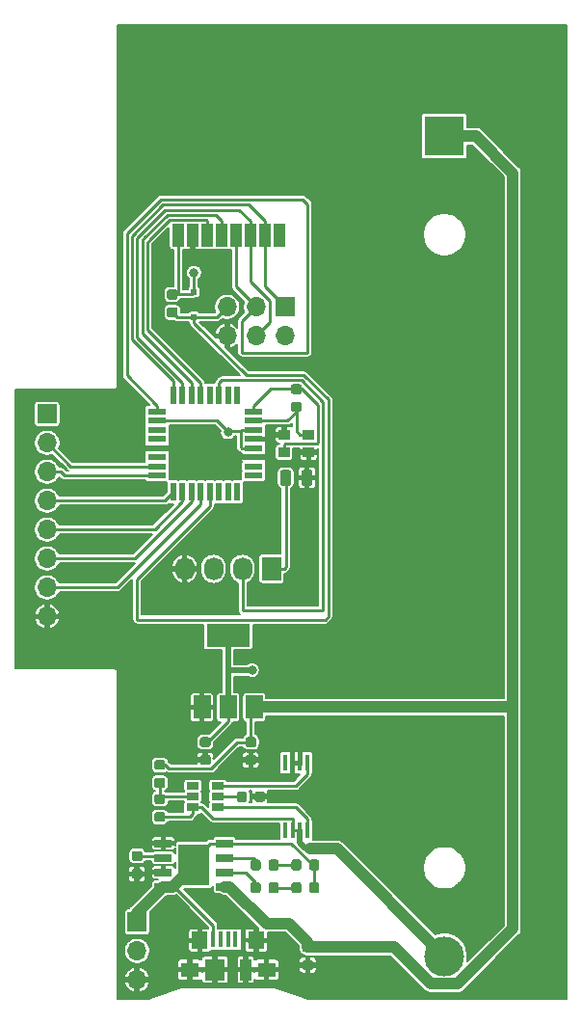
<source format=gbr>
G04 #@! TF.GenerationSoftware,KiCad,Pcbnew,5.1.5-1.fc30*
G04 #@! TF.CreationDate,2020-09-01T08:29:50+02:00*
G04 #@! TF.ProjectId,BeaconTemperature,42656163-6f6e-4546-956d-706572617475,rev?*
G04 #@! TF.SameCoordinates,Original*
G04 #@! TF.FileFunction,Copper,L1,Top*
G04 #@! TF.FilePolarity,Positive*
%FSLAX46Y46*%
G04 Gerber Fmt 4.6, Leading zero omitted, Abs format (unit mm)*
G04 Created by KiCad (PCBNEW 5.1.5-1.fc30) date 2020-09-01 08:29:50*
%MOMM*%
%LPD*%
G04 APERTURE LIST*
%ADD10O,1.700000X1.700000*%
%ADD11R,1.700000X1.700000*%
%ADD12R,3.500000X3.500000*%
%ADD13C,3.500000*%
%ADD14C,0.100000*%
%ADD15R,0.500000X0.500000*%
%ADD16R,1.500000X0.650000*%
%ADD17R,2.700000X3.600000*%
%ADD18R,1.000000X0.900000*%
%ADD19R,1.000000X2.000000*%
%ADD20R,0.450000X1.450000*%
%ADD21R,1.500000X2.000000*%
%ADD22R,3.800000X2.000000*%
%ADD23R,1.060000X0.650000*%
%ADD24O,1.727200X2.032000*%
%ADD25R,1.727200X2.032000*%
%ADD26R,1.000000X1.900000*%
%ADD27R,1.800000X1.900000*%
%ADD28R,1.650000X1.300000*%
%ADD29R,1.425000X1.550000*%
%ADD30R,0.450000X1.380000*%
%ADD31R,0.550000X1.600000*%
%ADD32R,1.600000X0.550000*%
%ADD33C,0.800000*%
%ADD34C,0.500000*%
%ADD35C,1.000000*%
%ADD36C,0.250000*%
%ADD37C,0.200000*%
G04 APERTURE END LIST*
D10*
X127000000Y-93080000D03*
X127000000Y-90540000D03*
D11*
X127000000Y-88000000D03*
D10*
X119100000Y-61180000D03*
X119100000Y-58640000D03*
X119100000Y-56100000D03*
X119100000Y-53560000D03*
X119100000Y-51020000D03*
X119100000Y-48480000D03*
X119100000Y-45940000D03*
D11*
X119100000Y-43400000D03*
D12*
X154000000Y-19000000D03*
D13*
X154000000Y-91000000D03*
G04 #@! TA.AperFunction,SMDPad,CuDef*
D14*
G36*
X142205142Y-48301174D02*
G01*
X142228803Y-48304684D01*
X142252007Y-48310496D01*
X142274529Y-48318554D01*
X142296153Y-48328782D01*
X142316670Y-48341079D01*
X142335883Y-48355329D01*
X142353607Y-48371393D01*
X142369671Y-48389117D01*
X142383921Y-48408330D01*
X142396218Y-48428847D01*
X142406446Y-48450471D01*
X142414504Y-48472993D01*
X142420316Y-48496197D01*
X142423826Y-48519858D01*
X142425000Y-48543750D01*
X142425000Y-49456250D01*
X142423826Y-49480142D01*
X142420316Y-49503803D01*
X142414504Y-49527007D01*
X142406446Y-49549529D01*
X142396218Y-49571153D01*
X142383921Y-49591670D01*
X142369671Y-49610883D01*
X142353607Y-49628607D01*
X142335883Y-49644671D01*
X142316670Y-49658921D01*
X142296153Y-49671218D01*
X142274529Y-49681446D01*
X142252007Y-49689504D01*
X142228803Y-49695316D01*
X142205142Y-49698826D01*
X142181250Y-49700000D01*
X141693750Y-49700000D01*
X141669858Y-49698826D01*
X141646197Y-49695316D01*
X141622993Y-49689504D01*
X141600471Y-49681446D01*
X141578847Y-49671218D01*
X141558330Y-49658921D01*
X141539117Y-49644671D01*
X141521393Y-49628607D01*
X141505329Y-49610883D01*
X141491079Y-49591670D01*
X141478782Y-49571153D01*
X141468554Y-49549529D01*
X141460496Y-49527007D01*
X141454684Y-49503803D01*
X141451174Y-49480142D01*
X141450000Y-49456250D01*
X141450000Y-48543750D01*
X141451174Y-48519858D01*
X141454684Y-48496197D01*
X141460496Y-48472993D01*
X141468554Y-48450471D01*
X141478782Y-48428847D01*
X141491079Y-48408330D01*
X141505329Y-48389117D01*
X141521393Y-48371393D01*
X141539117Y-48355329D01*
X141558330Y-48341079D01*
X141578847Y-48328782D01*
X141600471Y-48318554D01*
X141622993Y-48310496D01*
X141646197Y-48304684D01*
X141669858Y-48301174D01*
X141693750Y-48300000D01*
X142181250Y-48300000D01*
X142205142Y-48301174D01*
G37*
G04 #@! TD.AperFunction*
G04 #@! TA.AperFunction,SMDPad,CuDef*
G36*
X140330142Y-48301174D02*
G01*
X140353803Y-48304684D01*
X140377007Y-48310496D01*
X140399529Y-48318554D01*
X140421153Y-48328782D01*
X140441670Y-48341079D01*
X140460883Y-48355329D01*
X140478607Y-48371393D01*
X140494671Y-48389117D01*
X140508921Y-48408330D01*
X140521218Y-48428847D01*
X140531446Y-48450471D01*
X140539504Y-48472993D01*
X140545316Y-48496197D01*
X140548826Y-48519858D01*
X140550000Y-48543750D01*
X140550000Y-49456250D01*
X140548826Y-49480142D01*
X140545316Y-49503803D01*
X140539504Y-49527007D01*
X140531446Y-49549529D01*
X140521218Y-49571153D01*
X140508921Y-49591670D01*
X140494671Y-49610883D01*
X140478607Y-49628607D01*
X140460883Y-49644671D01*
X140441670Y-49658921D01*
X140421153Y-49671218D01*
X140399529Y-49681446D01*
X140377007Y-49689504D01*
X140353803Y-49695316D01*
X140330142Y-49698826D01*
X140306250Y-49700000D01*
X139818750Y-49700000D01*
X139794858Y-49698826D01*
X139771197Y-49695316D01*
X139747993Y-49689504D01*
X139725471Y-49681446D01*
X139703847Y-49671218D01*
X139683330Y-49658921D01*
X139664117Y-49644671D01*
X139646393Y-49628607D01*
X139630329Y-49610883D01*
X139616079Y-49591670D01*
X139603782Y-49571153D01*
X139593554Y-49549529D01*
X139585496Y-49527007D01*
X139579684Y-49503803D01*
X139576174Y-49480142D01*
X139575000Y-49456250D01*
X139575000Y-48543750D01*
X139576174Y-48519858D01*
X139579684Y-48496197D01*
X139585496Y-48472993D01*
X139593554Y-48450471D01*
X139603782Y-48428847D01*
X139616079Y-48408330D01*
X139630329Y-48389117D01*
X139646393Y-48371393D01*
X139664117Y-48355329D01*
X139683330Y-48341079D01*
X139703847Y-48328782D01*
X139725471Y-48318554D01*
X139747993Y-48310496D01*
X139771197Y-48304684D01*
X139794858Y-48301174D01*
X139818750Y-48300000D01*
X140306250Y-48300000D01*
X140330142Y-48301174D01*
G37*
G04 #@! TD.AperFunction*
D15*
X132000000Y-34900000D03*
X132000000Y-32700000D03*
D16*
X129300000Y-81095000D03*
X129300000Y-82365000D03*
X129300000Y-83635000D03*
X129300000Y-84905000D03*
X134700000Y-84905000D03*
X134700000Y-83635000D03*
X134700000Y-82365000D03*
X134700000Y-81095000D03*
D17*
X132000000Y-83000000D03*
D18*
X139925000Y-45225000D03*
X142075000Y-45225000D03*
X142075000Y-46775000D03*
X139925000Y-46775000D03*
D19*
X139490000Y-27700000D03*
X138220000Y-27700000D03*
X136950000Y-27700000D03*
X135680000Y-27700000D03*
X134410000Y-27700000D03*
X133140000Y-27700000D03*
X131870000Y-27700000D03*
X130600000Y-27700000D03*
D20*
X140025000Y-74050000D03*
X140675000Y-74050000D03*
X141325000Y-74050000D03*
X141975000Y-74050000D03*
X141975000Y-79950000D03*
X141325000Y-79950000D03*
X140675000Y-79950000D03*
X140025000Y-79950000D03*
D21*
X132700000Y-69150000D03*
X137300000Y-69150000D03*
X135000000Y-69150000D03*
D22*
X135000000Y-62850000D03*
D23*
X131900000Y-77000000D03*
X131900000Y-77950000D03*
X131900000Y-76050000D03*
X134100000Y-76050000D03*
X134100000Y-77000000D03*
X134100000Y-77950000D03*
D24*
X131190000Y-57000000D03*
X133730000Y-57000000D03*
X136270000Y-57000000D03*
D25*
X138810000Y-57000000D03*
G04 #@! TA.AperFunction,SMDPad,CuDef*
D14*
G36*
X130377691Y-32476053D02*
G01*
X130398926Y-32479203D01*
X130419750Y-32484419D01*
X130439962Y-32491651D01*
X130459368Y-32500830D01*
X130477781Y-32511866D01*
X130495024Y-32524654D01*
X130510930Y-32539070D01*
X130525346Y-32554976D01*
X130538134Y-32572219D01*
X130549170Y-32590632D01*
X130558349Y-32610038D01*
X130565581Y-32630250D01*
X130570797Y-32651074D01*
X130573947Y-32672309D01*
X130575000Y-32693750D01*
X130575000Y-33131250D01*
X130573947Y-33152691D01*
X130570797Y-33173926D01*
X130565581Y-33194750D01*
X130558349Y-33214962D01*
X130549170Y-33234368D01*
X130538134Y-33252781D01*
X130525346Y-33270024D01*
X130510930Y-33285930D01*
X130495024Y-33300346D01*
X130477781Y-33313134D01*
X130459368Y-33324170D01*
X130439962Y-33333349D01*
X130419750Y-33340581D01*
X130398926Y-33345797D01*
X130377691Y-33348947D01*
X130356250Y-33350000D01*
X129843750Y-33350000D01*
X129822309Y-33348947D01*
X129801074Y-33345797D01*
X129780250Y-33340581D01*
X129760038Y-33333349D01*
X129740632Y-33324170D01*
X129722219Y-33313134D01*
X129704976Y-33300346D01*
X129689070Y-33285930D01*
X129674654Y-33270024D01*
X129661866Y-33252781D01*
X129650830Y-33234368D01*
X129641651Y-33214962D01*
X129634419Y-33194750D01*
X129629203Y-33173926D01*
X129626053Y-33152691D01*
X129625000Y-33131250D01*
X129625000Y-32693750D01*
X129626053Y-32672309D01*
X129629203Y-32651074D01*
X129634419Y-32630250D01*
X129641651Y-32610038D01*
X129650830Y-32590632D01*
X129661866Y-32572219D01*
X129674654Y-32554976D01*
X129689070Y-32539070D01*
X129704976Y-32524654D01*
X129722219Y-32511866D01*
X129740632Y-32500830D01*
X129760038Y-32491651D01*
X129780250Y-32484419D01*
X129801074Y-32479203D01*
X129822309Y-32476053D01*
X129843750Y-32475000D01*
X130356250Y-32475000D01*
X130377691Y-32476053D01*
G37*
G04 #@! TD.AperFunction*
G04 #@! TA.AperFunction,SMDPad,CuDef*
G36*
X130377691Y-34051053D02*
G01*
X130398926Y-34054203D01*
X130419750Y-34059419D01*
X130439962Y-34066651D01*
X130459368Y-34075830D01*
X130477781Y-34086866D01*
X130495024Y-34099654D01*
X130510930Y-34114070D01*
X130525346Y-34129976D01*
X130538134Y-34147219D01*
X130549170Y-34165632D01*
X130558349Y-34185038D01*
X130565581Y-34205250D01*
X130570797Y-34226074D01*
X130573947Y-34247309D01*
X130575000Y-34268750D01*
X130575000Y-34706250D01*
X130573947Y-34727691D01*
X130570797Y-34748926D01*
X130565581Y-34769750D01*
X130558349Y-34789962D01*
X130549170Y-34809368D01*
X130538134Y-34827781D01*
X130525346Y-34845024D01*
X130510930Y-34860930D01*
X130495024Y-34875346D01*
X130477781Y-34888134D01*
X130459368Y-34899170D01*
X130439962Y-34908349D01*
X130419750Y-34915581D01*
X130398926Y-34920797D01*
X130377691Y-34923947D01*
X130356250Y-34925000D01*
X129843750Y-34925000D01*
X129822309Y-34923947D01*
X129801074Y-34920797D01*
X129780250Y-34915581D01*
X129760038Y-34908349D01*
X129740632Y-34899170D01*
X129722219Y-34888134D01*
X129704976Y-34875346D01*
X129689070Y-34860930D01*
X129674654Y-34845024D01*
X129661866Y-34827781D01*
X129650830Y-34809368D01*
X129641651Y-34789962D01*
X129634419Y-34769750D01*
X129629203Y-34748926D01*
X129626053Y-34727691D01*
X129625000Y-34706250D01*
X129625000Y-34268750D01*
X129626053Y-34247309D01*
X129629203Y-34226074D01*
X129634419Y-34205250D01*
X129641651Y-34185038D01*
X129650830Y-34165632D01*
X129661866Y-34147219D01*
X129674654Y-34129976D01*
X129689070Y-34114070D01*
X129704976Y-34099654D01*
X129722219Y-34086866D01*
X129740632Y-34075830D01*
X129760038Y-34066651D01*
X129780250Y-34059419D01*
X129801074Y-34054203D01*
X129822309Y-34051053D01*
X129843750Y-34050000D01*
X130356250Y-34050000D01*
X130377691Y-34051053D01*
G37*
G04 #@! TD.AperFunction*
G04 #@! TA.AperFunction,SMDPad,CuDef*
G36*
X141277691Y-40776053D02*
G01*
X141298926Y-40779203D01*
X141319750Y-40784419D01*
X141339962Y-40791651D01*
X141359368Y-40800830D01*
X141377781Y-40811866D01*
X141395024Y-40824654D01*
X141410930Y-40839070D01*
X141425346Y-40854976D01*
X141438134Y-40872219D01*
X141449170Y-40890632D01*
X141458349Y-40910038D01*
X141465581Y-40930250D01*
X141470797Y-40951074D01*
X141473947Y-40972309D01*
X141475000Y-40993750D01*
X141475000Y-41431250D01*
X141473947Y-41452691D01*
X141470797Y-41473926D01*
X141465581Y-41494750D01*
X141458349Y-41514962D01*
X141449170Y-41534368D01*
X141438134Y-41552781D01*
X141425346Y-41570024D01*
X141410930Y-41585930D01*
X141395024Y-41600346D01*
X141377781Y-41613134D01*
X141359368Y-41624170D01*
X141339962Y-41633349D01*
X141319750Y-41640581D01*
X141298926Y-41645797D01*
X141277691Y-41648947D01*
X141256250Y-41650000D01*
X140743750Y-41650000D01*
X140722309Y-41648947D01*
X140701074Y-41645797D01*
X140680250Y-41640581D01*
X140660038Y-41633349D01*
X140640632Y-41624170D01*
X140622219Y-41613134D01*
X140604976Y-41600346D01*
X140589070Y-41585930D01*
X140574654Y-41570024D01*
X140561866Y-41552781D01*
X140550830Y-41534368D01*
X140541651Y-41514962D01*
X140534419Y-41494750D01*
X140529203Y-41473926D01*
X140526053Y-41452691D01*
X140525000Y-41431250D01*
X140525000Y-40993750D01*
X140526053Y-40972309D01*
X140529203Y-40951074D01*
X140534419Y-40930250D01*
X140541651Y-40910038D01*
X140550830Y-40890632D01*
X140561866Y-40872219D01*
X140574654Y-40854976D01*
X140589070Y-40839070D01*
X140604976Y-40824654D01*
X140622219Y-40811866D01*
X140640632Y-40800830D01*
X140660038Y-40791651D01*
X140680250Y-40784419D01*
X140701074Y-40779203D01*
X140722309Y-40776053D01*
X140743750Y-40775000D01*
X141256250Y-40775000D01*
X141277691Y-40776053D01*
G37*
G04 #@! TD.AperFunction*
G04 #@! TA.AperFunction,SMDPad,CuDef*
G36*
X141277691Y-42351053D02*
G01*
X141298926Y-42354203D01*
X141319750Y-42359419D01*
X141339962Y-42366651D01*
X141359368Y-42375830D01*
X141377781Y-42386866D01*
X141395024Y-42399654D01*
X141410930Y-42414070D01*
X141425346Y-42429976D01*
X141438134Y-42447219D01*
X141449170Y-42465632D01*
X141458349Y-42485038D01*
X141465581Y-42505250D01*
X141470797Y-42526074D01*
X141473947Y-42547309D01*
X141475000Y-42568750D01*
X141475000Y-43006250D01*
X141473947Y-43027691D01*
X141470797Y-43048926D01*
X141465581Y-43069750D01*
X141458349Y-43089962D01*
X141449170Y-43109368D01*
X141438134Y-43127781D01*
X141425346Y-43145024D01*
X141410930Y-43160930D01*
X141395024Y-43175346D01*
X141377781Y-43188134D01*
X141359368Y-43199170D01*
X141339962Y-43208349D01*
X141319750Y-43215581D01*
X141298926Y-43220797D01*
X141277691Y-43223947D01*
X141256250Y-43225000D01*
X140743750Y-43225000D01*
X140722309Y-43223947D01*
X140701074Y-43220797D01*
X140680250Y-43215581D01*
X140660038Y-43208349D01*
X140640632Y-43199170D01*
X140622219Y-43188134D01*
X140604976Y-43175346D01*
X140589070Y-43160930D01*
X140574654Y-43145024D01*
X140561866Y-43127781D01*
X140550830Y-43109368D01*
X140541651Y-43089962D01*
X140534419Y-43069750D01*
X140529203Y-43048926D01*
X140526053Y-43027691D01*
X140525000Y-43006250D01*
X140525000Y-42568750D01*
X140526053Y-42547309D01*
X140529203Y-42526074D01*
X140534419Y-42505250D01*
X140541651Y-42485038D01*
X140550830Y-42465632D01*
X140561866Y-42447219D01*
X140574654Y-42429976D01*
X140589070Y-42414070D01*
X140604976Y-42399654D01*
X140622219Y-42386866D01*
X140640632Y-42375830D01*
X140660038Y-42366651D01*
X140680250Y-42359419D01*
X140701074Y-42354203D01*
X140722309Y-42351053D01*
X140743750Y-42350000D01*
X141256250Y-42350000D01*
X141277691Y-42351053D01*
G37*
G04 #@! TD.AperFunction*
D26*
X136550000Y-92200000D03*
D27*
X133850000Y-92200000D03*
D28*
X138375000Y-92200000D03*
X131625000Y-92200000D03*
D29*
X137487500Y-89625000D03*
X132512500Y-89625000D03*
D30*
X136300000Y-89540000D03*
X135650000Y-89540000D03*
X135000000Y-89540000D03*
X134350000Y-89540000D03*
X133700000Y-89540000D03*
D10*
X134920000Y-36540000D03*
X134920000Y-34000000D03*
X137460000Y-36540000D03*
X137460000Y-34000000D03*
X140000000Y-36540000D03*
D11*
X140000000Y-34000000D03*
G04 #@! TA.AperFunction,SMDPad,CuDef*
D14*
G36*
X133277691Y-73351053D02*
G01*
X133298926Y-73354203D01*
X133319750Y-73359419D01*
X133339962Y-73366651D01*
X133359368Y-73375830D01*
X133377781Y-73386866D01*
X133395024Y-73399654D01*
X133410930Y-73414070D01*
X133425346Y-73429976D01*
X133438134Y-73447219D01*
X133449170Y-73465632D01*
X133458349Y-73485038D01*
X133465581Y-73505250D01*
X133470797Y-73526074D01*
X133473947Y-73547309D01*
X133475000Y-73568750D01*
X133475000Y-74006250D01*
X133473947Y-74027691D01*
X133470797Y-74048926D01*
X133465581Y-74069750D01*
X133458349Y-74089962D01*
X133449170Y-74109368D01*
X133438134Y-74127781D01*
X133425346Y-74145024D01*
X133410930Y-74160930D01*
X133395024Y-74175346D01*
X133377781Y-74188134D01*
X133359368Y-74199170D01*
X133339962Y-74208349D01*
X133319750Y-74215581D01*
X133298926Y-74220797D01*
X133277691Y-74223947D01*
X133256250Y-74225000D01*
X132743750Y-74225000D01*
X132722309Y-74223947D01*
X132701074Y-74220797D01*
X132680250Y-74215581D01*
X132660038Y-74208349D01*
X132640632Y-74199170D01*
X132622219Y-74188134D01*
X132604976Y-74175346D01*
X132589070Y-74160930D01*
X132574654Y-74145024D01*
X132561866Y-74127781D01*
X132550830Y-74109368D01*
X132541651Y-74089962D01*
X132534419Y-74069750D01*
X132529203Y-74048926D01*
X132526053Y-74027691D01*
X132525000Y-74006250D01*
X132525000Y-73568750D01*
X132526053Y-73547309D01*
X132529203Y-73526074D01*
X132534419Y-73505250D01*
X132541651Y-73485038D01*
X132550830Y-73465632D01*
X132561866Y-73447219D01*
X132574654Y-73429976D01*
X132589070Y-73414070D01*
X132604976Y-73399654D01*
X132622219Y-73386866D01*
X132640632Y-73375830D01*
X132660038Y-73366651D01*
X132680250Y-73359419D01*
X132701074Y-73354203D01*
X132722309Y-73351053D01*
X132743750Y-73350000D01*
X133256250Y-73350000D01*
X133277691Y-73351053D01*
G37*
G04 #@! TD.AperFunction*
G04 #@! TA.AperFunction,SMDPad,CuDef*
G36*
X133277691Y-71776053D02*
G01*
X133298926Y-71779203D01*
X133319750Y-71784419D01*
X133339962Y-71791651D01*
X133359368Y-71800830D01*
X133377781Y-71811866D01*
X133395024Y-71824654D01*
X133410930Y-71839070D01*
X133425346Y-71854976D01*
X133438134Y-71872219D01*
X133449170Y-71890632D01*
X133458349Y-71910038D01*
X133465581Y-71930250D01*
X133470797Y-71951074D01*
X133473947Y-71972309D01*
X133475000Y-71993750D01*
X133475000Y-72431250D01*
X133473947Y-72452691D01*
X133470797Y-72473926D01*
X133465581Y-72494750D01*
X133458349Y-72514962D01*
X133449170Y-72534368D01*
X133438134Y-72552781D01*
X133425346Y-72570024D01*
X133410930Y-72585930D01*
X133395024Y-72600346D01*
X133377781Y-72613134D01*
X133359368Y-72624170D01*
X133339962Y-72633349D01*
X133319750Y-72640581D01*
X133298926Y-72645797D01*
X133277691Y-72648947D01*
X133256250Y-72650000D01*
X132743750Y-72650000D01*
X132722309Y-72648947D01*
X132701074Y-72645797D01*
X132680250Y-72640581D01*
X132660038Y-72633349D01*
X132640632Y-72624170D01*
X132622219Y-72613134D01*
X132604976Y-72600346D01*
X132589070Y-72585930D01*
X132574654Y-72570024D01*
X132561866Y-72552781D01*
X132550830Y-72534368D01*
X132541651Y-72514962D01*
X132534419Y-72494750D01*
X132529203Y-72473926D01*
X132526053Y-72452691D01*
X132525000Y-72431250D01*
X132525000Y-71993750D01*
X132526053Y-71972309D01*
X132529203Y-71951074D01*
X132534419Y-71930250D01*
X132541651Y-71910038D01*
X132550830Y-71890632D01*
X132561866Y-71872219D01*
X132574654Y-71854976D01*
X132589070Y-71839070D01*
X132604976Y-71824654D01*
X132622219Y-71811866D01*
X132640632Y-71800830D01*
X132660038Y-71791651D01*
X132680250Y-71784419D01*
X132701074Y-71779203D01*
X132722309Y-71776053D01*
X132743750Y-71775000D01*
X133256250Y-71775000D01*
X133277691Y-71776053D01*
G37*
G04 #@! TD.AperFunction*
G04 #@! TA.AperFunction,SMDPad,CuDef*
G36*
X137277691Y-73351053D02*
G01*
X137298926Y-73354203D01*
X137319750Y-73359419D01*
X137339962Y-73366651D01*
X137359368Y-73375830D01*
X137377781Y-73386866D01*
X137395024Y-73399654D01*
X137410930Y-73414070D01*
X137425346Y-73429976D01*
X137438134Y-73447219D01*
X137449170Y-73465632D01*
X137458349Y-73485038D01*
X137465581Y-73505250D01*
X137470797Y-73526074D01*
X137473947Y-73547309D01*
X137475000Y-73568750D01*
X137475000Y-74006250D01*
X137473947Y-74027691D01*
X137470797Y-74048926D01*
X137465581Y-74069750D01*
X137458349Y-74089962D01*
X137449170Y-74109368D01*
X137438134Y-74127781D01*
X137425346Y-74145024D01*
X137410930Y-74160930D01*
X137395024Y-74175346D01*
X137377781Y-74188134D01*
X137359368Y-74199170D01*
X137339962Y-74208349D01*
X137319750Y-74215581D01*
X137298926Y-74220797D01*
X137277691Y-74223947D01*
X137256250Y-74225000D01*
X136743750Y-74225000D01*
X136722309Y-74223947D01*
X136701074Y-74220797D01*
X136680250Y-74215581D01*
X136660038Y-74208349D01*
X136640632Y-74199170D01*
X136622219Y-74188134D01*
X136604976Y-74175346D01*
X136589070Y-74160930D01*
X136574654Y-74145024D01*
X136561866Y-74127781D01*
X136550830Y-74109368D01*
X136541651Y-74089962D01*
X136534419Y-74069750D01*
X136529203Y-74048926D01*
X136526053Y-74027691D01*
X136525000Y-74006250D01*
X136525000Y-73568750D01*
X136526053Y-73547309D01*
X136529203Y-73526074D01*
X136534419Y-73505250D01*
X136541651Y-73485038D01*
X136550830Y-73465632D01*
X136561866Y-73447219D01*
X136574654Y-73429976D01*
X136589070Y-73414070D01*
X136604976Y-73399654D01*
X136622219Y-73386866D01*
X136640632Y-73375830D01*
X136660038Y-73366651D01*
X136680250Y-73359419D01*
X136701074Y-73354203D01*
X136722309Y-73351053D01*
X136743750Y-73350000D01*
X137256250Y-73350000D01*
X137277691Y-73351053D01*
G37*
G04 #@! TD.AperFunction*
G04 #@! TA.AperFunction,SMDPad,CuDef*
G36*
X137277691Y-71776053D02*
G01*
X137298926Y-71779203D01*
X137319750Y-71784419D01*
X137339962Y-71791651D01*
X137359368Y-71800830D01*
X137377781Y-71811866D01*
X137395024Y-71824654D01*
X137410930Y-71839070D01*
X137425346Y-71854976D01*
X137438134Y-71872219D01*
X137449170Y-71890632D01*
X137458349Y-71910038D01*
X137465581Y-71930250D01*
X137470797Y-71951074D01*
X137473947Y-71972309D01*
X137475000Y-71993750D01*
X137475000Y-72431250D01*
X137473947Y-72452691D01*
X137470797Y-72473926D01*
X137465581Y-72494750D01*
X137458349Y-72514962D01*
X137449170Y-72534368D01*
X137438134Y-72552781D01*
X137425346Y-72570024D01*
X137410930Y-72585930D01*
X137395024Y-72600346D01*
X137377781Y-72613134D01*
X137359368Y-72624170D01*
X137339962Y-72633349D01*
X137319750Y-72640581D01*
X137298926Y-72645797D01*
X137277691Y-72648947D01*
X137256250Y-72650000D01*
X136743750Y-72650000D01*
X136722309Y-72648947D01*
X136701074Y-72645797D01*
X136680250Y-72640581D01*
X136660038Y-72633349D01*
X136640632Y-72624170D01*
X136622219Y-72613134D01*
X136604976Y-72600346D01*
X136589070Y-72585930D01*
X136574654Y-72570024D01*
X136561866Y-72552781D01*
X136550830Y-72534368D01*
X136541651Y-72514962D01*
X136534419Y-72494750D01*
X136529203Y-72473926D01*
X136526053Y-72452691D01*
X136525000Y-72431250D01*
X136525000Y-71993750D01*
X136526053Y-71972309D01*
X136529203Y-71951074D01*
X136534419Y-71930250D01*
X136541651Y-71910038D01*
X136550830Y-71890632D01*
X136561866Y-71872219D01*
X136574654Y-71854976D01*
X136589070Y-71839070D01*
X136604976Y-71824654D01*
X136622219Y-71811866D01*
X136640632Y-71800830D01*
X136660038Y-71791651D01*
X136680250Y-71784419D01*
X136701074Y-71779203D01*
X136722309Y-71776053D01*
X136743750Y-71775000D01*
X137256250Y-71775000D01*
X137277691Y-71776053D01*
G37*
G04 #@! TD.AperFunction*
D31*
X135800000Y-50250000D03*
X135000000Y-50250000D03*
X134200000Y-50250000D03*
X133400000Y-50250000D03*
X132600000Y-50250000D03*
X131800000Y-50250000D03*
X131000000Y-50250000D03*
X130200000Y-50250000D03*
D32*
X128750000Y-48800000D03*
X128750000Y-48000000D03*
X128750000Y-47200000D03*
X128750000Y-46400000D03*
X128750000Y-45600000D03*
X128750000Y-44800000D03*
X128750000Y-44000000D03*
X128750000Y-43200000D03*
D31*
X130200000Y-41750000D03*
X131000000Y-41750000D03*
X131800000Y-41750000D03*
X132600000Y-41750000D03*
X133400000Y-41750000D03*
X134200000Y-41750000D03*
X135000000Y-41750000D03*
X135800000Y-41750000D03*
D32*
X137250000Y-43200000D03*
X137250000Y-44000000D03*
X137250000Y-44800000D03*
X137250000Y-45600000D03*
X137250000Y-46400000D03*
X137250000Y-47200000D03*
X137250000Y-48000000D03*
X137250000Y-48800000D03*
G04 #@! TA.AperFunction,SMDPad,CuDef*
D14*
G36*
X136452691Y-76526053D02*
G01*
X136473926Y-76529203D01*
X136494750Y-76534419D01*
X136514962Y-76541651D01*
X136534368Y-76550830D01*
X136552781Y-76561866D01*
X136570024Y-76574654D01*
X136585930Y-76589070D01*
X136600346Y-76604976D01*
X136613134Y-76622219D01*
X136624170Y-76640632D01*
X136633349Y-76660038D01*
X136640581Y-76680250D01*
X136645797Y-76701074D01*
X136648947Y-76722309D01*
X136650000Y-76743750D01*
X136650000Y-77256250D01*
X136648947Y-77277691D01*
X136645797Y-77298926D01*
X136640581Y-77319750D01*
X136633349Y-77339962D01*
X136624170Y-77359368D01*
X136613134Y-77377781D01*
X136600346Y-77395024D01*
X136585930Y-77410930D01*
X136570024Y-77425346D01*
X136552781Y-77438134D01*
X136534368Y-77449170D01*
X136514962Y-77458349D01*
X136494750Y-77465581D01*
X136473926Y-77470797D01*
X136452691Y-77473947D01*
X136431250Y-77475000D01*
X135993750Y-77475000D01*
X135972309Y-77473947D01*
X135951074Y-77470797D01*
X135930250Y-77465581D01*
X135910038Y-77458349D01*
X135890632Y-77449170D01*
X135872219Y-77438134D01*
X135854976Y-77425346D01*
X135839070Y-77410930D01*
X135824654Y-77395024D01*
X135811866Y-77377781D01*
X135800830Y-77359368D01*
X135791651Y-77339962D01*
X135784419Y-77319750D01*
X135779203Y-77298926D01*
X135776053Y-77277691D01*
X135775000Y-77256250D01*
X135775000Y-76743750D01*
X135776053Y-76722309D01*
X135779203Y-76701074D01*
X135784419Y-76680250D01*
X135791651Y-76660038D01*
X135800830Y-76640632D01*
X135811866Y-76622219D01*
X135824654Y-76604976D01*
X135839070Y-76589070D01*
X135854976Y-76574654D01*
X135872219Y-76561866D01*
X135890632Y-76550830D01*
X135910038Y-76541651D01*
X135930250Y-76534419D01*
X135951074Y-76529203D01*
X135972309Y-76526053D01*
X135993750Y-76525000D01*
X136431250Y-76525000D01*
X136452691Y-76526053D01*
G37*
G04 #@! TD.AperFunction*
G04 #@! TA.AperFunction,SMDPad,CuDef*
G36*
X138027691Y-76526053D02*
G01*
X138048926Y-76529203D01*
X138069750Y-76534419D01*
X138089962Y-76541651D01*
X138109368Y-76550830D01*
X138127781Y-76561866D01*
X138145024Y-76574654D01*
X138160930Y-76589070D01*
X138175346Y-76604976D01*
X138188134Y-76622219D01*
X138199170Y-76640632D01*
X138208349Y-76660038D01*
X138215581Y-76680250D01*
X138220797Y-76701074D01*
X138223947Y-76722309D01*
X138225000Y-76743750D01*
X138225000Y-77256250D01*
X138223947Y-77277691D01*
X138220797Y-77298926D01*
X138215581Y-77319750D01*
X138208349Y-77339962D01*
X138199170Y-77359368D01*
X138188134Y-77377781D01*
X138175346Y-77395024D01*
X138160930Y-77410930D01*
X138145024Y-77425346D01*
X138127781Y-77438134D01*
X138109368Y-77449170D01*
X138089962Y-77458349D01*
X138069750Y-77465581D01*
X138048926Y-77470797D01*
X138027691Y-77473947D01*
X138006250Y-77475000D01*
X137568750Y-77475000D01*
X137547309Y-77473947D01*
X137526074Y-77470797D01*
X137505250Y-77465581D01*
X137485038Y-77458349D01*
X137465632Y-77449170D01*
X137447219Y-77438134D01*
X137429976Y-77425346D01*
X137414070Y-77410930D01*
X137399654Y-77395024D01*
X137386866Y-77377781D01*
X137375830Y-77359368D01*
X137366651Y-77339962D01*
X137359419Y-77319750D01*
X137354203Y-77298926D01*
X137351053Y-77277691D01*
X137350000Y-77256250D01*
X137350000Y-76743750D01*
X137351053Y-76722309D01*
X137354203Y-76701074D01*
X137359419Y-76680250D01*
X137366651Y-76660038D01*
X137375830Y-76640632D01*
X137386866Y-76622219D01*
X137399654Y-76604976D01*
X137414070Y-76589070D01*
X137429976Y-76574654D01*
X137447219Y-76561866D01*
X137465632Y-76550830D01*
X137485038Y-76541651D01*
X137505250Y-76534419D01*
X137526074Y-76529203D01*
X137547309Y-76526053D01*
X137568750Y-76525000D01*
X138006250Y-76525000D01*
X138027691Y-76526053D01*
G37*
G04 #@! TD.AperFunction*
G04 #@! TA.AperFunction,SMDPad,CuDef*
G36*
X127277691Y-81776053D02*
G01*
X127298926Y-81779203D01*
X127319750Y-81784419D01*
X127339962Y-81791651D01*
X127359368Y-81800830D01*
X127377781Y-81811866D01*
X127395024Y-81824654D01*
X127410930Y-81839070D01*
X127425346Y-81854976D01*
X127438134Y-81872219D01*
X127449170Y-81890632D01*
X127458349Y-81910038D01*
X127465581Y-81930250D01*
X127470797Y-81951074D01*
X127473947Y-81972309D01*
X127475000Y-81993750D01*
X127475000Y-82431250D01*
X127473947Y-82452691D01*
X127470797Y-82473926D01*
X127465581Y-82494750D01*
X127458349Y-82514962D01*
X127449170Y-82534368D01*
X127438134Y-82552781D01*
X127425346Y-82570024D01*
X127410930Y-82585930D01*
X127395024Y-82600346D01*
X127377781Y-82613134D01*
X127359368Y-82624170D01*
X127339962Y-82633349D01*
X127319750Y-82640581D01*
X127298926Y-82645797D01*
X127277691Y-82648947D01*
X127256250Y-82650000D01*
X126743750Y-82650000D01*
X126722309Y-82648947D01*
X126701074Y-82645797D01*
X126680250Y-82640581D01*
X126660038Y-82633349D01*
X126640632Y-82624170D01*
X126622219Y-82613134D01*
X126604976Y-82600346D01*
X126589070Y-82585930D01*
X126574654Y-82570024D01*
X126561866Y-82552781D01*
X126550830Y-82534368D01*
X126541651Y-82514962D01*
X126534419Y-82494750D01*
X126529203Y-82473926D01*
X126526053Y-82452691D01*
X126525000Y-82431250D01*
X126525000Y-81993750D01*
X126526053Y-81972309D01*
X126529203Y-81951074D01*
X126534419Y-81930250D01*
X126541651Y-81910038D01*
X126550830Y-81890632D01*
X126561866Y-81872219D01*
X126574654Y-81854976D01*
X126589070Y-81839070D01*
X126604976Y-81824654D01*
X126622219Y-81811866D01*
X126640632Y-81800830D01*
X126660038Y-81791651D01*
X126680250Y-81784419D01*
X126701074Y-81779203D01*
X126722309Y-81776053D01*
X126743750Y-81775000D01*
X127256250Y-81775000D01*
X127277691Y-81776053D01*
G37*
G04 #@! TD.AperFunction*
G04 #@! TA.AperFunction,SMDPad,CuDef*
G36*
X127277691Y-83351053D02*
G01*
X127298926Y-83354203D01*
X127319750Y-83359419D01*
X127339962Y-83366651D01*
X127359368Y-83375830D01*
X127377781Y-83386866D01*
X127395024Y-83399654D01*
X127410930Y-83414070D01*
X127425346Y-83429976D01*
X127438134Y-83447219D01*
X127449170Y-83465632D01*
X127458349Y-83485038D01*
X127465581Y-83505250D01*
X127470797Y-83526074D01*
X127473947Y-83547309D01*
X127475000Y-83568750D01*
X127475000Y-84006250D01*
X127473947Y-84027691D01*
X127470797Y-84048926D01*
X127465581Y-84069750D01*
X127458349Y-84089962D01*
X127449170Y-84109368D01*
X127438134Y-84127781D01*
X127425346Y-84145024D01*
X127410930Y-84160930D01*
X127395024Y-84175346D01*
X127377781Y-84188134D01*
X127359368Y-84199170D01*
X127339962Y-84208349D01*
X127319750Y-84215581D01*
X127298926Y-84220797D01*
X127277691Y-84223947D01*
X127256250Y-84225000D01*
X126743750Y-84225000D01*
X126722309Y-84223947D01*
X126701074Y-84220797D01*
X126680250Y-84215581D01*
X126660038Y-84208349D01*
X126640632Y-84199170D01*
X126622219Y-84188134D01*
X126604976Y-84175346D01*
X126589070Y-84160930D01*
X126574654Y-84145024D01*
X126561866Y-84127781D01*
X126550830Y-84109368D01*
X126541651Y-84089962D01*
X126534419Y-84069750D01*
X126529203Y-84048926D01*
X126526053Y-84027691D01*
X126525000Y-84006250D01*
X126525000Y-83568750D01*
X126526053Y-83547309D01*
X126529203Y-83526074D01*
X126534419Y-83505250D01*
X126541651Y-83485038D01*
X126550830Y-83465632D01*
X126561866Y-83447219D01*
X126574654Y-83429976D01*
X126589070Y-83414070D01*
X126604976Y-83399654D01*
X126622219Y-83386866D01*
X126640632Y-83375830D01*
X126660038Y-83366651D01*
X126680250Y-83359419D01*
X126701074Y-83354203D01*
X126722309Y-83351053D01*
X126743750Y-83350000D01*
X127256250Y-83350000D01*
X127277691Y-83351053D01*
G37*
G04 #@! TD.AperFunction*
G04 #@! TA.AperFunction,SMDPad,CuDef*
G36*
X139240191Y-84526053D02*
G01*
X139261426Y-84529203D01*
X139282250Y-84534419D01*
X139302462Y-84541651D01*
X139321868Y-84550830D01*
X139340281Y-84561866D01*
X139357524Y-84574654D01*
X139373430Y-84589070D01*
X139387846Y-84604976D01*
X139400634Y-84622219D01*
X139411670Y-84640632D01*
X139420849Y-84660038D01*
X139428081Y-84680250D01*
X139433297Y-84701074D01*
X139436447Y-84722309D01*
X139437500Y-84743750D01*
X139437500Y-85256250D01*
X139436447Y-85277691D01*
X139433297Y-85298926D01*
X139428081Y-85319750D01*
X139420849Y-85339962D01*
X139411670Y-85359368D01*
X139400634Y-85377781D01*
X139387846Y-85395024D01*
X139373430Y-85410930D01*
X139357524Y-85425346D01*
X139340281Y-85438134D01*
X139321868Y-85449170D01*
X139302462Y-85458349D01*
X139282250Y-85465581D01*
X139261426Y-85470797D01*
X139240191Y-85473947D01*
X139218750Y-85475000D01*
X138781250Y-85475000D01*
X138759809Y-85473947D01*
X138738574Y-85470797D01*
X138717750Y-85465581D01*
X138697538Y-85458349D01*
X138678132Y-85449170D01*
X138659719Y-85438134D01*
X138642476Y-85425346D01*
X138626570Y-85410930D01*
X138612154Y-85395024D01*
X138599366Y-85377781D01*
X138588330Y-85359368D01*
X138579151Y-85339962D01*
X138571919Y-85319750D01*
X138566703Y-85298926D01*
X138563553Y-85277691D01*
X138562500Y-85256250D01*
X138562500Y-84743750D01*
X138563553Y-84722309D01*
X138566703Y-84701074D01*
X138571919Y-84680250D01*
X138579151Y-84660038D01*
X138588330Y-84640632D01*
X138599366Y-84622219D01*
X138612154Y-84604976D01*
X138626570Y-84589070D01*
X138642476Y-84574654D01*
X138659719Y-84561866D01*
X138678132Y-84550830D01*
X138697538Y-84541651D01*
X138717750Y-84534419D01*
X138738574Y-84529203D01*
X138759809Y-84526053D01*
X138781250Y-84525000D01*
X139218750Y-84525000D01*
X139240191Y-84526053D01*
G37*
G04 #@! TD.AperFunction*
G04 #@! TA.AperFunction,SMDPad,CuDef*
G36*
X137665191Y-84526053D02*
G01*
X137686426Y-84529203D01*
X137707250Y-84534419D01*
X137727462Y-84541651D01*
X137746868Y-84550830D01*
X137765281Y-84561866D01*
X137782524Y-84574654D01*
X137798430Y-84589070D01*
X137812846Y-84604976D01*
X137825634Y-84622219D01*
X137836670Y-84640632D01*
X137845849Y-84660038D01*
X137853081Y-84680250D01*
X137858297Y-84701074D01*
X137861447Y-84722309D01*
X137862500Y-84743750D01*
X137862500Y-85256250D01*
X137861447Y-85277691D01*
X137858297Y-85298926D01*
X137853081Y-85319750D01*
X137845849Y-85339962D01*
X137836670Y-85359368D01*
X137825634Y-85377781D01*
X137812846Y-85395024D01*
X137798430Y-85410930D01*
X137782524Y-85425346D01*
X137765281Y-85438134D01*
X137746868Y-85449170D01*
X137727462Y-85458349D01*
X137707250Y-85465581D01*
X137686426Y-85470797D01*
X137665191Y-85473947D01*
X137643750Y-85475000D01*
X137206250Y-85475000D01*
X137184809Y-85473947D01*
X137163574Y-85470797D01*
X137142750Y-85465581D01*
X137122538Y-85458349D01*
X137103132Y-85449170D01*
X137084719Y-85438134D01*
X137067476Y-85425346D01*
X137051570Y-85410930D01*
X137037154Y-85395024D01*
X137024366Y-85377781D01*
X137013330Y-85359368D01*
X137004151Y-85339962D01*
X136996919Y-85319750D01*
X136991703Y-85298926D01*
X136988553Y-85277691D01*
X136987500Y-85256250D01*
X136987500Y-84743750D01*
X136988553Y-84722309D01*
X136991703Y-84701074D01*
X136996919Y-84680250D01*
X137004151Y-84660038D01*
X137013330Y-84640632D01*
X137024366Y-84622219D01*
X137037154Y-84604976D01*
X137051570Y-84589070D01*
X137067476Y-84574654D01*
X137084719Y-84561866D01*
X137103132Y-84550830D01*
X137122538Y-84541651D01*
X137142750Y-84534419D01*
X137163574Y-84529203D01*
X137184809Y-84526053D01*
X137206250Y-84525000D01*
X137643750Y-84525000D01*
X137665191Y-84526053D01*
G37*
G04 #@! TD.AperFunction*
G04 #@! TA.AperFunction,SMDPad,CuDef*
G36*
X139240191Y-82526053D02*
G01*
X139261426Y-82529203D01*
X139282250Y-82534419D01*
X139302462Y-82541651D01*
X139321868Y-82550830D01*
X139340281Y-82561866D01*
X139357524Y-82574654D01*
X139373430Y-82589070D01*
X139387846Y-82604976D01*
X139400634Y-82622219D01*
X139411670Y-82640632D01*
X139420849Y-82660038D01*
X139428081Y-82680250D01*
X139433297Y-82701074D01*
X139436447Y-82722309D01*
X139437500Y-82743750D01*
X139437500Y-83256250D01*
X139436447Y-83277691D01*
X139433297Y-83298926D01*
X139428081Y-83319750D01*
X139420849Y-83339962D01*
X139411670Y-83359368D01*
X139400634Y-83377781D01*
X139387846Y-83395024D01*
X139373430Y-83410930D01*
X139357524Y-83425346D01*
X139340281Y-83438134D01*
X139321868Y-83449170D01*
X139302462Y-83458349D01*
X139282250Y-83465581D01*
X139261426Y-83470797D01*
X139240191Y-83473947D01*
X139218750Y-83475000D01*
X138781250Y-83475000D01*
X138759809Y-83473947D01*
X138738574Y-83470797D01*
X138717750Y-83465581D01*
X138697538Y-83458349D01*
X138678132Y-83449170D01*
X138659719Y-83438134D01*
X138642476Y-83425346D01*
X138626570Y-83410930D01*
X138612154Y-83395024D01*
X138599366Y-83377781D01*
X138588330Y-83359368D01*
X138579151Y-83339962D01*
X138571919Y-83319750D01*
X138566703Y-83298926D01*
X138563553Y-83277691D01*
X138562500Y-83256250D01*
X138562500Y-82743750D01*
X138563553Y-82722309D01*
X138566703Y-82701074D01*
X138571919Y-82680250D01*
X138579151Y-82660038D01*
X138588330Y-82640632D01*
X138599366Y-82622219D01*
X138612154Y-82604976D01*
X138626570Y-82589070D01*
X138642476Y-82574654D01*
X138659719Y-82561866D01*
X138678132Y-82550830D01*
X138697538Y-82541651D01*
X138717750Y-82534419D01*
X138738574Y-82529203D01*
X138759809Y-82526053D01*
X138781250Y-82525000D01*
X139218750Y-82525000D01*
X139240191Y-82526053D01*
G37*
G04 #@! TD.AperFunction*
G04 #@! TA.AperFunction,SMDPad,CuDef*
G36*
X137665191Y-82526053D02*
G01*
X137686426Y-82529203D01*
X137707250Y-82534419D01*
X137727462Y-82541651D01*
X137746868Y-82550830D01*
X137765281Y-82561866D01*
X137782524Y-82574654D01*
X137798430Y-82589070D01*
X137812846Y-82604976D01*
X137825634Y-82622219D01*
X137836670Y-82640632D01*
X137845849Y-82660038D01*
X137853081Y-82680250D01*
X137858297Y-82701074D01*
X137861447Y-82722309D01*
X137862500Y-82743750D01*
X137862500Y-83256250D01*
X137861447Y-83277691D01*
X137858297Y-83298926D01*
X137853081Y-83319750D01*
X137845849Y-83339962D01*
X137836670Y-83359368D01*
X137825634Y-83377781D01*
X137812846Y-83395024D01*
X137798430Y-83410930D01*
X137782524Y-83425346D01*
X137765281Y-83438134D01*
X137746868Y-83449170D01*
X137727462Y-83458349D01*
X137707250Y-83465581D01*
X137686426Y-83470797D01*
X137665191Y-83473947D01*
X137643750Y-83475000D01*
X137206250Y-83475000D01*
X137184809Y-83473947D01*
X137163574Y-83470797D01*
X137142750Y-83465581D01*
X137122538Y-83458349D01*
X137103132Y-83449170D01*
X137084719Y-83438134D01*
X137067476Y-83425346D01*
X137051570Y-83410930D01*
X137037154Y-83395024D01*
X137024366Y-83377781D01*
X137013330Y-83359368D01*
X137004151Y-83339962D01*
X136996919Y-83319750D01*
X136991703Y-83298926D01*
X136988553Y-83277691D01*
X136987500Y-83256250D01*
X136987500Y-82743750D01*
X136988553Y-82722309D01*
X136991703Y-82701074D01*
X136996919Y-82680250D01*
X137004151Y-82660038D01*
X137013330Y-82640632D01*
X137024366Y-82622219D01*
X137037154Y-82604976D01*
X137051570Y-82589070D01*
X137067476Y-82574654D01*
X137084719Y-82561866D01*
X137103132Y-82550830D01*
X137122538Y-82541651D01*
X137142750Y-82534419D01*
X137163574Y-82529203D01*
X137184809Y-82526053D01*
X137206250Y-82525000D01*
X137643750Y-82525000D01*
X137665191Y-82526053D01*
G37*
G04 #@! TD.AperFunction*
G04 #@! TA.AperFunction,SMDPad,CuDef*
G36*
X129277691Y-73776053D02*
G01*
X129298926Y-73779203D01*
X129319750Y-73784419D01*
X129339962Y-73791651D01*
X129359368Y-73800830D01*
X129377781Y-73811866D01*
X129395024Y-73824654D01*
X129410930Y-73839070D01*
X129425346Y-73854976D01*
X129438134Y-73872219D01*
X129449170Y-73890632D01*
X129458349Y-73910038D01*
X129465581Y-73930250D01*
X129470797Y-73951074D01*
X129473947Y-73972309D01*
X129475000Y-73993750D01*
X129475000Y-74431250D01*
X129473947Y-74452691D01*
X129470797Y-74473926D01*
X129465581Y-74494750D01*
X129458349Y-74514962D01*
X129449170Y-74534368D01*
X129438134Y-74552781D01*
X129425346Y-74570024D01*
X129410930Y-74585930D01*
X129395024Y-74600346D01*
X129377781Y-74613134D01*
X129359368Y-74624170D01*
X129339962Y-74633349D01*
X129319750Y-74640581D01*
X129298926Y-74645797D01*
X129277691Y-74648947D01*
X129256250Y-74650000D01*
X128743750Y-74650000D01*
X128722309Y-74648947D01*
X128701074Y-74645797D01*
X128680250Y-74640581D01*
X128660038Y-74633349D01*
X128640632Y-74624170D01*
X128622219Y-74613134D01*
X128604976Y-74600346D01*
X128589070Y-74585930D01*
X128574654Y-74570024D01*
X128561866Y-74552781D01*
X128550830Y-74534368D01*
X128541651Y-74514962D01*
X128534419Y-74494750D01*
X128529203Y-74473926D01*
X128526053Y-74452691D01*
X128525000Y-74431250D01*
X128525000Y-73993750D01*
X128526053Y-73972309D01*
X128529203Y-73951074D01*
X128534419Y-73930250D01*
X128541651Y-73910038D01*
X128550830Y-73890632D01*
X128561866Y-73872219D01*
X128574654Y-73854976D01*
X128589070Y-73839070D01*
X128604976Y-73824654D01*
X128622219Y-73811866D01*
X128640632Y-73800830D01*
X128660038Y-73791651D01*
X128680250Y-73784419D01*
X128701074Y-73779203D01*
X128722309Y-73776053D01*
X128743750Y-73775000D01*
X129256250Y-73775000D01*
X129277691Y-73776053D01*
G37*
G04 #@! TD.AperFunction*
G04 #@! TA.AperFunction,SMDPad,CuDef*
G36*
X129277691Y-75351053D02*
G01*
X129298926Y-75354203D01*
X129319750Y-75359419D01*
X129339962Y-75366651D01*
X129359368Y-75375830D01*
X129377781Y-75386866D01*
X129395024Y-75399654D01*
X129410930Y-75414070D01*
X129425346Y-75429976D01*
X129438134Y-75447219D01*
X129449170Y-75465632D01*
X129458349Y-75485038D01*
X129465581Y-75505250D01*
X129470797Y-75526074D01*
X129473947Y-75547309D01*
X129475000Y-75568750D01*
X129475000Y-76006250D01*
X129473947Y-76027691D01*
X129470797Y-76048926D01*
X129465581Y-76069750D01*
X129458349Y-76089962D01*
X129449170Y-76109368D01*
X129438134Y-76127781D01*
X129425346Y-76145024D01*
X129410930Y-76160930D01*
X129395024Y-76175346D01*
X129377781Y-76188134D01*
X129359368Y-76199170D01*
X129339962Y-76208349D01*
X129319750Y-76215581D01*
X129298926Y-76220797D01*
X129277691Y-76223947D01*
X129256250Y-76225000D01*
X128743750Y-76225000D01*
X128722309Y-76223947D01*
X128701074Y-76220797D01*
X128680250Y-76215581D01*
X128660038Y-76208349D01*
X128640632Y-76199170D01*
X128622219Y-76188134D01*
X128604976Y-76175346D01*
X128589070Y-76160930D01*
X128574654Y-76145024D01*
X128561866Y-76127781D01*
X128550830Y-76109368D01*
X128541651Y-76089962D01*
X128534419Y-76069750D01*
X128529203Y-76048926D01*
X128526053Y-76027691D01*
X128525000Y-76006250D01*
X128525000Y-75568750D01*
X128526053Y-75547309D01*
X128529203Y-75526074D01*
X128534419Y-75505250D01*
X128541651Y-75485038D01*
X128550830Y-75465632D01*
X128561866Y-75447219D01*
X128574654Y-75429976D01*
X128589070Y-75414070D01*
X128604976Y-75399654D01*
X128622219Y-75386866D01*
X128640632Y-75375830D01*
X128660038Y-75366651D01*
X128680250Y-75359419D01*
X128701074Y-75354203D01*
X128722309Y-75351053D01*
X128743750Y-75350000D01*
X129256250Y-75350000D01*
X129277691Y-75351053D01*
G37*
G04 #@! TD.AperFunction*
G04 #@! TA.AperFunction,SMDPad,CuDef*
G36*
X142815191Y-84526053D02*
G01*
X142836426Y-84529203D01*
X142857250Y-84534419D01*
X142877462Y-84541651D01*
X142896868Y-84550830D01*
X142915281Y-84561866D01*
X142932524Y-84574654D01*
X142948430Y-84589070D01*
X142962846Y-84604976D01*
X142975634Y-84622219D01*
X142986670Y-84640632D01*
X142995849Y-84660038D01*
X143003081Y-84680250D01*
X143008297Y-84701074D01*
X143011447Y-84722309D01*
X143012500Y-84743750D01*
X143012500Y-85256250D01*
X143011447Y-85277691D01*
X143008297Y-85298926D01*
X143003081Y-85319750D01*
X142995849Y-85339962D01*
X142986670Y-85359368D01*
X142975634Y-85377781D01*
X142962846Y-85395024D01*
X142948430Y-85410930D01*
X142932524Y-85425346D01*
X142915281Y-85438134D01*
X142896868Y-85449170D01*
X142877462Y-85458349D01*
X142857250Y-85465581D01*
X142836426Y-85470797D01*
X142815191Y-85473947D01*
X142793750Y-85475000D01*
X142356250Y-85475000D01*
X142334809Y-85473947D01*
X142313574Y-85470797D01*
X142292750Y-85465581D01*
X142272538Y-85458349D01*
X142253132Y-85449170D01*
X142234719Y-85438134D01*
X142217476Y-85425346D01*
X142201570Y-85410930D01*
X142187154Y-85395024D01*
X142174366Y-85377781D01*
X142163330Y-85359368D01*
X142154151Y-85339962D01*
X142146919Y-85319750D01*
X142141703Y-85298926D01*
X142138553Y-85277691D01*
X142137500Y-85256250D01*
X142137500Y-84743750D01*
X142138553Y-84722309D01*
X142141703Y-84701074D01*
X142146919Y-84680250D01*
X142154151Y-84660038D01*
X142163330Y-84640632D01*
X142174366Y-84622219D01*
X142187154Y-84604976D01*
X142201570Y-84589070D01*
X142217476Y-84574654D01*
X142234719Y-84561866D01*
X142253132Y-84550830D01*
X142272538Y-84541651D01*
X142292750Y-84534419D01*
X142313574Y-84529203D01*
X142334809Y-84526053D01*
X142356250Y-84525000D01*
X142793750Y-84525000D01*
X142815191Y-84526053D01*
G37*
G04 #@! TD.AperFunction*
G04 #@! TA.AperFunction,SMDPad,CuDef*
G36*
X141240191Y-84526053D02*
G01*
X141261426Y-84529203D01*
X141282250Y-84534419D01*
X141302462Y-84541651D01*
X141321868Y-84550830D01*
X141340281Y-84561866D01*
X141357524Y-84574654D01*
X141373430Y-84589070D01*
X141387846Y-84604976D01*
X141400634Y-84622219D01*
X141411670Y-84640632D01*
X141420849Y-84660038D01*
X141428081Y-84680250D01*
X141433297Y-84701074D01*
X141436447Y-84722309D01*
X141437500Y-84743750D01*
X141437500Y-85256250D01*
X141436447Y-85277691D01*
X141433297Y-85298926D01*
X141428081Y-85319750D01*
X141420849Y-85339962D01*
X141411670Y-85359368D01*
X141400634Y-85377781D01*
X141387846Y-85395024D01*
X141373430Y-85410930D01*
X141357524Y-85425346D01*
X141340281Y-85438134D01*
X141321868Y-85449170D01*
X141302462Y-85458349D01*
X141282250Y-85465581D01*
X141261426Y-85470797D01*
X141240191Y-85473947D01*
X141218750Y-85475000D01*
X140781250Y-85475000D01*
X140759809Y-85473947D01*
X140738574Y-85470797D01*
X140717750Y-85465581D01*
X140697538Y-85458349D01*
X140678132Y-85449170D01*
X140659719Y-85438134D01*
X140642476Y-85425346D01*
X140626570Y-85410930D01*
X140612154Y-85395024D01*
X140599366Y-85377781D01*
X140588330Y-85359368D01*
X140579151Y-85339962D01*
X140571919Y-85319750D01*
X140566703Y-85298926D01*
X140563553Y-85277691D01*
X140562500Y-85256250D01*
X140562500Y-84743750D01*
X140563553Y-84722309D01*
X140566703Y-84701074D01*
X140571919Y-84680250D01*
X140579151Y-84660038D01*
X140588330Y-84640632D01*
X140599366Y-84622219D01*
X140612154Y-84604976D01*
X140626570Y-84589070D01*
X140642476Y-84574654D01*
X140659719Y-84561866D01*
X140678132Y-84550830D01*
X140697538Y-84541651D01*
X140717750Y-84534419D01*
X140738574Y-84529203D01*
X140759809Y-84526053D01*
X140781250Y-84525000D01*
X141218750Y-84525000D01*
X141240191Y-84526053D01*
G37*
G04 #@! TD.AperFunction*
G04 #@! TA.AperFunction,SMDPad,CuDef*
G36*
X142815191Y-82526053D02*
G01*
X142836426Y-82529203D01*
X142857250Y-82534419D01*
X142877462Y-82541651D01*
X142896868Y-82550830D01*
X142915281Y-82561866D01*
X142932524Y-82574654D01*
X142948430Y-82589070D01*
X142962846Y-82604976D01*
X142975634Y-82622219D01*
X142986670Y-82640632D01*
X142995849Y-82660038D01*
X143003081Y-82680250D01*
X143008297Y-82701074D01*
X143011447Y-82722309D01*
X143012500Y-82743750D01*
X143012500Y-83256250D01*
X143011447Y-83277691D01*
X143008297Y-83298926D01*
X143003081Y-83319750D01*
X142995849Y-83339962D01*
X142986670Y-83359368D01*
X142975634Y-83377781D01*
X142962846Y-83395024D01*
X142948430Y-83410930D01*
X142932524Y-83425346D01*
X142915281Y-83438134D01*
X142896868Y-83449170D01*
X142877462Y-83458349D01*
X142857250Y-83465581D01*
X142836426Y-83470797D01*
X142815191Y-83473947D01*
X142793750Y-83475000D01*
X142356250Y-83475000D01*
X142334809Y-83473947D01*
X142313574Y-83470797D01*
X142292750Y-83465581D01*
X142272538Y-83458349D01*
X142253132Y-83449170D01*
X142234719Y-83438134D01*
X142217476Y-83425346D01*
X142201570Y-83410930D01*
X142187154Y-83395024D01*
X142174366Y-83377781D01*
X142163330Y-83359368D01*
X142154151Y-83339962D01*
X142146919Y-83319750D01*
X142141703Y-83298926D01*
X142138553Y-83277691D01*
X142137500Y-83256250D01*
X142137500Y-82743750D01*
X142138553Y-82722309D01*
X142141703Y-82701074D01*
X142146919Y-82680250D01*
X142154151Y-82660038D01*
X142163330Y-82640632D01*
X142174366Y-82622219D01*
X142187154Y-82604976D01*
X142201570Y-82589070D01*
X142217476Y-82574654D01*
X142234719Y-82561866D01*
X142253132Y-82550830D01*
X142272538Y-82541651D01*
X142292750Y-82534419D01*
X142313574Y-82529203D01*
X142334809Y-82526053D01*
X142356250Y-82525000D01*
X142793750Y-82525000D01*
X142815191Y-82526053D01*
G37*
G04 #@! TD.AperFunction*
G04 #@! TA.AperFunction,SMDPad,CuDef*
G36*
X141240191Y-82526053D02*
G01*
X141261426Y-82529203D01*
X141282250Y-82534419D01*
X141302462Y-82541651D01*
X141321868Y-82550830D01*
X141340281Y-82561866D01*
X141357524Y-82574654D01*
X141373430Y-82589070D01*
X141387846Y-82604976D01*
X141400634Y-82622219D01*
X141411670Y-82640632D01*
X141420849Y-82660038D01*
X141428081Y-82680250D01*
X141433297Y-82701074D01*
X141436447Y-82722309D01*
X141437500Y-82743750D01*
X141437500Y-83256250D01*
X141436447Y-83277691D01*
X141433297Y-83298926D01*
X141428081Y-83319750D01*
X141420849Y-83339962D01*
X141411670Y-83359368D01*
X141400634Y-83377781D01*
X141387846Y-83395024D01*
X141373430Y-83410930D01*
X141357524Y-83425346D01*
X141340281Y-83438134D01*
X141321868Y-83449170D01*
X141302462Y-83458349D01*
X141282250Y-83465581D01*
X141261426Y-83470797D01*
X141240191Y-83473947D01*
X141218750Y-83475000D01*
X140781250Y-83475000D01*
X140759809Y-83473947D01*
X140738574Y-83470797D01*
X140717750Y-83465581D01*
X140697538Y-83458349D01*
X140678132Y-83449170D01*
X140659719Y-83438134D01*
X140642476Y-83425346D01*
X140626570Y-83410930D01*
X140612154Y-83395024D01*
X140599366Y-83377781D01*
X140588330Y-83359368D01*
X140579151Y-83339962D01*
X140571919Y-83319750D01*
X140566703Y-83298926D01*
X140563553Y-83277691D01*
X140562500Y-83256250D01*
X140562500Y-82743750D01*
X140563553Y-82722309D01*
X140566703Y-82701074D01*
X140571919Y-82680250D01*
X140579151Y-82660038D01*
X140588330Y-82640632D01*
X140599366Y-82622219D01*
X140612154Y-82604976D01*
X140626570Y-82589070D01*
X140642476Y-82574654D01*
X140659719Y-82561866D01*
X140678132Y-82550830D01*
X140697538Y-82541651D01*
X140717750Y-82534419D01*
X140738574Y-82529203D01*
X140759809Y-82526053D01*
X140781250Y-82525000D01*
X141218750Y-82525000D01*
X141240191Y-82526053D01*
G37*
G04 #@! TD.AperFunction*
G04 #@! TA.AperFunction,SMDPad,CuDef*
G36*
X142277691Y-91351053D02*
G01*
X142298926Y-91354203D01*
X142319750Y-91359419D01*
X142339962Y-91366651D01*
X142359368Y-91375830D01*
X142377781Y-91386866D01*
X142395024Y-91399654D01*
X142410930Y-91414070D01*
X142425346Y-91429976D01*
X142438134Y-91447219D01*
X142449170Y-91465632D01*
X142458349Y-91485038D01*
X142465581Y-91505250D01*
X142470797Y-91526074D01*
X142473947Y-91547309D01*
X142475000Y-91568750D01*
X142475000Y-92006250D01*
X142473947Y-92027691D01*
X142470797Y-92048926D01*
X142465581Y-92069750D01*
X142458349Y-92089962D01*
X142449170Y-92109368D01*
X142438134Y-92127781D01*
X142425346Y-92145024D01*
X142410930Y-92160930D01*
X142395024Y-92175346D01*
X142377781Y-92188134D01*
X142359368Y-92199170D01*
X142339962Y-92208349D01*
X142319750Y-92215581D01*
X142298926Y-92220797D01*
X142277691Y-92223947D01*
X142256250Y-92225000D01*
X141743750Y-92225000D01*
X141722309Y-92223947D01*
X141701074Y-92220797D01*
X141680250Y-92215581D01*
X141660038Y-92208349D01*
X141640632Y-92199170D01*
X141622219Y-92188134D01*
X141604976Y-92175346D01*
X141589070Y-92160930D01*
X141574654Y-92145024D01*
X141561866Y-92127781D01*
X141550830Y-92109368D01*
X141541651Y-92089962D01*
X141534419Y-92069750D01*
X141529203Y-92048926D01*
X141526053Y-92027691D01*
X141525000Y-92006250D01*
X141525000Y-91568750D01*
X141526053Y-91547309D01*
X141529203Y-91526074D01*
X141534419Y-91505250D01*
X141541651Y-91485038D01*
X141550830Y-91465632D01*
X141561866Y-91447219D01*
X141574654Y-91429976D01*
X141589070Y-91414070D01*
X141604976Y-91399654D01*
X141622219Y-91386866D01*
X141640632Y-91375830D01*
X141660038Y-91366651D01*
X141680250Y-91359419D01*
X141701074Y-91354203D01*
X141722309Y-91351053D01*
X141743750Y-91350000D01*
X142256250Y-91350000D01*
X142277691Y-91351053D01*
G37*
G04 #@! TD.AperFunction*
G04 #@! TA.AperFunction,SMDPad,CuDef*
G36*
X142277691Y-89776053D02*
G01*
X142298926Y-89779203D01*
X142319750Y-89784419D01*
X142339962Y-89791651D01*
X142359368Y-89800830D01*
X142377781Y-89811866D01*
X142395024Y-89824654D01*
X142410930Y-89839070D01*
X142425346Y-89854976D01*
X142438134Y-89872219D01*
X142449170Y-89890632D01*
X142458349Y-89910038D01*
X142465581Y-89930250D01*
X142470797Y-89951074D01*
X142473947Y-89972309D01*
X142475000Y-89993750D01*
X142475000Y-90431250D01*
X142473947Y-90452691D01*
X142470797Y-90473926D01*
X142465581Y-90494750D01*
X142458349Y-90514962D01*
X142449170Y-90534368D01*
X142438134Y-90552781D01*
X142425346Y-90570024D01*
X142410930Y-90585930D01*
X142395024Y-90600346D01*
X142377781Y-90613134D01*
X142359368Y-90624170D01*
X142339962Y-90633349D01*
X142319750Y-90640581D01*
X142298926Y-90645797D01*
X142277691Y-90648947D01*
X142256250Y-90650000D01*
X141743750Y-90650000D01*
X141722309Y-90648947D01*
X141701074Y-90645797D01*
X141680250Y-90640581D01*
X141660038Y-90633349D01*
X141640632Y-90624170D01*
X141622219Y-90613134D01*
X141604976Y-90600346D01*
X141589070Y-90585930D01*
X141574654Y-90570024D01*
X141561866Y-90552781D01*
X141550830Y-90534368D01*
X141541651Y-90514962D01*
X141534419Y-90494750D01*
X141529203Y-90473926D01*
X141526053Y-90452691D01*
X141525000Y-90431250D01*
X141525000Y-89993750D01*
X141526053Y-89972309D01*
X141529203Y-89951074D01*
X141534419Y-89930250D01*
X141541651Y-89910038D01*
X141550830Y-89890632D01*
X141561866Y-89872219D01*
X141574654Y-89854976D01*
X141589070Y-89839070D01*
X141604976Y-89824654D01*
X141622219Y-89811866D01*
X141640632Y-89800830D01*
X141660038Y-89791651D01*
X141680250Y-89784419D01*
X141701074Y-89779203D01*
X141722309Y-89776053D01*
X141743750Y-89775000D01*
X142256250Y-89775000D01*
X142277691Y-89776053D01*
G37*
G04 #@! TD.AperFunction*
G04 #@! TA.AperFunction,SMDPad,CuDef*
G36*
X129277691Y-78351053D02*
G01*
X129298926Y-78354203D01*
X129319750Y-78359419D01*
X129339962Y-78366651D01*
X129359368Y-78375830D01*
X129377781Y-78386866D01*
X129395024Y-78399654D01*
X129410930Y-78414070D01*
X129425346Y-78429976D01*
X129438134Y-78447219D01*
X129449170Y-78465632D01*
X129458349Y-78485038D01*
X129465581Y-78505250D01*
X129470797Y-78526074D01*
X129473947Y-78547309D01*
X129475000Y-78568750D01*
X129475000Y-79006250D01*
X129473947Y-79027691D01*
X129470797Y-79048926D01*
X129465581Y-79069750D01*
X129458349Y-79089962D01*
X129449170Y-79109368D01*
X129438134Y-79127781D01*
X129425346Y-79145024D01*
X129410930Y-79160930D01*
X129395024Y-79175346D01*
X129377781Y-79188134D01*
X129359368Y-79199170D01*
X129339962Y-79208349D01*
X129319750Y-79215581D01*
X129298926Y-79220797D01*
X129277691Y-79223947D01*
X129256250Y-79225000D01*
X128743750Y-79225000D01*
X128722309Y-79223947D01*
X128701074Y-79220797D01*
X128680250Y-79215581D01*
X128660038Y-79208349D01*
X128640632Y-79199170D01*
X128622219Y-79188134D01*
X128604976Y-79175346D01*
X128589070Y-79160930D01*
X128574654Y-79145024D01*
X128561866Y-79127781D01*
X128550830Y-79109368D01*
X128541651Y-79089962D01*
X128534419Y-79069750D01*
X128529203Y-79048926D01*
X128526053Y-79027691D01*
X128525000Y-79006250D01*
X128525000Y-78568750D01*
X128526053Y-78547309D01*
X128529203Y-78526074D01*
X128534419Y-78505250D01*
X128541651Y-78485038D01*
X128550830Y-78465632D01*
X128561866Y-78447219D01*
X128574654Y-78429976D01*
X128589070Y-78414070D01*
X128604976Y-78399654D01*
X128622219Y-78386866D01*
X128640632Y-78375830D01*
X128660038Y-78366651D01*
X128680250Y-78359419D01*
X128701074Y-78354203D01*
X128722309Y-78351053D01*
X128743750Y-78350000D01*
X129256250Y-78350000D01*
X129277691Y-78351053D01*
G37*
G04 #@! TD.AperFunction*
G04 #@! TA.AperFunction,SMDPad,CuDef*
G36*
X129277691Y-76776053D02*
G01*
X129298926Y-76779203D01*
X129319750Y-76784419D01*
X129339962Y-76791651D01*
X129359368Y-76800830D01*
X129377781Y-76811866D01*
X129395024Y-76824654D01*
X129410930Y-76839070D01*
X129425346Y-76854976D01*
X129438134Y-76872219D01*
X129449170Y-76890632D01*
X129458349Y-76910038D01*
X129465581Y-76930250D01*
X129470797Y-76951074D01*
X129473947Y-76972309D01*
X129475000Y-76993750D01*
X129475000Y-77431250D01*
X129473947Y-77452691D01*
X129470797Y-77473926D01*
X129465581Y-77494750D01*
X129458349Y-77514962D01*
X129449170Y-77534368D01*
X129438134Y-77552781D01*
X129425346Y-77570024D01*
X129410930Y-77585930D01*
X129395024Y-77600346D01*
X129377781Y-77613134D01*
X129359368Y-77624170D01*
X129339962Y-77633349D01*
X129319750Y-77640581D01*
X129298926Y-77645797D01*
X129277691Y-77648947D01*
X129256250Y-77650000D01*
X128743750Y-77650000D01*
X128722309Y-77648947D01*
X128701074Y-77645797D01*
X128680250Y-77640581D01*
X128660038Y-77633349D01*
X128640632Y-77624170D01*
X128622219Y-77613134D01*
X128604976Y-77600346D01*
X128589070Y-77585930D01*
X128574654Y-77570024D01*
X128561866Y-77552781D01*
X128550830Y-77534368D01*
X128541651Y-77514962D01*
X128534419Y-77494750D01*
X128529203Y-77473926D01*
X128526053Y-77452691D01*
X128525000Y-77431250D01*
X128525000Y-76993750D01*
X128526053Y-76972309D01*
X128529203Y-76951074D01*
X128534419Y-76930250D01*
X128541651Y-76910038D01*
X128550830Y-76890632D01*
X128561866Y-76872219D01*
X128574654Y-76854976D01*
X128589070Y-76839070D01*
X128604976Y-76824654D01*
X128622219Y-76811866D01*
X128640632Y-76800830D01*
X128660038Y-76791651D01*
X128680250Y-76784419D01*
X128701074Y-76779203D01*
X128722309Y-76776053D01*
X128743750Y-76775000D01*
X129256250Y-76775000D01*
X129277691Y-76776053D01*
G37*
G04 #@! TD.AperFunction*
D33*
X132000000Y-31000000D03*
X135000000Y-45000000D03*
X137100000Y-65900000D03*
D34*
X141299999Y-81035001D02*
X141299999Y-79950000D01*
X141784990Y-81519992D02*
X141299999Y-81035001D01*
X154000000Y-91000000D02*
X144519992Y-81519992D01*
X144519992Y-81519992D02*
X141784990Y-81519992D01*
D35*
X144591061Y-81591061D02*
X142209613Y-81591061D01*
X154000000Y-91000000D02*
X144591061Y-81591061D01*
D36*
X140675000Y-78975000D02*
X140675000Y-79950000D01*
X140599999Y-78899999D02*
X140675000Y-78975000D01*
X133629999Y-78899999D02*
X140599999Y-78899999D01*
X132680000Y-77950000D02*
X133629999Y-78899999D01*
X131900000Y-77950000D02*
X132680000Y-77950000D01*
X140675000Y-79950000D02*
X141325000Y-79950000D01*
X131900000Y-78525000D02*
X131900000Y-77950000D01*
X131637500Y-78787500D02*
X131900000Y-78525000D01*
X129000000Y-78787500D02*
X131637500Y-78787500D01*
X131900000Y-77000000D02*
X129000000Y-77000000D01*
X129000000Y-77000000D02*
X129000000Y-75787500D01*
X142575000Y-83000000D02*
X142575000Y-85000000D01*
X133455000Y-81095000D02*
X133700000Y-81095000D01*
X132000000Y-82550000D02*
X133455000Y-81095000D01*
X133700000Y-81095000D02*
X134700000Y-81095000D01*
X132000000Y-83000000D02*
X132000000Y-82550000D01*
X142451812Y-83000000D02*
X142575000Y-83000000D01*
X140546812Y-81095000D02*
X142451812Y-83000000D01*
X134700000Y-81095000D02*
X140546812Y-81095000D01*
D35*
X127000000Y-87205000D02*
X129300000Y-84905000D01*
X127000000Y-88000000D02*
X127000000Y-87205000D01*
X130095000Y-84905000D02*
X132000000Y-83000000D01*
X129300000Y-84905000D02*
X130095000Y-84905000D01*
D36*
X133700000Y-88600000D02*
X133700000Y-89540000D01*
X130300000Y-84905000D02*
X133700000Y-88305000D01*
X133700000Y-88305000D02*
X133700000Y-88600000D01*
X129300000Y-84905000D02*
X130300000Y-84905000D01*
X139000000Y-83000000D02*
X141000000Y-83000000D01*
X139000000Y-85000000D02*
X141000000Y-85000000D01*
X140525000Y-41212500D02*
X141000000Y-41212500D01*
X138712500Y-41212500D02*
X140525000Y-41212500D01*
X137250000Y-42675000D02*
X138712500Y-41212500D01*
X137250000Y-43200000D02*
X137250000Y-42675000D01*
X139925000Y-46075000D02*
X139925000Y-46775000D01*
X140000000Y-46000000D02*
X139925000Y-46075000D01*
X142835002Y-46000000D02*
X140000000Y-46000000D01*
X142900001Y-45935001D02*
X142835002Y-46000000D01*
X142900001Y-42637501D02*
X142900001Y-45935001D01*
X141475000Y-41212500D02*
X142900001Y-42637501D01*
X141000000Y-41212500D02*
X141475000Y-41212500D01*
X130600000Y-32887500D02*
X130575000Y-32912500D01*
X130575000Y-32912500D02*
X130100000Y-32912500D01*
X130600000Y-27700000D02*
X130600000Y-32887500D01*
X131787500Y-32912500D02*
X132000000Y-32700000D01*
X130100000Y-32912500D02*
X131787500Y-32912500D01*
X132000000Y-32700000D02*
X132000000Y-31000000D01*
X136124999Y-44875001D02*
X136200000Y-44800000D01*
X136200000Y-44800000D02*
X137250000Y-44800000D01*
X136124999Y-46324999D02*
X136124999Y-44875001D01*
X136200000Y-46400000D02*
X136124999Y-46324999D01*
X137250000Y-46400000D02*
X136200000Y-46400000D01*
X136124999Y-44875001D02*
X135124999Y-44875001D01*
X135124999Y-44875001D02*
X135000000Y-45000000D01*
X134000000Y-44000000D02*
X135000000Y-45000000D01*
X128750000Y-44000000D02*
X134000000Y-44000000D01*
X133187500Y-72212500D02*
X133000000Y-72212500D01*
X135000000Y-70400000D02*
X133187500Y-72212500D01*
X135000000Y-69150000D02*
X135000000Y-70400000D01*
X140062500Y-56861100D02*
X139923600Y-57000000D01*
X139923600Y-57000000D02*
X138810000Y-57000000D01*
X140062500Y-49000000D02*
X140062500Y-56861100D01*
D34*
X135000000Y-65900000D02*
X137100000Y-65900000D01*
X135000000Y-65900000D02*
X135000000Y-62850000D01*
X135000000Y-69150000D02*
X135000000Y-65900000D01*
D36*
X134020000Y-34900000D02*
X132000000Y-34900000D01*
X134920000Y-34000000D02*
X134020000Y-34900000D01*
X130512500Y-34900000D02*
X130100000Y-34487500D01*
X132000000Y-34900000D02*
X130512500Y-34900000D01*
X132000000Y-35400000D02*
X132000000Y-34900000D01*
X141667885Y-39999980D02*
X136599980Y-39999980D01*
X143800020Y-42132115D02*
X141667885Y-39999980D01*
X136599980Y-39999980D02*
X132000000Y-35400000D01*
X133400000Y-51500000D02*
X127000000Y-57900000D01*
X143800020Y-61186400D02*
X143800020Y-42132115D01*
X143536409Y-61450011D02*
X143800020Y-61186400D01*
X133400000Y-50250000D02*
X133400000Y-51500000D01*
X127000000Y-57900000D02*
X127000000Y-61450011D01*
X127000000Y-61450011D02*
X143536409Y-61450011D01*
X138309999Y-35690001D02*
X137460000Y-36540000D01*
X138635001Y-35364999D02*
X138309999Y-35690001D01*
X138635001Y-33435999D02*
X138635001Y-35364999D01*
X136950000Y-31750998D02*
X138635001Y-33435999D01*
X136950000Y-27700000D02*
X136950000Y-31750998D01*
X127000000Y-36700000D02*
X131000000Y-40700000D01*
X127000000Y-27942178D02*
X127000000Y-36700000D01*
X129467197Y-25474981D02*
X127000000Y-27942178D01*
X131000000Y-40700000D02*
X131000000Y-41750000D01*
X135974981Y-25474981D02*
X129467197Y-25474981D01*
X136950000Y-26450000D02*
X135974981Y-25474981D01*
X136950000Y-27700000D02*
X136950000Y-26450000D01*
X135680000Y-32220000D02*
X137460000Y-34000000D01*
X135680000Y-27700000D02*
X135680000Y-32220000D01*
X136236410Y-38000000D02*
X136236410Y-35223590D01*
X142000000Y-25000000D02*
X142000000Y-38000000D01*
X141574962Y-24574962D02*
X142000000Y-25000000D01*
X128750000Y-42675000D02*
X126099981Y-40024981D01*
X128750000Y-43200000D02*
X128750000Y-42675000D01*
X136236410Y-35223590D02*
X137460000Y-34000000D01*
X126099981Y-40024981D02*
X126099981Y-27569377D01*
X126099981Y-27569377D02*
X129094396Y-24574962D01*
X142000000Y-38000000D02*
X136236410Y-38000000D01*
X129094396Y-24574962D02*
X141574962Y-24574962D01*
X138220000Y-32220000D02*
X140000000Y-34000000D01*
X138220000Y-27700000D02*
X138220000Y-32220000D01*
X126549990Y-27755778D02*
X126549991Y-36886401D01*
X129280796Y-25024972D02*
X126549990Y-27755778D01*
X136794972Y-25024972D02*
X129280796Y-25024972D01*
X138220000Y-27700000D02*
X138220000Y-26450000D01*
X138220000Y-26450000D02*
X136794972Y-25024972D01*
X130200000Y-40536410D02*
X130200000Y-41750000D01*
X126549991Y-36886401D02*
X130200000Y-40536410D01*
X135700000Y-82365000D02*
X134700000Y-82365000D01*
X137265000Y-82365000D02*
X135700000Y-82365000D01*
X137425000Y-82525000D02*
X137265000Y-82365000D01*
X137425000Y-83000000D02*
X137425000Y-82525000D01*
X137425000Y-84525000D02*
X137425000Y-85000000D01*
X136535000Y-83635000D02*
X137425000Y-84525000D01*
X134700000Y-83635000D02*
X136535000Y-83635000D01*
X129147500Y-82212500D02*
X129300000Y-82365000D01*
X127000000Y-82212500D02*
X129147500Y-82212500D01*
X134100000Y-77000000D02*
X136212500Y-77000000D01*
X141325000Y-45225000D02*
X141000000Y-44900000D01*
X141000000Y-44900000D02*
X141000000Y-43225000D01*
X142075000Y-45225000D02*
X141325000Y-45225000D01*
X138300000Y-44000000D02*
X137250000Y-44000000D01*
X140225000Y-44000000D02*
X138300000Y-44000000D01*
X141000000Y-43225000D02*
X140225000Y-44000000D01*
X141000000Y-42787500D02*
X141000000Y-43225000D01*
X136270000Y-60649989D02*
X136270000Y-57000000D01*
X143350011Y-60649989D02*
X136270000Y-60649989D01*
X134200000Y-41750000D02*
X134200000Y-40700000D01*
X134200000Y-40700000D02*
X134450010Y-40449990D01*
X134450010Y-40449990D02*
X141481484Y-40449990D01*
X141481484Y-40449990D02*
X143350011Y-42318517D01*
X143350011Y-42318517D02*
X143350011Y-60649989D01*
X140950000Y-76050000D02*
X141975000Y-75025000D01*
X141975000Y-75025000D02*
X141975000Y-74050000D01*
X134100000Y-76050000D02*
X140950000Y-76050000D01*
X134880000Y-77950000D02*
X134100000Y-77950000D01*
X140950000Y-77950000D02*
X134880000Y-77950000D01*
X141975000Y-78975000D02*
X140950000Y-77950000D01*
X141975000Y-79950000D02*
X141975000Y-78975000D01*
X134410000Y-26450000D02*
X133884991Y-25924991D01*
X134410000Y-27700000D02*
X134410000Y-26450000D01*
X133884991Y-25924991D02*
X129653597Y-25924991D01*
X129653597Y-25924991D02*
X127600000Y-27978588D01*
X127600000Y-28000000D02*
X127450010Y-28149990D01*
X127600000Y-27978588D02*
X127600000Y-28000000D01*
X131800000Y-40700000D02*
X131800000Y-41750000D01*
X127450010Y-36350010D02*
X131800000Y-40700000D01*
X127450010Y-28149990D02*
X127450010Y-36350010D01*
X133064999Y-26374999D02*
X129839999Y-26374999D01*
X133140000Y-27700000D02*
X133140000Y-26450000D01*
X133140000Y-26450000D02*
X133064999Y-26374999D01*
X129839999Y-26374999D02*
X128050010Y-28164988D01*
X128050010Y-28186400D02*
X127900020Y-28336390D01*
X128050010Y-28164988D02*
X128050010Y-28186400D01*
X127900020Y-36000020D02*
X132600000Y-40700000D01*
X132600000Y-40700000D02*
X132600000Y-41750000D01*
X127900020Y-28336390D02*
X127900020Y-36000020D01*
X132600000Y-51300000D02*
X132600000Y-50250000D01*
X125260000Y-58640000D02*
X132600000Y-51300000D01*
X119100000Y-58640000D02*
X125260000Y-58640000D01*
X120302081Y-56100000D02*
X119100000Y-56100000D01*
X131800000Y-51110002D02*
X126810002Y-56100000D01*
X126810002Y-56100000D02*
X120302081Y-56100000D01*
X131800000Y-50250000D02*
X131800000Y-51110002D01*
X120302081Y-53560000D02*
X119100000Y-53560000D01*
X128550002Y-53560000D02*
X120302081Y-53560000D01*
X131000000Y-51110002D02*
X128550002Y-53560000D01*
X131000000Y-50250000D02*
X131000000Y-51110002D01*
X129430000Y-51020000D02*
X130200000Y-50250000D01*
X119100000Y-51020000D02*
X129430000Y-51020000D01*
X120622081Y-48800000D02*
X127700000Y-48800000D01*
X120302081Y-48480000D02*
X120622081Y-48800000D01*
X127700000Y-48800000D02*
X128750000Y-48800000D01*
X119100000Y-48480000D02*
X120302081Y-48480000D01*
X121160000Y-48000000D02*
X128750000Y-48000000D01*
X119100000Y-45940000D02*
X121160000Y-48000000D01*
X137000000Y-69450000D02*
X137300000Y-69150000D01*
X137000000Y-72212500D02*
X137000000Y-69450000D01*
X136525000Y-72212500D02*
X137000000Y-72212500D01*
X135818994Y-72212500D02*
X136525000Y-72212500D01*
X129812510Y-74550010D02*
X133481484Y-74550010D01*
X129475000Y-74212500D02*
X129812510Y-74550010D01*
X133481484Y-74550010D02*
X135818994Y-72212500D01*
X129000000Y-74212500D02*
X129475000Y-74212500D01*
D35*
X140374999Y-88149999D02*
X142000000Y-89775000D01*
X142000000Y-89775000D02*
X142000000Y-90212500D01*
X135125000Y-84905000D02*
X138369999Y-88149999D01*
X138369999Y-88149999D02*
X140374999Y-88149999D01*
X134700000Y-84905000D02*
X135125000Y-84905000D01*
X155176001Y-93450001D02*
X160000000Y-88626002D01*
X152823999Y-93450001D02*
X155176001Y-93450001D01*
X142000000Y-90212500D02*
X149586498Y-90212500D01*
X149586498Y-90212500D02*
X152823999Y-93450001D01*
X156750000Y-19000000D02*
X154000000Y-19000000D01*
X160000000Y-22250000D02*
X156750000Y-19000000D01*
X159850000Y-69150000D02*
X160000000Y-69000000D01*
X160000000Y-88626002D02*
X160000000Y-69000000D01*
X137300000Y-69150000D02*
X159850000Y-69150000D01*
X160000000Y-69000000D02*
X160000000Y-22250000D01*
D37*
G36*
X164725000Y-15013502D02*
G01*
X164725001Y-15013512D01*
X164725000Y-94725000D01*
X142044627Y-94725000D01*
X139109081Y-93746486D01*
X139105747Y-93744704D01*
X139083394Y-93737924D01*
X139074152Y-93734843D01*
X139070501Y-93734013D01*
X139053909Y-93728980D01*
X139044130Y-93728017D01*
X139034561Y-93725841D01*
X139017251Y-93725369D01*
X139013503Y-93725000D01*
X139003708Y-93725000D01*
X138980412Y-93724365D01*
X138976693Y-93725000D01*
X131023308Y-93725000D01*
X131019589Y-93724365D01*
X130996292Y-93725000D01*
X130986497Y-93725000D01*
X130982749Y-93725369D01*
X130965438Y-93725841D01*
X130955866Y-93728017D01*
X130946091Y-93728980D01*
X130929514Y-93734008D01*
X130925847Y-93734842D01*
X130916561Y-93737937D01*
X130894253Y-93744704D01*
X130890926Y-93746482D01*
X127955377Y-94725000D01*
X125275000Y-94725000D01*
X125275000Y-93406516D01*
X125897328Y-93406516D01*
X125901753Y-93421128D01*
X125989406Y-93628831D01*
X126115896Y-93815442D01*
X126276361Y-93973791D01*
X126464635Y-94097792D01*
X126673483Y-94182680D01*
X126850000Y-94145183D01*
X126850000Y-93230000D01*
X127150000Y-93230000D01*
X127150000Y-94145183D01*
X127326517Y-94182680D01*
X127535365Y-94097792D01*
X127723639Y-93973791D01*
X127884104Y-93815442D01*
X128010594Y-93628831D01*
X128098247Y-93421128D01*
X128102672Y-93406516D01*
X128064483Y-93230000D01*
X127150000Y-93230000D01*
X126850000Y-93230000D01*
X125935517Y-93230000D01*
X125897328Y-93406516D01*
X125275000Y-93406516D01*
X125275000Y-92753484D01*
X125897328Y-92753484D01*
X125935517Y-92930000D01*
X126850000Y-92930000D01*
X126850000Y-92014817D01*
X127150000Y-92014817D01*
X127150000Y-92930000D01*
X128064483Y-92930000D01*
X128081790Y-92850000D01*
X130498548Y-92850000D01*
X130504340Y-92908810D01*
X130521495Y-92965361D01*
X130549352Y-93017478D01*
X130586841Y-93063159D01*
X130632522Y-93100648D01*
X130684639Y-93128505D01*
X130741190Y-93145660D01*
X130800000Y-93151452D01*
X131400000Y-93150000D01*
X131475000Y-93075000D01*
X131475000Y-92350000D01*
X131775000Y-92350000D01*
X131775000Y-93075000D01*
X131850000Y-93150000D01*
X132450000Y-93151452D01*
X132508810Y-93145660D01*
X132565361Y-93128505D01*
X132617478Y-93100648D01*
X132648698Y-93075027D01*
X132648548Y-93150000D01*
X132654340Y-93208810D01*
X132671495Y-93265361D01*
X132699352Y-93317478D01*
X132736841Y-93363159D01*
X132782522Y-93400648D01*
X132834639Y-93428505D01*
X132891190Y-93445660D01*
X132950000Y-93451452D01*
X133625000Y-93450000D01*
X133700000Y-93375000D01*
X133700000Y-92350000D01*
X134000000Y-92350000D01*
X134000000Y-93375000D01*
X134075000Y-93450000D01*
X134750000Y-93451452D01*
X134808810Y-93445660D01*
X134865361Y-93428505D01*
X134917478Y-93400648D01*
X134963159Y-93363159D01*
X135000648Y-93317478D01*
X135028505Y-93265361D01*
X135045660Y-93208810D01*
X135051452Y-93150000D01*
X135748548Y-93150000D01*
X135754340Y-93208810D01*
X135771495Y-93265361D01*
X135799352Y-93317478D01*
X135836841Y-93363159D01*
X135882522Y-93400648D01*
X135934639Y-93428505D01*
X135991190Y-93445660D01*
X136050000Y-93451452D01*
X136325000Y-93450000D01*
X136400000Y-93375000D01*
X136400000Y-92350000D01*
X136700000Y-92350000D01*
X136700000Y-93375000D01*
X136775000Y-93450000D01*
X137050000Y-93451452D01*
X137108810Y-93445660D01*
X137165361Y-93428505D01*
X137217478Y-93400648D01*
X137263159Y-93363159D01*
X137300648Y-93317478D01*
X137328505Y-93265361D01*
X137345660Y-93208810D01*
X137351452Y-93150000D01*
X137351302Y-93075027D01*
X137382522Y-93100648D01*
X137434639Y-93128505D01*
X137491190Y-93145660D01*
X137550000Y-93151452D01*
X138150000Y-93150000D01*
X138225000Y-93075000D01*
X138225000Y-92350000D01*
X138525000Y-92350000D01*
X138525000Y-93075000D01*
X138600000Y-93150000D01*
X139200000Y-93151452D01*
X139258810Y-93145660D01*
X139315361Y-93128505D01*
X139367478Y-93100648D01*
X139413159Y-93063159D01*
X139450648Y-93017478D01*
X139478505Y-92965361D01*
X139495660Y-92908810D01*
X139501452Y-92850000D01*
X139500000Y-92425000D01*
X139425000Y-92350000D01*
X138525000Y-92350000D01*
X138225000Y-92350000D01*
X137325000Y-92350000D01*
X137300000Y-92375000D01*
X137275000Y-92350000D01*
X136700000Y-92350000D01*
X136400000Y-92350000D01*
X135825000Y-92350000D01*
X135750000Y-92425000D01*
X135748548Y-93150000D01*
X135051452Y-93150000D01*
X135050000Y-92425000D01*
X134975000Y-92350000D01*
X134000000Y-92350000D01*
X133700000Y-92350000D01*
X132725000Y-92350000D01*
X132700000Y-92375000D01*
X132675000Y-92350000D01*
X131775000Y-92350000D01*
X131475000Y-92350000D01*
X130575000Y-92350000D01*
X130500000Y-92425000D01*
X130498548Y-92850000D01*
X128081790Y-92850000D01*
X128102672Y-92753484D01*
X128098247Y-92738872D01*
X128010594Y-92531169D01*
X127884104Y-92344558D01*
X127762949Y-92225000D01*
X141223548Y-92225000D01*
X141229340Y-92283810D01*
X141246495Y-92340361D01*
X141274352Y-92392478D01*
X141311841Y-92438159D01*
X141357522Y-92475648D01*
X141409639Y-92503505D01*
X141466190Y-92520660D01*
X141525000Y-92526452D01*
X141775000Y-92525000D01*
X141850000Y-92450000D01*
X141850000Y-91937500D01*
X142150000Y-91937500D01*
X142150000Y-92450000D01*
X142225000Y-92525000D01*
X142475000Y-92526452D01*
X142533810Y-92520660D01*
X142590361Y-92503505D01*
X142642478Y-92475648D01*
X142688159Y-92438159D01*
X142725648Y-92392478D01*
X142753505Y-92340361D01*
X142770660Y-92283810D01*
X142776452Y-92225000D01*
X142775000Y-92012500D01*
X142700000Y-91937500D01*
X142150000Y-91937500D01*
X141850000Y-91937500D01*
X141300000Y-91937500D01*
X141225000Y-92012500D01*
X141223548Y-92225000D01*
X127762949Y-92225000D01*
X127723639Y-92186209D01*
X127535365Y-92062208D01*
X127326517Y-91977320D01*
X127150000Y-92014817D01*
X126850000Y-92014817D01*
X126673483Y-91977320D01*
X126464635Y-92062208D01*
X126276361Y-92186209D01*
X126115896Y-92344558D01*
X125989406Y-92531169D01*
X125901753Y-92738872D01*
X125897328Y-92753484D01*
X125275000Y-92753484D01*
X125275000Y-90426735D01*
X125850000Y-90426735D01*
X125850000Y-90653265D01*
X125894194Y-90875443D01*
X125980884Y-91084729D01*
X126106737Y-91273082D01*
X126266918Y-91433263D01*
X126455271Y-91559116D01*
X126664557Y-91645806D01*
X126886735Y-91690000D01*
X127113265Y-91690000D01*
X127335443Y-91645806D01*
X127544729Y-91559116D01*
X127558372Y-91550000D01*
X130498548Y-91550000D01*
X130500000Y-91975000D01*
X130575000Y-92050000D01*
X131475000Y-92050000D01*
X131475000Y-91325000D01*
X131775000Y-91325000D01*
X131775000Y-92050000D01*
X132675000Y-92050000D01*
X132700000Y-92025000D01*
X132725000Y-92050000D01*
X133700000Y-92050000D01*
X133700000Y-91025000D01*
X134000000Y-91025000D01*
X134000000Y-92050000D01*
X134975000Y-92050000D01*
X135050000Y-91975000D01*
X135051452Y-91250000D01*
X135748548Y-91250000D01*
X135750000Y-91975000D01*
X135825000Y-92050000D01*
X136400000Y-92050000D01*
X136400000Y-91025000D01*
X136700000Y-91025000D01*
X136700000Y-92050000D01*
X137275000Y-92050000D01*
X137300000Y-92025000D01*
X137325000Y-92050000D01*
X138225000Y-92050000D01*
X138225000Y-91325000D01*
X138525000Y-91325000D01*
X138525000Y-92050000D01*
X139425000Y-92050000D01*
X139500000Y-91975000D01*
X139501452Y-91550000D01*
X139495660Y-91491190D01*
X139478505Y-91434639D01*
X139450648Y-91382522D01*
X139423959Y-91350000D01*
X141223548Y-91350000D01*
X141225000Y-91562500D01*
X141300000Y-91637500D01*
X141850000Y-91637500D01*
X141850000Y-91125000D01*
X142150000Y-91125000D01*
X142150000Y-91637500D01*
X142700000Y-91637500D01*
X142775000Y-91562500D01*
X142776452Y-91350000D01*
X142770660Y-91291190D01*
X142753505Y-91234639D01*
X142725648Y-91182522D01*
X142688159Y-91136841D01*
X142642478Y-91099352D01*
X142590361Y-91071495D01*
X142533810Y-91054340D01*
X142475000Y-91048548D01*
X142225000Y-91050000D01*
X142150000Y-91125000D01*
X141850000Y-91125000D01*
X141775000Y-91050000D01*
X141525000Y-91048548D01*
X141466190Y-91054340D01*
X141409639Y-91071495D01*
X141357522Y-91099352D01*
X141311841Y-91136841D01*
X141274352Y-91182522D01*
X141246495Y-91234639D01*
X141229340Y-91291190D01*
X141223548Y-91350000D01*
X139423959Y-91350000D01*
X139413159Y-91336841D01*
X139367478Y-91299352D01*
X139315361Y-91271495D01*
X139258810Y-91254340D01*
X139200000Y-91248548D01*
X138600000Y-91250000D01*
X138525000Y-91325000D01*
X138225000Y-91325000D01*
X138150000Y-91250000D01*
X137550000Y-91248548D01*
X137491190Y-91254340D01*
X137434639Y-91271495D01*
X137382522Y-91299352D01*
X137351302Y-91324973D01*
X137351452Y-91250000D01*
X137345660Y-91191190D01*
X137328505Y-91134639D01*
X137300648Y-91082522D01*
X137263159Y-91036841D01*
X137217478Y-90999352D01*
X137165361Y-90971495D01*
X137108810Y-90954340D01*
X137050000Y-90948548D01*
X136775000Y-90950000D01*
X136700000Y-91025000D01*
X136400000Y-91025000D01*
X136325000Y-90950000D01*
X136050000Y-90948548D01*
X135991190Y-90954340D01*
X135934639Y-90971495D01*
X135882522Y-90999352D01*
X135836841Y-91036841D01*
X135799352Y-91082522D01*
X135771495Y-91134639D01*
X135754340Y-91191190D01*
X135748548Y-91250000D01*
X135051452Y-91250000D01*
X135045660Y-91191190D01*
X135028505Y-91134639D01*
X135000648Y-91082522D01*
X134963159Y-91036841D01*
X134917478Y-90999352D01*
X134865361Y-90971495D01*
X134808810Y-90954340D01*
X134750000Y-90948548D01*
X134075000Y-90950000D01*
X134000000Y-91025000D01*
X133700000Y-91025000D01*
X133625000Y-90950000D01*
X132950000Y-90948548D01*
X132891190Y-90954340D01*
X132834639Y-90971495D01*
X132782522Y-90999352D01*
X132736841Y-91036841D01*
X132699352Y-91082522D01*
X132671495Y-91134639D01*
X132654340Y-91191190D01*
X132648548Y-91250000D01*
X132648698Y-91324973D01*
X132617478Y-91299352D01*
X132565361Y-91271495D01*
X132508810Y-91254340D01*
X132450000Y-91248548D01*
X131850000Y-91250000D01*
X131775000Y-91325000D01*
X131475000Y-91325000D01*
X131400000Y-91250000D01*
X130800000Y-91248548D01*
X130741190Y-91254340D01*
X130684639Y-91271495D01*
X130632522Y-91299352D01*
X130586841Y-91336841D01*
X130549352Y-91382522D01*
X130521495Y-91434639D01*
X130504340Y-91491190D01*
X130498548Y-91550000D01*
X127558372Y-91550000D01*
X127733082Y-91433263D01*
X127893263Y-91273082D01*
X128019116Y-91084729D01*
X128105806Y-90875443D01*
X128150000Y-90653265D01*
X128150000Y-90426735D01*
X128144683Y-90400000D01*
X131498548Y-90400000D01*
X131504340Y-90458810D01*
X131521495Y-90515361D01*
X131549352Y-90567478D01*
X131586841Y-90613159D01*
X131632522Y-90650648D01*
X131684639Y-90678505D01*
X131741190Y-90695660D01*
X131800000Y-90701452D01*
X132287500Y-90700000D01*
X132362500Y-90625000D01*
X132362500Y-89775000D01*
X131575000Y-89775000D01*
X131500000Y-89850000D01*
X131498548Y-90400000D01*
X128144683Y-90400000D01*
X128105806Y-90204557D01*
X128019116Y-89995271D01*
X127893263Y-89806918D01*
X127733082Y-89646737D01*
X127544729Y-89520884D01*
X127335443Y-89434194D01*
X127113265Y-89390000D01*
X126886735Y-89390000D01*
X126664557Y-89434194D01*
X126455271Y-89520884D01*
X126266918Y-89646737D01*
X126106737Y-89806918D01*
X125980884Y-89995271D01*
X125894194Y-90204557D01*
X125850000Y-90426735D01*
X125275000Y-90426735D01*
X125275000Y-87150000D01*
X125848549Y-87150000D01*
X125848549Y-88850000D01*
X125854341Y-88908810D01*
X125871496Y-88965360D01*
X125899353Y-89017477D01*
X125936842Y-89063158D01*
X125982523Y-89100647D01*
X126034640Y-89128504D01*
X126091190Y-89145659D01*
X126150000Y-89151451D01*
X127850000Y-89151451D01*
X127908810Y-89145659D01*
X127965360Y-89128504D01*
X128017477Y-89100647D01*
X128063158Y-89063158D01*
X128100647Y-89017477D01*
X128128504Y-88965360D01*
X128145659Y-88908810D01*
X128151451Y-88850000D01*
X131498548Y-88850000D01*
X131500000Y-89400000D01*
X131575000Y-89475000D01*
X132362500Y-89475000D01*
X132362500Y-88625000D01*
X132287500Y-88550000D01*
X131800000Y-88548548D01*
X131741190Y-88554340D01*
X131684639Y-88571495D01*
X131632522Y-88599352D01*
X131586841Y-88636841D01*
X131549352Y-88682522D01*
X131521495Y-88734639D01*
X131504340Y-88791190D01*
X131498548Y-88850000D01*
X128151451Y-88850000D01*
X128151451Y-87184919D01*
X129631371Y-85705000D01*
X130055709Y-85705000D01*
X130095000Y-85708870D01*
X130134291Y-85705000D01*
X130134293Y-85705000D01*
X130251827Y-85693424D01*
X130402628Y-85647679D01*
X130428050Y-85634090D01*
X133275000Y-88481041D01*
X133275000Y-88553472D01*
X133225000Y-88548548D01*
X132737500Y-88550000D01*
X132662500Y-88625000D01*
X132662500Y-89475000D01*
X132682500Y-89475000D01*
X132682500Y-89775000D01*
X132662500Y-89775000D01*
X132662500Y-90625000D01*
X132737500Y-90700000D01*
X133225000Y-90701452D01*
X133283810Y-90695660D01*
X133340361Y-90678505D01*
X133392478Y-90650648D01*
X133438159Y-90613159D01*
X133475648Y-90567478D01*
X133494905Y-90531451D01*
X133925000Y-90531451D01*
X133983810Y-90525659D01*
X134025000Y-90513164D01*
X134066190Y-90525659D01*
X134125000Y-90531451D01*
X134575000Y-90531451D01*
X134633810Y-90525659D01*
X134675000Y-90513164D01*
X134716190Y-90525659D01*
X134775000Y-90531451D01*
X135225000Y-90531451D01*
X135283810Y-90525659D01*
X135325000Y-90513164D01*
X135366190Y-90525659D01*
X135425000Y-90531451D01*
X135875000Y-90531451D01*
X135933810Y-90525659D01*
X135974998Y-90513164D01*
X136016190Y-90525660D01*
X136075000Y-90531452D01*
X136100000Y-90530000D01*
X136175000Y-90455000D01*
X136175000Y-90244733D01*
X136176451Y-90230000D01*
X136176451Y-89690000D01*
X136425000Y-89690000D01*
X136425000Y-90455000D01*
X136500000Y-90530000D01*
X136504458Y-90530259D01*
X136524352Y-90567478D01*
X136561841Y-90613159D01*
X136607522Y-90650648D01*
X136659639Y-90678505D01*
X136716190Y-90695660D01*
X136775000Y-90701452D01*
X137262500Y-90700000D01*
X137337500Y-90625000D01*
X137337500Y-89775000D01*
X137637500Y-89775000D01*
X137637500Y-90625000D01*
X137712500Y-90700000D01*
X138200000Y-90701452D01*
X138258810Y-90695660D01*
X138315361Y-90678505D01*
X138367478Y-90650648D01*
X138413159Y-90613159D01*
X138450648Y-90567478D01*
X138478505Y-90515361D01*
X138495660Y-90458810D01*
X138501452Y-90400000D01*
X138500000Y-89850000D01*
X138425000Y-89775000D01*
X137637500Y-89775000D01*
X137337500Y-89775000D01*
X136825031Y-89775000D01*
X136825000Y-89765000D01*
X136750000Y-89690000D01*
X136425000Y-89690000D01*
X136176451Y-89690000D01*
X136176451Y-88850000D01*
X136175000Y-88835267D01*
X136175000Y-88625000D01*
X136425000Y-88625000D01*
X136425000Y-89390000D01*
X136474974Y-89390000D01*
X136475000Y-89400000D01*
X136550000Y-89475000D01*
X137337500Y-89475000D01*
X137337500Y-88625000D01*
X137262500Y-88550000D01*
X136775000Y-88548548D01*
X136716190Y-88554340D01*
X136659639Y-88571495D01*
X136650000Y-88576647D01*
X136640361Y-88571495D01*
X136583810Y-88554340D01*
X136525000Y-88548548D01*
X136500000Y-88550000D01*
X136425000Y-88625000D01*
X136175000Y-88625000D01*
X136100000Y-88550000D01*
X136075000Y-88548548D01*
X136016190Y-88554340D01*
X135974998Y-88566836D01*
X135933810Y-88554341D01*
X135875000Y-88548549D01*
X135425000Y-88548549D01*
X135366190Y-88554341D01*
X135325000Y-88566836D01*
X135283810Y-88554341D01*
X135225000Y-88548549D01*
X134775000Y-88548549D01*
X134716190Y-88554341D01*
X134675000Y-88566836D01*
X134633810Y-88554341D01*
X134575000Y-88548549D01*
X134125000Y-88548549D01*
X134125000Y-88325866D01*
X134127055Y-88304999D01*
X134125000Y-88284132D01*
X134125000Y-88284126D01*
X134118850Y-88221686D01*
X134113926Y-88205452D01*
X134111478Y-88197383D01*
X134094548Y-88141573D01*
X134055084Y-88067740D01*
X134001974Y-88003026D01*
X133985763Y-87989722D01*
X131097491Y-85101451D01*
X133350000Y-85101451D01*
X133408810Y-85095659D01*
X133465360Y-85078504D01*
X133517477Y-85050647D01*
X133563158Y-85013158D01*
X133600647Y-84967477D01*
X133628504Y-84915360D01*
X133645659Y-84858810D01*
X133648549Y-84829466D01*
X133648549Y-85230000D01*
X133654341Y-85288810D01*
X133671496Y-85345360D01*
X133699353Y-85397477D01*
X133736842Y-85443158D01*
X133782523Y-85480647D01*
X133834640Y-85508504D01*
X133891190Y-85525659D01*
X133950000Y-85531451D01*
X134202287Y-85531451D01*
X134253394Y-85573393D01*
X134392372Y-85647679D01*
X134543173Y-85693424D01*
X134660707Y-85705000D01*
X134793630Y-85705000D01*
X137675565Y-88586935D01*
X137637500Y-88625000D01*
X137637500Y-89475000D01*
X138425000Y-89475000D01*
X138500000Y-89400000D01*
X138501188Y-88949999D01*
X140043629Y-88949999D01*
X141200000Y-90106371D01*
X141200000Y-90173207D01*
X141196130Y-90212500D01*
X141211576Y-90369327D01*
X141223549Y-90408797D01*
X141223549Y-90431250D01*
X141233545Y-90532736D01*
X141263147Y-90630322D01*
X141311219Y-90720258D01*
X141375912Y-90799088D01*
X141454742Y-90863781D01*
X141544678Y-90911853D01*
X141642264Y-90941455D01*
X141672216Y-90944405D01*
X141692372Y-90955179D01*
X141843173Y-91000924D01*
X141960707Y-91012500D01*
X142000000Y-91016370D01*
X142039293Y-91012500D01*
X149255128Y-91012500D01*
X152230526Y-93987898D01*
X152255577Y-94018423D01*
X152322063Y-94072986D01*
X152377392Y-94118394D01*
X152497662Y-94182680D01*
X152516371Y-94192680D01*
X152667172Y-94238425D01*
X152784706Y-94250001D01*
X152784708Y-94250001D01*
X152823999Y-94253871D01*
X152863290Y-94250001D01*
X155136710Y-94250001D01*
X155176001Y-94253871D01*
X155215292Y-94250001D01*
X155215294Y-94250001D01*
X155332828Y-94238425D01*
X155483629Y-94192680D01*
X155622607Y-94118394D01*
X155744423Y-94018423D01*
X155769474Y-93987898D01*
X160537898Y-89219474D01*
X160568422Y-89194424D01*
X160640491Y-89106607D01*
X160668393Y-89072609D01*
X160742679Y-88933630D01*
X160752282Y-88901974D01*
X160788424Y-88782829D01*
X160800000Y-88665295D01*
X160800000Y-88665293D01*
X160803870Y-88626002D01*
X160800000Y-88586711D01*
X160800000Y-69039291D01*
X160803870Y-69000001D01*
X160800000Y-68960707D01*
X160800000Y-22289290D01*
X160803870Y-22249999D01*
X160800000Y-22210707D01*
X160788424Y-22093173D01*
X160742679Y-21942372D01*
X160668393Y-21803393D01*
X160593469Y-21712098D01*
X160568422Y-21681578D01*
X160537902Y-21656531D01*
X157343473Y-18462103D01*
X157318422Y-18431578D01*
X157196606Y-18331607D01*
X157057628Y-18257321D01*
X156906827Y-18211576D01*
X156789293Y-18200000D01*
X156789291Y-18200000D01*
X156750000Y-18196130D01*
X156710709Y-18200000D01*
X156051451Y-18200000D01*
X156051451Y-17250000D01*
X156045659Y-17191190D01*
X156028504Y-17134640D01*
X156000647Y-17082523D01*
X155963158Y-17036842D01*
X155917477Y-16999353D01*
X155865360Y-16971496D01*
X155808810Y-16954341D01*
X155750000Y-16948549D01*
X152250000Y-16948549D01*
X152191190Y-16954341D01*
X152134640Y-16971496D01*
X152082523Y-16999353D01*
X152036842Y-17036842D01*
X151999353Y-17082523D01*
X151971496Y-17134640D01*
X151954341Y-17191190D01*
X151948549Y-17250000D01*
X151948549Y-20750000D01*
X151954341Y-20808810D01*
X151971496Y-20865360D01*
X151999353Y-20917477D01*
X152036842Y-20963158D01*
X152082523Y-21000647D01*
X152134640Y-21028504D01*
X152191190Y-21045659D01*
X152250000Y-21051451D01*
X155750000Y-21051451D01*
X155808810Y-21045659D01*
X155865360Y-21028504D01*
X155917477Y-21000647D01*
X155963158Y-20963158D01*
X156000647Y-20917477D01*
X156028504Y-20865360D01*
X156045659Y-20808810D01*
X156051451Y-20750000D01*
X156051451Y-19800000D01*
X156418630Y-19800000D01*
X159200001Y-22581372D01*
X159200000Y-68350000D01*
X138351451Y-68350000D01*
X138351451Y-68150000D01*
X138345659Y-68091190D01*
X138328504Y-68034640D01*
X138300647Y-67982523D01*
X138263158Y-67936842D01*
X138217477Y-67899353D01*
X138165360Y-67871496D01*
X138108810Y-67854341D01*
X138050000Y-67848549D01*
X136550000Y-67848549D01*
X136491190Y-67854341D01*
X136434640Y-67871496D01*
X136382523Y-67899353D01*
X136336842Y-67936842D01*
X136299353Y-67982523D01*
X136271496Y-68034640D01*
X136254341Y-68091190D01*
X136248549Y-68150000D01*
X136248549Y-70150000D01*
X136254341Y-70208810D01*
X136271496Y-70265360D01*
X136299353Y-70317477D01*
X136336842Y-70363158D01*
X136382523Y-70400647D01*
X136434640Y-70428504D01*
X136491190Y-70445659D01*
X136550000Y-70451451D01*
X136575001Y-70451451D01*
X136575000Y-71503949D01*
X136544678Y-71513147D01*
X136454742Y-71561219D01*
X136375912Y-71625912D01*
X136311219Y-71704742D01*
X136266984Y-71787500D01*
X135839860Y-71787500D01*
X135818993Y-71785445D01*
X135798126Y-71787500D01*
X135798120Y-71787500D01*
X135744092Y-71792821D01*
X135735679Y-71793650D01*
X135711377Y-71801022D01*
X135655567Y-71817952D01*
X135581734Y-71857416D01*
X135517020Y-71910526D01*
X135503715Y-71926738D01*
X133775000Y-73655454D01*
X133775000Y-73637498D01*
X133700002Y-73637498D01*
X133775000Y-73562500D01*
X133776452Y-73350000D01*
X133770660Y-73291190D01*
X133753505Y-73234639D01*
X133725648Y-73182522D01*
X133688159Y-73136841D01*
X133642478Y-73099352D01*
X133590361Y-73071495D01*
X133533810Y-73054340D01*
X133475000Y-73048548D01*
X133225000Y-73050000D01*
X133150000Y-73125000D01*
X133150000Y-73637500D01*
X133170000Y-73637500D01*
X133170000Y-73937500D01*
X133150000Y-73937500D01*
X133150000Y-73957500D01*
X132850000Y-73957500D01*
X132850000Y-73937500D01*
X132300000Y-73937500D01*
X132225000Y-74012500D01*
X132224231Y-74125010D01*
X129988551Y-74125010D01*
X129790283Y-73926743D01*
X129776974Y-73910526D01*
X129767487Y-73902740D01*
X129766455Y-73892264D01*
X129736853Y-73794678D01*
X129688781Y-73704742D01*
X129624088Y-73625912D01*
X129545258Y-73561219D01*
X129455322Y-73513147D01*
X129357736Y-73483545D01*
X129256250Y-73473549D01*
X128743750Y-73473549D01*
X128642264Y-73483545D01*
X128544678Y-73513147D01*
X128454742Y-73561219D01*
X128375912Y-73625912D01*
X128311219Y-73704742D01*
X128263147Y-73794678D01*
X128233545Y-73892264D01*
X128223549Y-73993750D01*
X128223549Y-74431250D01*
X128233545Y-74532736D01*
X128263147Y-74630322D01*
X128311219Y-74720258D01*
X128375912Y-74799088D01*
X128454742Y-74863781D01*
X128544678Y-74911853D01*
X128642264Y-74941455D01*
X128743750Y-74951451D01*
X129256250Y-74951451D01*
X129357736Y-74941455D01*
X129455322Y-74911853D01*
X129532936Y-74870367D01*
X129575250Y-74905094D01*
X129649083Y-74944558D01*
X129704893Y-74961488D01*
X129729195Y-74968860D01*
X129737608Y-74969689D01*
X129791636Y-74975010D01*
X129791642Y-74975010D01*
X129812509Y-74977065D01*
X129833376Y-74975010D01*
X133460617Y-74975010D01*
X133481484Y-74977065D01*
X133502351Y-74975010D01*
X133502358Y-74975010D01*
X133564798Y-74968860D01*
X133644911Y-74944558D01*
X133718744Y-74905094D01*
X133783458Y-74851984D01*
X133796767Y-74835767D01*
X134407534Y-74225000D01*
X136223548Y-74225000D01*
X136229340Y-74283810D01*
X136246495Y-74340361D01*
X136274352Y-74392478D01*
X136311841Y-74438159D01*
X136357522Y-74475648D01*
X136409639Y-74503505D01*
X136466190Y-74520660D01*
X136525000Y-74526452D01*
X136775000Y-74525000D01*
X136850000Y-74450000D01*
X136850000Y-73937500D01*
X137150000Y-73937500D01*
X137150000Y-74450000D01*
X137225000Y-74525000D01*
X137475000Y-74526452D01*
X137533810Y-74520660D01*
X137590361Y-74503505D01*
X137642478Y-74475648D01*
X137688159Y-74438159D01*
X137725648Y-74392478D01*
X137753505Y-74340361D01*
X137770660Y-74283810D01*
X137776452Y-74225000D01*
X137775000Y-74012500D01*
X137700000Y-73937500D01*
X137150000Y-73937500D01*
X136850000Y-73937500D01*
X136300000Y-73937500D01*
X136225000Y-74012500D01*
X136223548Y-74225000D01*
X134407534Y-74225000D01*
X135282534Y-73350000D01*
X136223548Y-73350000D01*
X136225000Y-73562500D01*
X136300000Y-73637500D01*
X136850000Y-73637500D01*
X136850000Y-73125000D01*
X137150000Y-73125000D01*
X137150000Y-73637500D01*
X137700000Y-73637500D01*
X137775000Y-73562500D01*
X137776452Y-73350000D01*
X137773990Y-73325000D01*
X139498549Y-73325000D01*
X139498549Y-74775000D01*
X139504341Y-74833810D01*
X139521496Y-74890360D01*
X139549353Y-74942477D01*
X139586842Y-74988158D01*
X139632523Y-75025647D01*
X139684640Y-75053504D01*
X139741190Y-75070659D01*
X139800000Y-75076451D01*
X140250000Y-75076451D01*
X140308810Y-75070659D01*
X140349998Y-75058164D01*
X140391190Y-75070660D01*
X140450000Y-75076452D01*
X140475000Y-75075000D01*
X140550000Y-75000000D01*
X140550000Y-74789733D01*
X140551451Y-74775000D01*
X140551451Y-73325000D01*
X140798548Y-73325000D01*
X140800000Y-73825000D01*
X140800000Y-73900000D01*
X141200000Y-73900000D01*
X141200000Y-73825000D01*
X141201452Y-73325000D01*
X141200000Y-73310257D01*
X141200000Y-73100000D01*
X141125000Y-73025000D01*
X141100000Y-73023548D01*
X141041190Y-73029340D01*
X141000000Y-73041835D01*
X140958810Y-73029340D01*
X140900000Y-73023548D01*
X140875000Y-73025000D01*
X140800000Y-73100000D01*
X140800000Y-73310257D01*
X140798548Y-73325000D01*
X140551451Y-73325000D01*
X140550000Y-73310267D01*
X140550000Y-73100000D01*
X140475000Y-73025000D01*
X140450000Y-73023548D01*
X140391190Y-73029340D01*
X140349998Y-73041836D01*
X140308810Y-73029341D01*
X140250000Y-73023549D01*
X139800000Y-73023549D01*
X139741190Y-73029341D01*
X139684640Y-73046496D01*
X139632523Y-73074353D01*
X139586842Y-73111842D01*
X139549353Y-73157523D01*
X139521496Y-73209640D01*
X139504341Y-73266190D01*
X139498549Y-73325000D01*
X137773990Y-73325000D01*
X137770660Y-73291190D01*
X137753505Y-73234639D01*
X137725648Y-73182522D01*
X137688159Y-73136841D01*
X137642478Y-73099352D01*
X137590361Y-73071495D01*
X137533810Y-73054340D01*
X137475000Y-73048548D01*
X137225000Y-73050000D01*
X137150000Y-73125000D01*
X136850000Y-73125000D01*
X136775000Y-73050000D01*
X136525000Y-73048548D01*
X136466190Y-73054340D01*
X136409639Y-73071495D01*
X136357522Y-73099352D01*
X136311841Y-73136841D01*
X136274352Y-73182522D01*
X136246495Y-73234639D01*
X136229340Y-73291190D01*
X136223548Y-73350000D01*
X135282534Y-73350000D01*
X135995035Y-72637500D01*
X136266984Y-72637500D01*
X136311219Y-72720258D01*
X136375912Y-72799088D01*
X136454742Y-72863781D01*
X136544678Y-72911853D01*
X136642264Y-72941455D01*
X136743750Y-72951451D01*
X137256250Y-72951451D01*
X137357736Y-72941455D01*
X137455322Y-72911853D01*
X137545258Y-72863781D01*
X137624088Y-72799088D01*
X137688781Y-72720258D01*
X137736853Y-72630322D01*
X137766455Y-72532736D01*
X137776451Y-72431250D01*
X137776451Y-71993750D01*
X137766455Y-71892264D01*
X137736853Y-71794678D01*
X137688781Y-71704742D01*
X137624088Y-71625912D01*
X137545258Y-71561219D01*
X137455322Y-71513147D01*
X137425000Y-71503949D01*
X137425000Y-70451451D01*
X138050000Y-70451451D01*
X138108810Y-70445659D01*
X138165360Y-70428504D01*
X138217477Y-70400647D01*
X138263158Y-70363158D01*
X138300647Y-70317477D01*
X138328504Y-70265360D01*
X138345659Y-70208810D01*
X138351451Y-70150000D01*
X138351451Y-69950000D01*
X159200001Y-69950000D01*
X159200000Y-88294632D01*
X155989731Y-91504901D01*
X156050000Y-91201907D01*
X156050000Y-90798093D01*
X155971220Y-90402037D01*
X155816686Y-90028961D01*
X155592339Y-89693201D01*
X155306799Y-89407661D01*
X154971039Y-89183314D01*
X154597963Y-89028780D01*
X154201907Y-88950000D01*
X153798093Y-88950000D01*
X153402037Y-89028780D01*
X153230998Y-89099627D01*
X147199237Y-83067866D01*
X152100000Y-83067866D01*
X152100000Y-83442134D01*
X152173016Y-83809209D01*
X152316242Y-84154987D01*
X152524174Y-84466179D01*
X152788821Y-84730826D01*
X153100013Y-84938758D01*
X153445791Y-85081984D01*
X153812866Y-85155000D01*
X154187134Y-85155000D01*
X154554209Y-85081984D01*
X154899987Y-84938758D01*
X155211179Y-84730826D01*
X155475826Y-84466179D01*
X155683758Y-84154987D01*
X155826984Y-83809209D01*
X155900000Y-83442134D01*
X155900000Y-83067866D01*
X155826984Y-82700791D01*
X155683758Y-82355013D01*
X155475826Y-82043821D01*
X155211179Y-81779174D01*
X154899987Y-81571242D01*
X154554209Y-81428016D01*
X154187134Y-81355000D01*
X153812866Y-81355000D01*
X153445791Y-81428016D01*
X153100013Y-81571242D01*
X152788821Y-81779174D01*
X152524174Y-82043821D01*
X152316242Y-82355013D01*
X152173016Y-82700791D01*
X152100000Y-83067866D01*
X147199237Y-83067866D01*
X145184534Y-81053164D01*
X145159483Y-81022639D01*
X145037667Y-80922668D01*
X144898689Y-80848382D01*
X144747888Y-80802637D01*
X144630354Y-80791061D01*
X144630352Y-80791061D01*
X144591061Y-80787191D01*
X144551770Y-80791061D01*
X142478129Y-80791061D01*
X142478504Y-80790360D01*
X142495659Y-80733810D01*
X142501451Y-80675000D01*
X142501451Y-79225000D01*
X142495659Y-79166190D01*
X142478504Y-79109640D01*
X142450647Y-79057523D01*
X142413158Y-79011842D01*
X142400000Y-79001044D01*
X142400000Y-78995867D01*
X142402055Y-78975000D01*
X142400000Y-78954133D01*
X142400000Y-78954126D01*
X142393850Y-78891686D01*
X142369548Y-78811573D01*
X142330084Y-78737740D01*
X142276974Y-78673026D01*
X142260762Y-78659721D01*
X141265283Y-77664243D01*
X141251974Y-77648026D01*
X141187260Y-77594916D01*
X141113427Y-77555452D01*
X141033314Y-77531150D01*
X140970874Y-77525000D01*
X140970867Y-77525000D01*
X140950000Y-77522945D01*
X140929133Y-77525000D01*
X138521528Y-77525000D01*
X138526452Y-77475000D01*
X138525000Y-77225000D01*
X138450000Y-77150000D01*
X137937500Y-77150000D01*
X137937500Y-77170000D01*
X137637500Y-77170000D01*
X137637500Y-77150000D01*
X137125000Y-77150000D01*
X137050000Y-77225000D01*
X137048548Y-77475000D01*
X137053472Y-77525000D01*
X136874609Y-77525000D01*
X136911853Y-77455322D01*
X136941455Y-77357736D01*
X136951451Y-77256250D01*
X136951451Y-76743750D01*
X136941455Y-76642264D01*
X136911853Y-76544678D01*
X136874609Y-76475000D01*
X137053472Y-76475000D01*
X137048548Y-76525000D01*
X137050000Y-76775000D01*
X137125000Y-76850000D01*
X137637500Y-76850000D01*
X137637500Y-76830000D01*
X137937500Y-76830000D01*
X137937500Y-76850000D01*
X138450000Y-76850000D01*
X138525000Y-76775000D01*
X138526452Y-76525000D01*
X138521528Y-76475000D01*
X140929133Y-76475000D01*
X140950000Y-76477055D01*
X140970867Y-76475000D01*
X140970874Y-76475000D01*
X141033314Y-76468850D01*
X141113427Y-76444548D01*
X141187260Y-76405084D01*
X141251974Y-76351974D01*
X141265283Y-76335757D01*
X142260763Y-75340278D01*
X142276974Y-75326974D01*
X142330084Y-75262260D01*
X142369548Y-75188427D01*
X142393850Y-75108314D01*
X142400000Y-75045874D01*
X142400000Y-75045867D01*
X142402055Y-75025000D01*
X142400000Y-75004133D01*
X142400000Y-74998956D01*
X142413158Y-74988158D01*
X142450647Y-74942477D01*
X142478504Y-74890360D01*
X142495659Y-74833810D01*
X142501451Y-74775000D01*
X142501451Y-73325000D01*
X142495659Y-73266190D01*
X142478504Y-73209640D01*
X142450647Y-73157523D01*
X142413158Y-73111842D01*
X142367477Y-73074353D01*
X142315360Y-73046496D01*
X142258810Y-73029341D01*
X142200000Y-73023549D01*
X141750000Y-73023549D01*
X141691190Y-73029341D01*
X141650002Y-73041836D01*
X141608810Y-73029340D01*
X141550000Y-73023548D01*
X141525000Y-73025000D01*
X141450000Y-73100000D01*
X141450000Y-73310267D01*
X141448549Y-73325000D01*
X141448549Y-74220000D01*
X141200000Y-74220000D01*
X141200000Y-74200000D01*
X140800000Y-74200000D01*
X140800000Y-74275000D01*
X140798548Y-74775000D01*
X140800000Y-74789743D01*
X140800000Y-75000000D01*
X140875000Y-75075000D01*
X140900000Y-75076452D01*
X140958810Y-75070660D01*
X141000000Y-75058165D01*
X141041190Y-75070660D01*
X141100000Y-75076452D01*
X141125000Y-75075000D01*
X141174998Y-75025002D01*
X141174998Y-75075000D01*
X141323959Y-75075000D01*
X140773960Y-75625000D01*
X134913164Y-75625000D01*
X134908504Y-75609640D01*
X134880647Y-75557523D01*
X134843158Y-75511842D01*
X134797477Y-75474353D01*
X134745360Y-75446496D01*
X134688810Y-75429341D01*
X134630000Y-75423549D01*
X133570000Y-75423549D01*
X133511190Y-75429341D01*
X133454640Y-75446496D01*
X133402523Y-75474353D01*
X133356842Y-75511842D01*
X133319353Y-75557523D01*
X133291496Y-75609640D01*
X133274341Y-75666190D01*
X133268549Y-75725000D01*
X133268549Y-76375000D01*
X133274341Y-76433810D01*
X133291496Y-76490360D01*
X133310011Y-76525000D01*
X133291496Y-76559640D01*
X133274341Y-76616190D01*
X133268549Y-76675000D01*
X133268549Y-77325000D01*
X133274341Y-77383810D01*
X133291496Y-77440360D01*
X133310011Y-77475000D01*
X133291496Y-77509640D01*
X133274341Y-77566190D01*
X133268549Y-77625000D01*
X133268549Y-77937509D01*
X132995283Y-77664243D01*
X132981974Y-77648026D01*
X132917260Y-77594916D01*
X132843427Y-77555452D01*
X132763314Y-77531150D01*
X132713542Y-77526248D01*
X132708504Y-77509640D01*
X132689989Y-77475000D01*
X132708504Y-77440360D01*
X132725659Y-77383810D01*
X132731451Y-77325000D01*
X132731451Y-76675000D01*
X132725659Y-76616190D01*
X132708504Y-76559640D01*
X132689989Y-76525000D01*
X132708504Y-76490360D01*
X132725659Y-76433810D01*
X132731451Y-76375000D01*
X132731451Y-75725000D01*
X132725659Y-75666190D01*
X132708504Y-75609640D01*
X132680647Y-75557523D01*
X132643158Y-75511842D01*
X132597477Y-75474353D01*
X132545360Y-75446496D01*
X132488810Y-75429341D01*
X132430000Y-75423549D01*
X131370000Y-75423549D01*
X131311190Y-75429341D01*
X131254640Y-75446496D01*
X131202523Y-75474353D01*
X131156842Y-75511842D01*
X131119353Y-75557523D01*
X131091496Y-75609640D01*
X131074341Y-75666190D01*
X131068549Y-75725000D01*
X131068549Y-76375000D01*
X131074341Y-76433810D01*
X131091496Y-76490360D01*
X131110011Y-76525000D01*
X131091496Y-76559640D01*
X131086836Y-76575000D01*
X129562050Y-76575000D01*
X129545258Y-76561219D01*
X129455322Y-76513147D01*
X129425000Y-76503949D01*
X129425000Y-76496051D01*
X129455322Y-76486853D01*
X129545258Y-76438781D01*
X129624088Y-76374088D01*
X129688781Y-76295258D01*
X129736853Y-76205322D01*
X129766455Y-76107736D01*
X129776451Y-76006250D01*
X129776451Y-75568750D01*
X129766455Y-75467264D01*
X129736853Y-75369678D01*
X129688781Y-75279742D01*
X129624088Y-75200912D01*
X129545258Y-75136219D01*
X129455322Y-75088147D01*
X129357736Y-75058545D01*
X129256250Y-75048549D01*
X128743750Y-75048549D01*
X128642264Y-75058545D01*
X128544678Y-75088147D01*
X128454742Y-75136219D01*
X128375912Y-75200912D01*
X128311219Y-75279742D01*
X128263147Y-75369678D01*
X128233545Y-75467264D01*
X128223549Y-75568750D01*
X128223549Y-76006250D01*
X128233545Y-76107736D01*
X128263147Y-76205322D01*
X128311219Y-76295258D01*
X128375912Y-76374088D01*
X128454742Y-76438781D01*
X128544678Y-76486853D01*
X128575000Y-76496051D01*
X128575000Y-76503949D01*
X128544678Y-76513147D01*
X128454742Y-76561219D01*
X128375912Y-76625912D01*
X128311219Y-76704742D01*
X128263147Y-76794678D01*
X128233545Y-76892264D01*
X128223549Y-76993750D01*
X128223549Y-77431250D01*
X128233545Y-77532736D01*
X128263147Y-77630322D01*
X128311219Y-77720258D01*
X128375912Y-77799088D01*
X128454742Y-77863781D01*
X128544678Y-77911853D01*
X128642264Y-77941455D01*
X128743750Y-77951451D01*
X129256250Y-77951451D01*
X129357736Y-77941455D01*
X129455322Y-77911853D01*
X129545258Y-77863781D01*
X129624088Y-77799088D01*
X129688781Y-77720258D01*
X129736853Y-77630322D01*
X129766455Y-77532736D01*
X129776451Y-77431250D01*
X129776451Y-77425000D01*
X131086836Y-77425000D01*
X131091496Y-77440360D01*
X131110011Y-77475000D01*
X131091496Y-77509640D01*
X131074341Y-77566190D01*
X131068549Y-77625000D01*
X131068549Y-78275000D01*
X131074341Y-78333810D01*
X131083044Y-78362500D01*
X129733016Y-78362500D01*
X129688781Y-78279742D01*
X129624088Y-78200912D01*
X129545258Y-78136219D01*
X129455322Y-78088147D01*
X129357736Y-78058545D01*
X129256250Y-78048549D01*
X128743750Y-78048549D01*
X128642264Y-78058545D01*
X128544678Y-78088147D01*
X128454742Y-78136219D01*
X128375912Y-78200912D01*
X128311219Y-78279742D01*
X128263147Y-78369678D01*
X128233545Y-78467264D01*
X128223549Y-78568750D01*
X128223549Y-79006250D01*
X128233545Y-79107736D01*
X128263147Y-79205322D01*
X128311219Y-79295258D01*
X128375912Y-79374088D01*
X128454742Y-79438781D01*
X128544678Y-79486853D01*
X128642264Y-79516455D01*
X128743750Y-79526451D01*
X129256250Y-79526451D01*
X129357736Y-79516455D01*
X129455322Y-79486853D01*
X129545258Y-79438781D01*
X129624088Y-79374088D01*
X129688781Y-79295258D01*
X129733016Y-79212500D01*
X131616633Y-79212500D01*
X131637500Y-79214555D01*
X131658367Y-79212500D01*
X131658374Y-79212500D01*
X131720814Y-79206350D01*
X131800927Y-79182048D01*
X131874760Y-79142584D01*
X131939474Y-79089474D01*
X131952784Y-79073256D01*
X132185758Y-78840282D01*
X132201974Y-78826974D01*
X132255084Y-78762260D01*
X132294548Y-78688427D01*
X132318850Y-78608314D01*
X132321988Y-78576451D01*
X132430000Y-78576451D01*
X132488810Y-78570659D01*
X132545360Y-78553504D01*
X132597477Y-78525647D01*
X132628855Y-78499896D01*
X133314718Y-79185759D01*
X133328025Y-79201973D01*
X133392739Y-79255083D01*
X133466572Y-79294547D01*
X133522382Y-79311477D01*
X133546684Y-79318849D01*
X133555097Y-79319678D01*
X133609125Y-79324999D01*
X133609131Y-79324999D01*
X133629998Y-79327054D01*
X133650865Y-79324999D01*
X139498549Y-79324999D01*
X139498549Y-80670000D01*
X135733164Y-80670000D01*
X135728504Y-80654640D01*
X135700647Y-80602523D01*
X135663158Y-80556842D01*
X135617477Y-80519353D01*
X135565360Y-80491496D01*
X135508810Y-80474341D01*
X135450000Y-80468549D01*
X133950000Y-80468549D01*
X133891190Y-80474341D01*
X133834640Y-80491496D01*
X133782523Y-80519353D01*
X133736842Y-80556842D01*
X133699353Y-80602523D01*
X133671496Y-80654640D01*
X133666836Y-80670000D01*
X133475867Y-80670000D01*
X133455000Y-80667945D01*
X133434133Y-80670000D01*
X133434126Y-80670000D01*
X133371686Y-80676150D01*
X133291572Y-80700452D01*
X133271483Y-80711190D01*
X133217740Y-80739916D01*
X133153026Y-80793026D01*
X133139721Y-80809238D01*
X133050410Y-80898549D01*
X130650000Y-80898549D01*
X130591190Y-80904341D01*
X130534640Y-80921496D01*
X130482523Y-80949353D01*
X130436842Y-80986842D01*
X130399353Y-81032523D01*
X130371496Y-81084640D01*
X130354341Y-81141190D01*
X130348549Y-81200000D01*
X130348549Y-81318549D01*
X130275000Y-81245000D01*
X129450000Y-81245000D01*
X129450000Y-81645000D01*
X129525000Y-81720000D01*
X130050000Y-81721452D01*
X130108810Y-81715660D01*
X130165361Y-81698505D01*
X130217478Y-81670648D01*
X130263159Y-81633159D01*
X130300648Y-81587478D01*
X130328505Y-81535361D01*
X130345660Y-81478810D01*
X130348549Y-81449476D01*
X130348549Y-82010534D01*
X130345659Y-81981190D01*
X130328504Y-81924640D01*
X130300647Y-81872523D01*
X130263158Y-81826842D01*
X130217477Y-81789353D01*
X130165360Y-81761496D01*
X130108810Y-81744341D01*
X130050000Y-81738549D01*
X128550000Y-81738549D01*
X128491190Y-81744341D01*
X128434640Y-81761496D01*
X128385990Y-81787500D01*
X127733016Y-81787500D01*
X127688781Y-81704742D01*
X127624088Y-81625912D01*
X127545258Y-81561219D01*
X127455322Y-81513147D01*
X127357736Y-81483545D01*
X127256250Y-81473549D01*
X126743750Y-81473549D01*
X126642264Y-81483545D01*
X126544678Y-81513147D01*
X126454742Y-81561219D01*
X126375912Y-81625912D01*
X126311219Y-81704742D01*
X126263147Y-81794678D01*
X126233545Y-81892264D01*
X126223549Y-81993750D01*
X126223549Y-82431250D01*
X126233545Y-82532736D01*
X126263147Y-82630322D01*
X126311219Y-82720258D01*
X126375912Y-82799088D01*
X126454742Y-82863781D01*
X126544678Y-82911853D01*
X126642264Y-82941455D01*
X126743750Y-82951451D01*
X127256250Y-82951451D01*
X127357736Y-82941455D01*
X127455322Y-82911853D01*
X127545258Y-82863781D01*
X127624088Y-82799088D01*
X127688781Y-82720258D01*
X127733016Y-82637500D01*
X128248549Y-82637500D01*
X128248549Y-82690000D01*
X128254341Y-82748810D01*
X128271496Y-82805360D01*
X128299353Y-82857477D01*
X128336842Y-82903158D01*
X128382523Y-82940647D01*
X128434640Y-82968504D01*
X128491190Y-82985659D01*
X128550000Y-82991451D01*
X130050000Y-82991451D01*
X130108810Y-82985659D01*
X130165360Y-82968504D01*
X130217477Y-82940647D01*
X130263158Y-82903158D01*
X130300647Y-82857477D01*
X130328504Y-82805360D01*
X130345659Y-82748810D01*
X130348549Y-82719466D01*
X130348549Y-83280524D01*
X130345660Y-83251190D01*
X130328505Y-83194639D01*
X130300648Y-83142522D01*
X130263159Y-83096841D01*
X130217478Y-83059352D01*
X130165361Y-83031495D01*
X130108810Y-83014340D01*
X130050000Y-83008548D01*
X129525000Y-83010000D01*
X129450000Y-83085000D01*
X129450000Y-83485000D01*
X129470000Y-83485000D01*
X129470000Y-83785000D01*
X129450000Y-83785000D01*
X129450000Y-83805000D01*
X129150000Y-83805000D01*
X129150000Y-83785000D01*
X128325000Y-83785000D01*
X128250000Y-83860000D01*
X128248548Y-83960000D01*
X128254340Y-84018810D01*
X128271495Y-84075361D01*
X128299352Y-84127478D01*
X128336841Y-84173159D01*
X128382522Y-84210648D01*
X128434639Y-84238505D01*
X128491190Y-84255660D01*
X128550000Y-84261452D01*
X128824043Y-84260694D01*
X128802287Y-84278549D01*
X128550000Y-84278549D01*
X128491190Y-84284341D01*
X128434640Y-84301496D01*
X128382523Y-84329353D01*
X128336842Y-84366842D01*
X128299353Y-84412523D01*
X128271496Y-84464640D01*
X128254341Y-84521190D01*
X128248549Y-84580000D01*
X128248549Y-84825080D01*
X126462098Y-86611532D01*
X126431579Y-86636578D01*
X126406532Y-86667098D01*
X126406531Y-86667099D01*
X126331607Y-86758394D01*
X126283418Y-86848549D01*
X126150000Y-86848549D01*
X126091190Y-86854341D01*
X126034640Y-86871496D01*
X125982523Y-86899353D01*
X125936842Y-86936842D01*
X125899353Y-86982523D01*
X125871496Y-87034640D01*
X125854341Y-87091190D01*
X125848549Y-87150000D01*
X125275000Y-87150000D01*
X125275000Y-84225000D01*
X126223548Y-84225000D01*
X126229340Y-84283810D01*
X126246495Y-84340361D01*
X126274352Y-84392478D01*
X126311841Y-84438159D01*
X126357522Y-84475648D01*
X126409639Y-84503505D01*
X126466190Y-84520660D01*
X126525000Y-84526452D01*
X126775000Y-84525000D01*
X126850000Y-84450000D01*
X126850000Y-83937500D01*
X127150000Y-83937500D01*
X127150000Y-84450000D01*
X127225000Y-84525000D01*
X127475000Y-84526452D01*
X127533810Y-84520660D01*
X127590361Y-84503505D01*
X127642478Y-84475648D01*
X127688159Y-84438159D01*
X127725648Y-84392478D01*
X127753505Y-84340361D01*
X127770660Y-84283810D01*
X127776452Y-84225000D01*
X127775000Y-84012500D01*
X127700000Y-83937500D01*
X127150000Y-83937500D01*
X126850000Y-83937500D01*
X126300000Y-83937500D01*
X126225000Y-84012500D01*
X126223548Y-84225000D01*
X125275000Y-84225000D01*
X125275000Y-83350000D01*
X126223548Y-83350000D01*
X126225000Y-83562500D01*
X126300000Y-83637500D01*
X126850000Y-83637500D01*
X126850000Y-83125000D01*
X127150000Y-83125000D01*
X127150000Y-83637500D01*
X127700000Y-83637500D01*
X127775000Y-83562500D01*
X127776452Y-83350000D01*
X127772513Y-83310000D01*
X128248548Y-83310000D01*
X128250000Y-83410000D01*
X128325000Y-83485000D01*
X129150000Y-83485000D01*
X129150000Y-83085000D01*
X129075000Y-83010000D01*
X128550000Y-83008548D01*
X128491190Y-83014340D01*
X128434639Y-83031495D01*
X128382522Y-83059352D01*
X128336841Y-83096841D01*
X128299352Y-83142522D01*
X128271495Y-83194639D01*
X128254340Y-83251190D01*
X128248548Y-83310000D01*
X127772513Y-83310000D01*
X127770660Y-83291190D01*
X127753505Y-83234639D01*
X127725648Y-83182522D01*
X127688159Y-83136841D01*
X127642478Y-83099352D01*
X127590361Y-83071495D01*
X127533810Y-83054340D01*
X127475000Y-83048548D01*
X127225000Y-83050000D01*
X127150000Y-83125000D01*
X126850000Y-83125000D01*
X126775000Y-83050000D01*
X126525000Y-83048548D01*
X126466190Y-83054340D01*
X126409639Y-83071495D01*
X126357522Y-83099352D01*
X126311841Y-83136841D01*
X126274352Y-83182522D01*
X126246495Y-83234639D01*
X126229340Y-83291190D01*
X126223548Y-83350000D01*
X125275000Y-83350000D01*
X125275000Y-81420000D01*
X128248548Y-81420000D01*
X128254340Y-81478810D01*
X128271495Y-81535361D01*
X128299352Y-81587478D01*
X128336841Y-81633159D01*
X128382522Y-81670648D01*
X128434639Y-81698505D01*
X128491190Y-81715660D01*
X128550000Y-81721452D01*
X129075000Y-81720000D01*
X129150000Y-81645000D01*
X129150000Y-81245000D01*
X128325000Y-81245000D01*
X128250000Y-81320000D01*
X128248548Y-81420000D01*
X125275000Y-81420000D01*
X125275000Y-80770000D01*
X128248548Y-80770000D01*
X128250000Y-80870000D01*
X128325000Y-80945000D01*
X129150000Y-80945000D01*
X129150000Y-80545000D01*
X129450000Y-80545000D01*
X129450000Y-80945000D01*
X130275000Y-80945000D01*
X130350000Y-80870000D01*
X130351452Y-80770000D01*
X130345660Y-80711190D01*
X130328505Y-80654639D01*
X130300648Y-80602522D01*
X130263159Y-80556841D01*
X130217478Y-80519352D01*
X130165361Y-80491495D01*
X130108810Y-80474340D01*
X130050000Y-80468548D01*
X129525000Y-80470000D01*
X129450000Y-80545000D01*
X129150000Y-80545000D01*
X129075000Y-80470000D01*
X128550000Y-80468548D01*
X128491190Y-80474340D01*
X128434639Y-80491495D01*
X128382522Y-80519352D01*
X128336841Y-80556841D01*
X128299352Y-80602522D01*
X128271495Y-80654639D01*
X128254340Y-80711190D01*
X128248548Y-80770000D01*
X125275000Y-80770000D01*
X125275000Y-73350000D01*
X132223548Y-73350000D01*
X132225000Y-73562500D01*
X132300000Y-73637500D01*
X132850000Y-73637500D01*
X132850000Y-73125000D01*
X132775000Y-73050000D01*
X132525000Y-73048548D01*
X132466190Y-73054340D01*
X132409639Y-73071495D01*
X132357522Y-73099352D01*
X132311841Y-73136841D01*
X132274352Y-73182522D01*
X132246495Y-73234639D01*
X132229340Y-73291190D01*
X132223548Y-73350000D01*
X125275000Y-73350000D01*
X125275000Y-70150000D01*
X131648548Y-70150000D01*
X131654340Y-70208810D01*
X131671495Y-70265361D01*
X131699352Y-70317478D01*
X131736841Y-70363159D01*
X131782522Y-70400648D01*
X131834639Y-70428505D01*
X131891190Y-70445660D01*
X131950000Y-70451452D01*
X132475000Y-70450000D01*
X132550000Y-70375000D01*
X132550000Y-69300000D01*
X132850000Y-69300000D01*
X132850000Y-70375000D01*
X132925000Y-70450000D01*
X133450000Y-70451452D01*
X133508810Y-70445660D01*
X133565361Y-70428505D01*
X133617478Y-70400648D01*
X133663159Y-70363159D01*
X133700648Y-70317478D01*
X133728505Y-70265361D01*
X133745660Y-70208810D01*
X133751452Y-70150000D01*
X133750000Y-69375000D01*
X133675000Y-69300000D01*
X132850000Y-69300000D01*
X132550000Y-69300000D01*
X131725000Y-69300000D01*
X131650000Y-69375000D01*
X131648548Y-70150000D01*
X125275000Y-70150000D01*
X125275000Y-68150000D01*
X131648548Y-68150000D01*
X131650000Y-68925000D01*
X131725000Y-69000000D01*
X132550000Y-69000000D01*
X132550000Y-67925000D01*
X132850000Y-67925000D01*
X132850000Y-69000000D01*
X133675000Y-69000000D01*
X133750000Y-68925000D01*
X133751452Y-68150000D01*
X133745660Y-68091190D01*
X133728505Y-68034639D01*
X133700648Y-67982522D01*
X133663159Y-67936841D01*
X133617478Y-67899352D01*
X133565361Y-67871495D01*
X133508810Y-67854340D01*
X133450000Y-67848548D01*
X132925000Y-67850000D01*
X132850000Y-67925000D01*
X132550000Y-67925000D01*
X132475000Y-67850000D01*
X131950000Y-67848548D01*
X131891190Y-67854340D01*
X131834639Y-67871495D01*
X131782522Y-67899352D01*
X131736841Y-67936841D01*
X131699352Y-67982522D01*
X131671495Y-68034639D01*
X131654340Y-68091190D01*
X131648548Y-68150000D01*
X125275000Y-68150000D01*
X125275000Y-66013503D01*
X125276330Y-66000000D01*
X125271020Y-65946091D01*
X125255296Y-65894253D01*
X125229760Y-65846479D01*
X125195395Y-65804605D01*
X125153521Y-65770240D01*
X125105747Y-65744704D01*
X125053909Y-65728980D01*
X125013503Y-65725000D01*
X125013502Y-65725000D01*
X125000000Y-65723670D01*
X124986497Y-65725000D01*
X116275000Y-65725000D01*
X116275000Y-61506516D01*
X117997328Y-61506516D01*
X118001753Y-61521128D01*
X118089406Y-61728831D01*
X118215896Y-61915442D01*
X118376361Y-62073791D01*
X118564635Y-62197792D01*
X118773483Y-62282680D01*
X118950000Y-62245183D01*
X118950000Y-61330000D01*
X119250000Y-61330000D01*
X119250000Y-62245183D01*
X119426517Y-62282680D01*
X119635365Y-62197792D01*
X119823639Y-62073791D01*
X119984104Y-61915442D01*
X120110594Y-61728831D01*
X120198247Y-61521128D01*
X120202672Y-61506516D01*
X120164483Y-61330000D01*
X119250000Y-61330000D01*
X118950000Y-61330000D01*
X118035517Y-61330000D01*
X117997328Y-61506516D01*
X116275000Y-61506516D01*
X116275000Y-60853484D01*
X117997328Y-60853484D01*
X118035517Y-61030000D01*
X118950000Y-61030000D01*
X118950000Y-60114817D01*
X119250000Y-60114817D01*
X119250000Y-61030000D01*
X120164483Y-61030000D01*
X120202672Y-60853484D01*
X120198247Y-60838872D01*
X120110594Y-60631169D01*
X119984104Y-60444558D01*
X119823639Y-60286209D01*
X119635365Y-60162208D01*
X119426517Y-60077320D01*
X119250000Y-60114817D01*
X118950000Y-60114817D01*
X118773483Y-60077320D01*
X118564635Y-60162208D01*
X118376361Y-60286209D01*
X118215896Y-60444558D01*
X118089406Y-60631169D01*
X118001753Y-60838872D01*
X117997328Y-60853484D01*
X116275000Y-60853484D01*
X116275000Y-45826735D01*
X117950000Y-45826735D01*
X117950000Y-46053265D01*
X117994194Y-46275443D01*
X118080884Y-46484729D01*
X118206737Y-46673082D01*
X118366918Y-46833263D01*
X118555271Y-46959116D01*
X118764557Y-47045806D01*
X118986735Y-47090000D01*
X119213265Y-47090000D01*
X119435443Y-47045806D01*
X119555172Y-46996212D01*
X120844721Y-48285762D01*
X120858026Y-48301974D01*
X120922740Y-48355084D01*
X120960001Y-48375000D01*
X120798122Y-48375000D01*
X120617364Y-48194243D01*
X120604055Y-48178026D01*
X120539341Y-48124916D01*
X120465508Y-48085452D01*
X120385395Y-48061150D01*
X120322955Y-48055000D01*
X120322948Y-48055000D01*
X120302081Y-48052945D01*
X120281214Y-48055000D01*
X120168710Y-48055000D01*
X120119116Y-47935271D01*
X119993263Y-47746918D01*
X119833082Y-47586737D01*
X119644729Y-47460884D01*
X119435443Y-47374194D01*
X119213265Y-47330000D01*
X118986735Y-47330000D01*
X118764557Y-47374194D01*
X118555271Y-47460884D01*
X118366918Y-47586737D01*
X118206737Y-47746918D01*
X118080884Y-47935271D01*
X117994194Y-48144557D01*
X117950000Y-48366735D01*
X117950000Y-48593265D01*
X117994194Y-48815443D01*
X118080884Y-49024729D01*
X118206737Y-49213082D01*
X118366918Y-49373263D01*
X118555271Y-49499116D01*
X118764557Y-49585806D01*
X118986735Y-49630000D01*
X119213265Y-49630000D01*
X119435443Y-49585806D01*
X119644729Y-49499116D01*
X119833082Y-49373263D01*
X119993263Y-49213082D01*
X120119116Y-49024729D01*
X120156212Y-48935172D01*
X120306802Y-49085762D01*
X120320107Y-49101974D01*
X120384821Y-49155084D01*
X120458654Y-49194548D01*
X120514464Y-49211478D01*
X120538766Y-49218850D01*
X120547179Y-49219679D01*
X120601207Y-49225000D01*
X120601213Y-49225000D01*
X120622080Y-49227055D01*
X120642947Y-49225000D01*
X127690011Y-49225000D01*
X127699353Y-49242477D01*
X127736842Y-49288158D01*
X127782523Y-49325647D01*
X127834640Y-49353504D01*
X127891190Y-49370659D01*
X127950000Y-49376451D01*
X129550000Y-49376451D01*
X129608810Y-49370659D01*
X129638281Y-49361719D01*
X129629341Y-49391190D01*
X129623549Y-49450000D01*
X129623549Y-50225410D01*
X129253960Y-50595000D01*
X120168710Y-50595000D01*
X120119116Y-50475271D01*
X119993263Y-50286918D01*
X119833082Y-50126737D01*
X119644729Y-50000884D01*
X119435443Y-49914194D01*
X119213265Y-49870000D01*
X118986735Y-49870000D01*
X118764557Y-49914194D01*
X118555271Y-50000884D01*
X118366918Y-50126737D01*
X118206737Y-50286918D01*
X118080884Y-50475271D01*
X117994194Y-50684557D01*
X117950000Y-50906735D01*
X117950000Y-51133265D01*
X117994194Y-51355443D01*
X118080884Y-51564729D01*
X118206737Y-51753082D01*
X118366918Y-51913263D01*
X118555271Y-52039116D01*
X118764557Y-52125806D01*
X118986735Y-52170000D01*
X119213265Y-52170000D01*
X119435443Y-52125806D01*
X119644729Y-52039116D01*
X119833082Y-51913263D01*
X119993263Y-51753082D01*
X120119116Y-51564729D01*
X120168710Y-51445000D01*
X129409133Y-51445000D01*
X129430000Y-51447055D01*
X129450867Y-51445000D01*
X129450874Y-51445000D01*
X129513314Y-51438850D01*
X129593427Y-51414548D01*
X129667260Y-51375084D01*
X129731974Y-51321974D01*
X129745283Y-51305757D01*
X129753607Y-51297433D01*
X129757523Y-51300647D01*
X129809640Y-51328504D01*
X129866190Y-51345659D01*
X129925000Y-51351451D01*
X130157510Y-51351451D01*
X128373962Y-53135000D01*
X120168710Y-53135000D01*
X120119116Y-53015271D01*
X119993263Y-52826918D01*
X119833082Y-52666737D01*
X119644729Y-52540884D01*
X119435443Y-52454194D01*
X119213265Y-52410000D01*
X118986735Y-52410000D01*
X118764557Y-52454194D01*
X118555271Y-52540884D01*
X118366918Y-52666737D01*
X118206737Y-52826918D01*
X118080884Y-53015271D01*
X117994194Y-53224557D01*
X117950000Y-53446735D01*
X117950000Y-53673265D01*
X117994194Y-53895443D01*
X118080884Y-54104729D01*
X118206737Y-54293082D01*
X118366918Y-54453263D01*
X118555271Y-54579116D01*
X118764557Y-54665806D01*
X118986735Y-54710000D01*
X119213265Y-54710000D01*
X119435443Y-54665806D01*
X119644729Y-54579116D01*
X119833082Y-54453263D01*
X119993263Y-54293082D01*
X120119116Y-54104729D01*
X120168710Y-53985000D01*
X128323962Y-53985000D01*
X126633962Y-55675000D01*
X120168710Y-55675000D01*
X120119116Y-55555271D01*
X119993263Y-55366918D01*
X119833082Y-55206737D01*
X119644729Y-55080884D01*
X119435443Y-54994194D01*
X119213265Y-54950000D01*
X118986735Y-54950000D01*
X118764557Y-54994194D01*
X118555271Y-55080884D01*
X118366918Y-55206737D01*
X118206737Y-55366918D01*
X118080884Y-55555271D01*
X117994194Y-55764557D01*
X117950000Y-55986735D01*
X117950000Y-56213265D01*
X117994194Y-56435443D01*
X118080884Y-56644729D01*
X118206737Y-56833082D01*
X118366918Y-56993263D01*
X118555271Y-57119116D01*
X118764557Y-57205806D01*
X118986735Y-57250000D01*
X119213265Y-57250000D01*
X119435443Y-57205806D01*
X119644729Y-57119116D01*
X119833082Y-56993263D01*
X119993263Y-56833082D01*
X120119116Y-56644729D01*
X120168710Y-56525000D01*
X126773960Y-56525000D01*
X125083960Y-58215000D01*
X120168710Y-58215000D01*
X120119116Y-58095271D01*
X119993263Y-57906918D01*
X119833082Y-57746737D01*
X119644729Y-57620884D01*
X119435443Y-57534194D01*
X119213265Y-57490000D01*
X118986735Y-57490000D01*
X118764557Y-57534194D01*
X118555271Y-57620884D01*
X118366918Y-57746737D01*
X118206737Y-57906918D01*
X118080884Y-58095271D01*
X117994194Y-58304557D01*
X117950000Y-58526735D01*
X117950000Y-58753265D01*
X117994194Y-58975443D01*
X118080884Y-59184729D01*
X118206737Y-59373082D01*
X118366918Y-59533263D01*
X118555271Y-59659116D01*
X118764557Y-59745806D01*
X118986735Y-59790000D01*
X119213265Y-59790000D01*
X119435443Y-59745806D01*
X119644729Y-59659116D01*
X119833082Y-59533263D01*
X119993263Y-59373082D01*
X120119116Y-59184729D01*
X120168710Y-59065000D01*
X125239133Y-59065000D01*
X125260000Y-59067055D01*
X125280867Y-59065000D01*
X125280874Y-59065000D01*
X125343314Y-59058850D01*
X125423427Y-59034548D01*
X125497260Y-58995084D01*
X125561974Y-58941974D01*
X125575284Y-58925756D01*
X126575000Y-57926040D01*
X126575001Y-61429127D01*
X126572944Y-61450011D01*
X126581150Y-61533325D01*
X126605452Y-61613438D01*
X126644916Y-61687271D01*
X126698026Y-61751985D01*
X126762740Y-61805095D01*
X126836573Y-61844559D01*
X126916686Y-61868861D01*
X126979126Y-61875011D01*
X127000000Y-61877067D01*
X127020874Y-61875011D01*
X132798549Y-61875011D01*
X132798549Y-63850000D01*
X132804341Y-63908810D01*
X132821496Y-63965360D01*
X132849353Y-64017477D01*
X132886842Y-64063158D01*
X132932523Y-64100647D01*
X132984640Y-64128504D01*
X133041190Y-64145659D01*
X133100000Y-64151451D01*
X134450001Y-64151451D01*
X134450000Y-65872982D01*
X134447339Y-65900000D01*
X134450001Y-65927028D01*
X134450000Y-67848549D01*
X134250000Y-67848549D01*
X134191190Y-67854341D01*
X134134640Y-67871496D01*
X134082523Y-67899353D01*
X134036842Y-67936842D01*
X133999353Y-67982523D01*
X133971496Y-68034640D01*
X133954341Y-68091190D01*
X133948549Y-68150000D01*
X133948549Y-70150000D01*
X133954341Y-70208810D01*
X133971496Y-70265360D01*
X133999353Y-70317477D01*
X134036842Y-70363158D01*
X134082523Y-70400647D01*
X134134640Y-70428504D01*
X134191190Y-70445659D01*
X134250000Y-70451451D01*
X134347508Y-70451451D01*
X133319209Y-71479750D01*
X133256250Y-71473549D01*
X132743750Y-71473549D01*
X132642264Y-71483545D01*
X132544678Y-71513147D01*
X132454742Y-71561219D01*
X132375912Y-71625912D01*
X132311219Y-71704742D01*
X132263147Y-71794678D01*
X132233545Y-71892264D01*
X132223549Y-71993750D01*
X132223549Y-72431250D01*
X132233545Y-72532736D01*
X132263147Y-72630322D01*
X132311219Y-72720258D01*
X132375912Y-72799088D01*
X132454742Y-72863781D01*
X132544678Y-72911853D01*
X132642264Y-72941455D01*
X132743750Y-72951451D01*
X133256250Y-72951451D01*
X133357736Y-72941455D01*
X133455322Y-72911853D01*
X133545258Y-72863781D01*
X133624088Y-72799088D01*
X133688781Y-72720258D01*
X133736853Y-72630322D01*
X133766455Y-72532736D01*
X133776451Y-72431250D01*
X133776451Y-72224589D01*
X135285762Y-70715279D01*
X135301974Y-70701974D01*
X135355084Y-70637260D01*
X135394548Y-70563427D01*
X135418850Y-70483314D01*
X135421988Y-70451451D01*
X135750000Y-70451451D01*
X135808810Y-70445659D01*
X135865360Y-70428504D01*
X135917477Y-70400647D01*
X135963158Y-70363158D01*
X136000647Y-70317477D01*
X136028504Y-70265360D01*
X136045659Y-70208810D01*
X136051451Y-70150000D01*
X136051451Y-68150000D01*
X136045659Y-68091190D01*
X136028504Y-68034640D01*
X136000647Y-67982523D01*
X135963158Y-67936842D01*
X135917477Y-67899353D01*
X135865360Y-67871496D01*
X135808810Y-67854341D01*
X135750000Y-67848549D01*
X135550000Y-67848549D01*
X135550000Y-66450000D01*
X136663166Y-66450000D01*
X136768426Y-66520332D01*
X136895818Y-66573099D01*
X137031056Y-66600000D01*
X137168944Y-66600000D01*
X137304182Y-66573099D01*
X137431574Y-66520332D01*
X137546224Y-66443726D01*
X137643726Y-66346224D01*
X137720332Y-66231574D01*
X137773099Y-66104182D01*
X137800000Y-65968944D01*
X137800000Y-65831056D01*
X137773099Y-65695818D01*
X137720332Y-65568426D01*
X137643726Y-65453776D01*
X137546224Y-65356274D01*
X137431574Y-65279668D01*
X137304182Y-65226901D01*
X137168944Y-65200000D01*
X137031056Y-65200000D01*
X136895818Y-65226901D01*
X136768426Y-65279668D01*
X136663166Y-65350000D01*
X135550000Y-65350000D01*
X135550000Y-64151451D01*
X136900000Y-64151451D01*
X136958810Y-64145659D01*
X137015360Y-64128504D01*
X137067477Y-64100647D01*
X137113158Y-64063158D01*
X137150647Y-64017477D01*
X137178504Y-63965360D01*
X137195659Y-63908810D01*
X137201451Y-63850000D01*
X137201451Y-61875011D01*
X143515542Y-61875011D01*
X143536409Y-61877066D01*
X143557276Y-61875011D01*
X143557283Y-61875011D01*
X143619723Y-61868861D01*
X143699836Y-61844559D01*
X143773669Y-61805095D01*
X143838383Y-61751985D01*
X143851693Y-61735767D01*
X144085778Y-61501682D01*
X144101994Y-61488374D01*
X144155104Y-61423660D01*
X144194568Y-61349827D01*
X144218870Y-61269714D01*
X144225020Y-61207274D01*
X144225020Y-61207268D01*
X144227075Y-61186401D01*
X144225020Y-61165534D01*
X144225020Y-42152981D01*
X144227075Y-42132114D01*
X144225020Y-42111247D01*
X144225020Y-42111241D01*
X144218870Y-42048801D01*
X144194568Y-41968688D01*
X144155104Y-41894855D01*
X144101994Y-41830141D01*
X144085782Y-41816836D01*
X141983168Y-39714223D01*
X141969859Y-39698006D01*
X141905145Y-39644896D01*
X141831312Y-39605432D01*
X141751199Y-39581130D01*
X141688759Y-39574980D01*
X141688752Y-39574980D01*
X141667885Y-39572925D01*
X141647018Y-39574980D01*
X136776021Y-39574980D01*
X134770000Y-37568959D01*
X134770000Y-36690000D01*
X133891040Y-36690000D01*
X133414523Y-36213483D01*
X133817320Y-36213483D01*
X133854817Y-36390000D01*
X134770000Y-36390000D01*
X134770000Y-35475517D01*
X134593484Y-35437328D01*
X134578872Y-35441753D01*
X134371169Y-35529406D01*
X134184558Y-35655896D01*
X134026209Y-35816361D01*
X133902208Y-36004635D01*
X133817320Y-36213483D01*
X133414523Y-36213483D01*
X132526040Y-35325000D01*
X133999133Y-35325000D01*
X134020000Y-35327055D01*
X134040867Y-35325000D01*
X134040874Y-35325000D01*
X134103314Y-35318850D01*
X134183427Y-35294548D01*
X134257260Y-35255084D01*
X134321974Y-35201974D01*
X134335283Y-35185757D01*
X134464828Y-35056212D01*
X134584557Y-35105806D01*
X134806735Y-35150000D01*
X135033265Y-35150000D01*
X135255443Y-35105806D01*
X135464729Y-35019116D01*
X135653082Y-34893263D01*
X135813263Y-34733082D01*
X135939116Y-34544729D01*
X136025806Y-34335443D01*
X136070000Y-34113265D01*
X136070000Y-33886735D01*
X136025806Y-33664557D01*
X135939116Y-33455271D01*
X135813263Y-33266918D01*
X135653082Y-33106737D01*
X135464729Y-32980884D01*
X135255443Y-32894194D01*
X135033265Y-32850000D01*
X134806735Y-32850000D01*
X134584557Y-32894194D01*
X134375271Y-32980884D01*
X134186918Y-33106737D01*
X134026737Y-33266918D01*
X133900884Y-33455271D01*
X133814194Y-33664557D01*
X133770000Y-33886735D01*
X133770000Y-34113265D01*
X133814194Y-34335443D01*
X133863788Y-34455172D01*
X133843960Y-34475000D01*
X132494473Y-34475000D01*
X132463158Y-34436842D01*
X132417477Y-34399353D01*
X132365360Y-34371496D01*
X132308810Y-34354341D01*
X132250000Y-34348549D01*
X131750000Y-34348549D01*
X131691190Y-34354341D01*
X131634640Y-34371496D01*
X131582523Y-34399353D01*
X131536842Y-34436842D01*
X131505527Y-34475000D01*
X130876451Y-34475000D01*
X130876451Y-34268750D01*
X130866455Y-34167264D01*
X130836853Y-34069678D01*
X130788781Y-33979742D01*
X130724088Y-33900912D01*
X130645258Y-33836219D01*
X130555322Y-33788147D01*
X130457736Y-33758545D01*
X130356250Y-33748549D01*
X129843750Y-33748549D01*
X129742264Y-33758545D01*
X129644678Y-33788147D01*
X129554742Y-33836219D01*
X129475912Y-33900912D01*
X129411219Y-33979742D01*
X129363147Y-34069678D01*
X129333545Y-34167264D01*
X129323549Y-34268750D01*
X129323549Y-34706250D01*
X129333545Y-34807736D01*
X129363147Y-34905322D01*
X129411219Y-34995258D01*
X129475912Y-35074088D01*
X129554742Y-35138781D01*
X129644678Y-35186853D01*
X129742264Y-35216455D01*
X129843750Y-35226451D01*
X130240351Y-35226451D01*
X130275240Y-35255084D01*
X130349073Y-35294548D01*
X130404883Y-35311478D01*
X130429185Y-35318850D01*
X130437598Y-35319679D01*
X130491626Y-35325000D01*
X130491632Y-35325000D01*
X130512499Y-35327055D01*
X130533366Y-35325000D01*
X131505527Y-35325000D01*
X131536842Y-35363158D01*
X131573602Y-35393326D01*
X131572945Y-35400000D01*
X131575000Y-35420867D01*
X131575000Y-35420873D01*
X131581150Y-35483313D01*
X131605452Y-35563426D01*
X131644916Y-35637259D01*
X131698026Y-35701974D01*
X131714244Y-35715284D01*
X136023949Y-40024990D01*
X134470884Y-40024990D01*
X134450010Y-40022934D01*
X134429136Y-40024990D01*
X134366696Y-40031140D01*
X134286583Y-40055442D01*
X134212750Y-40094906D01*
X134148036Y-40148016D01*
X134134722Y-40164239D01*
X133914240Y-40384721D01*
X133898027Y-40398026D01*
X133844917Y-40462740D01*
X133816697Y-40515537D01*
X133805453Y-40536573D01*
X133781150Y-40616686D01*
X133776176Y-40667193D01*
X133733810Y-40654341D01*
X133675000Y-40648549D01*
X133125000Y-40648549D01*
X133066190Y-40654341D01*
X133023825Y-40667193D01*
X133018850Y-40616686D01*
X133017859Y-40613417D01*
X132994548Y-40536574D01*
X132994548Y-40536573D01*
X132955084Y-40462740D01*
X132901974Y-40398026D01*
X132885763Y-40384722D01*
X128325020Y-35823980D01*
X128325020Y-28512430D01*
X128335766Y-28501684D01*
X128351984Y-28488374D01*
X128405094Y-28423659D01*
X128419694Y-28396344D01*
X129798549Y-27017490D01*
X129798549Y-28700000D01*
X129804341Y-28758810D01*
X129821496Y-28815360D01*
X129849353Y-28867477D01*
X129886842Y-28913158D01*
X129932523Y-28950647D01*
X129984640Y-28978504D01*
X130041190Y-28995659D01*
X130100000Y-29001451D01*
X130175000Y-29001451D01*
X130175001Y-32173549D01*
X129843750Y-32173549D01*
X129742264Y-32183545D01*
X129644678Y-32213147D01*
X129554742Y-32261219D01*
X129475912Y-32325912D01*
X129411219Y-32404742D01*
X129363147Y-32494678D01*
X129333545Y-32592264D01*
X129323549Y-32693750D01*
X129323549Y-33131250D01*
X129333545Y-33232736D01*
X129363147Y-33330322D01*
X129411219Y-33420258D01*
X129475912Y-33499088D01*
X129554742Y-33563781D01*
X129644678Y-33611853D01*
X129742264Y-33641455D01*
X129843750Y-33651451D01*
X130356250Y-33651451D01*
X130457736Y-33641455D01*
X130555322Y-33611853D01*
X130645258Y-33563781D01*
X130724088Y-33499088D01*
X130788781Y-33420258D01*
X130833016Y-33337500D01*
X131766633Y-33337500D01*
X131787500Y-33339555D01*
X131808367Y-33337500D01*
X131808374Y-33337500D01*
X131870814Y-33331350D01*
X131950927Y-33307048D01*
X132024760Y-33267584D01*
X132044418Y-33251451D01*
X132250000Y-33251451D01*
X132308810Y-33245659D01*
X132365360Y-33228504D01*
X132417477Y-33200647D01*
X132463158Y-33163158D01*
X132500647Y-33117477D01*
X132528504Y-33065360D01*
X132545659Y-33008810D01*
X132551451Y-32950000D01*
X132551451Y-32450000D01*
X132545659Y-32391190D01*
X132528504Y-32334640D01*
X132500647Y-32282523D01*
X132463158Y-32236842D01*
X132425000Y-32205527D01*
X132425000Y-31557907D01*
X132446224Y-31543726D01*
X132543726Y-31446224D01*
X132620332Y-31331574D01*
X132673099Y-31204182D01*
X132700000Y-31068944D01*
X132700000Y-30931056D01*
X132673099Y-30795818D01*
X132620332Y-30668426D01*
X132543726Y-30553776D01*
X132446224Y-30456274D01*
X132331574Y-30379668D01*
X132204182Y-30326901D01*
X132068944Y-30300000D01*
X131931056Y-30300000D01*
X131795818Y-30326901D01*
X131668426Y-30379668D01*
X131553776Y-30456274D01*
X131456274Y-30553776D01*
X131379668Y-30668426D01*
X131326901Y-30795818D01*
X131300000Y-30931056D01*
X131300000Y-31068944D01*
X131326901Y-31204182D01*
X131379668Y-31331574D01*
X131456274Y-31446224D01*
X131553776Y-31543726D01*
X131575001Y-31557908D01*
X131575000Y-32205527D01*
X131536842Y-32236842D01*
X131499353Y-32282523D01*
X131471496Y-32334640D01*
X131454341Y-32391190D01*
X131448549Y-32450000D01*
X131448549Y-32487500D01*
X131025000Y-32487500D01*
X131025000Y-29001451D01*
X131100000Y-29001451D01*
X131158810Y-28995659D01*
X131215360Y-28978504D01*
X131234999Y-28968007D01*
X131254639Y-28978505D01*
X131311190Y-28995660D01*
X131370000Y-29001452D01*
X131645000Y-29000000D01*
X131720000Y-28925000D01*
X131720000Y-27850000D01*
X131700000Y-27850000D01*
X131700000Y-27550000D01*
X131720000Y-27550000D01*
X131720000Y-27530000D01*
X132020000Y-27530000D01*
X132020000Y-27550000D01*
X132040000Y-27550000D01*
X132040000Y-27850000D01*
X132020000Y-27850000D01*
X132020000Y-28925000D01*
X132095000Y-29000000D01*
X132370000Y-29001452D01*
X132428810Y-28995660D01*
X132485361Y-28978505D01*
X132505001Y-28968007D01*
X132524640Y-28978504D01*
X132581190Y-28995659D01*
X132640000Y-29001451D01*
X133640000Y-29001451D01*
X133698810Y-28995659D01*
X133755360Y-28978504D01*
X133775000Y-28968006D01*
X133794640Y-28978504D01*
X133851190Y-28995659D01*
X133910000Y-29001451D01*
X134910000Y-29001451D01*
X134968810Y-28995659D01*
X135025360Y-28978504D01*
X135045000Y-28968006D01*
X135064640Y-28978504D01*
X135121190Y-28995659D01*
X135180000Y-29001451D01*
X135255000Y-29001451D01*
X135255001Y-32199123D01*
X135252945Y-32220000D01*
X135261150Y-32303314D01*
X135273771Y-32344917D01*
X135285453Y-32383427D01*
X135324917Y-32457260D01*
X135334265Y-32468650D01*
X135355626Y-32494678D01*
X135378027Y-32521974D01*
X135394239Y-32535279D01*
X136403788Y-33544828D01*
X136354194Y-33664557D01*
X136310000Y-33886735D01*
X136310000Y-34113265D01*
X136354194Y-34335443D01*
X136403788Y-34455172D01*
X135950649Y-34908311D01*
X135934437Y-34921616D01*
X135921132Y-34937828D01*
X135921130Y-34937830D01*
X135914303Y-34946149D01*
X135881327Y-34986330D01*
X135864679Y-35017477D01*
X135841863Y-35060163D01*
X135817560Y-35140276D01*
X135809355Y-35223590D01*
X135811411Y-35244467D01*
X135811411Y-35813949D01*
X135655442Y-35655896D01*
X135468831Y-35529406D01*
X135261128Y-35441753D01*
X135246516Y-35437328D01*
X135070000Y-35475517D01*
X135070000Y-36390000D01*
X135090000Y-36390000D01*
X135090000Y-36690000D01*
X135070000Y-36690000D01*
X135070000Y-37604483D01*
X135246516Y-37642672D01*
X135261128Y-37638247D01*
X135468831Y-37550594D01*
X135655442Y-37424104D01*
X135811410Y-37266052D01*
X135811410Y-37979126D01*
X135809354Y-38000000D01*
X135817560Y-38083314D01*
X135841862Y-38163427D01*
X135881326Y-38237260D01*
X135934436Y-38301974D01*
X135999150Y-38355084D01*
X136072983Y-38394548D01*
X136153096Y-38418850D01*
X136236410Y-38427056D01*
X136257284Y-38425000D01*
X141979126Y-38425000D01*
X142000000Y-38427056D01*
X142020874Y-38425000D01*
X142083314Y-38418850D01*
X142163427Y-38394548D01*
X142237260Y-38355084D01*
X142301974Y-38301974D01*
X142355084Y-38237260D01*
X142394548Y-38163427D01*
X142418850Y-38083314D01*
X142427056Y-38000000D01*
X142425000Y-37979126D01*
X142425000Y-27457866D01*
X152100000Y-27457866D01*
X152100000Y-27832134D01*
X152173016Y-28199209D01*
X152316242Y-28544987D01*
X152524174Y-28856179D01*
X152788821Y-29120826D01*
X153100013Y-29328758D01*
X153445791Y-29471984D01*
X153812866Y-29545000D01*
X154187134Y-29545000D01*
X154554209Y-29471984D01*
X154899987Y-29328758D01*
X155211179Y-29120826D01*
X155475826Y-28856179D01*
X155683758Y-28544987D01*
X155826984Y-28199209D01*
X155900000Y-27832134D01*
X155900000Y-27457866D01*
X155826984Y-27090791D01*
X155683758Y-26745013D01*
X155475826Y-26433821D01*
X155211179Y-26169174D01*
X154899987Y-25961242D01*
X154554209Y-25818016D01*
X154187134Y-25745000D01*
X153812866Y-25745000D01*
X153445791Y-25818016D01*
X153100013Y-25961242D01*
X152788821Y-26169174D01*
X152524174Y-26433821D01*
X152316242Y-26745013D01*
X152173016Y-27090791D01*
X152100000Y-27457866D01*
X142425000Y-27457866D01*
X142425000Y-25020874D01*
X142427056Y-25000000D01*
X142418850Y-24916686D01*
X142394548Y-24836573D01*
X142381532Y-24812222D01*
X142355084Y-24762740D01*
X142301974Y-24698026D01*
X142285758Y-24684718D01*
X141890246Y-24289206D01*
X141876936Y-24272988D01*
X141812222Y-24219878D01*
X141738389Y-24180414D01*
X141658276Y-24156112D01*
X141595836Y-24149962D01*
X141595829Y-24149962D01*
X141574962Y-24147907D01*
X141554095Y-24149962D01*
X129115262Y-24149962D01*
X129094395Y-24147907D01*
X129073528Y-24149962D01*
X129073522Y-24149962D01*
X129019494Y-24155283D01*
X129011081Y-24156112D01*
X128986779Y-24163484D01*
X128930969Y-24180414D01*
X128857136Y-24219878D01*
X128792422Y-24272988D01*
X128779117Y-24289200D01*
X125814220Y-27254098D01*
X125798008Y-27267403D01*
X125744898Y-27332117D01*
X125709669Y-27398026D01*
X125705434Y-27405950D01*
X125681131Y-27486063D01*
X125672926Y-27569377D01*
X125674982Y-27590254D01*
X125674981Y-40004114D01*
X125672926Y-40024981D01*
X125674981Y-40045848D01*
X125674981Y-40045854D01*
X125680302Y-40099882D01*
X125681131Y-40108295D01*
X125683942Y-40117560D01*
X125705433Y-40188407D01*
X125744897Y-40262240D01*
X125798007Y-40326955D01*
X125814224Y-40340264D01*
X128097508Y-42623549D01*
X127950000Y-42623549D01*
X127891190Y-42629341D01*
X127834640Y-42646496D01*
X127782523Y-42674353D01*
X127736842Y-42711842D01*
X127699353Y-42757523D01*
X127671496Y-42809640D01*
X127654341Y-42866190D01*
X127648549Y-42925000D01*
X127648549Y-43475000D01*
X127654341Y-43533810D01*
X127671496Y-43590360D01*
X127676649Y-43600000D01*
X127671496Y-43609640D01*
X127654341Y-43666190D01*
X127648549Y-43725000D01*
X127648549Y-44275000D01*
X127654341Y-44333810D01*
X127671496Y-44390360D01*
X127676649Y-44400000D01*
X127671496Y-44409640D01*
X127654341Y-44466190D01*
X127648549Y-44525000D01*
X127648549Y-45075000D01*
X127654341Y-45133810D01*
X127671496Y-45190360D01*
X127676649Y-45200000D01*
X127671496Y-45209640D01*
X127654341Y-45266190D01*
X127648549Y-45325000D01*
X127648549Y-45875000D01*
X127654341Y-45933810D01*
X127671496Y-45990360D01*
X127676648Y-45999999D01*
X127671495Y-46009639D01*
X127654340Y-46066190D01*
X127648548Y-46125000D01*
X127650000Y-46175000D01*
X127725000Y-46250000D01*
X128600000Y-46250000D01*
X128600000Y-46230000D01*
X128900000Y-46230000D01*
X128900000Y-46250000D01*
X129775000Y-46250000D01*
X129850000Y-46175000D01*
X129851452Y-46125000D01*
X129845660Y-46066190D01*
X129828505Y-46009639D01*
X129823352Y-45999999D01*
X129828504Y-45990360D01*
X129845659Y-45933810D01*
X129851451Y-45875000D01*
X129851451Y-45325000D01*
X129845659Y-45266190D01*
X129828504Y-45209640D01*
X129823351Y-45200000D01*
X129828504Y-45190360D01*
X129845659Y-45133810D01*
X129851451Y-45075000D01*
X129851451Y-44525000D01*
X129845659Y-44466190D01*
X129833164Y-44425000D01*
X133823960Y-44425000D01*
X134304980Y-44906020D01*
X134300000Y-44931056D01*
X134300000Y-45068944D01*
X134326901Y-45204182D01*
X134379668Y-45331574D01*
X134456274Y-45446224D01*
X134553776Y-45543726D01*
X134668426Y-45620332D01*
X134795818Y-45673099D01*
X134931056Y-45700000D01*
X135068944Y-45700000D01*
X135204182Y-45673099D01*
X135331574Y-45620332D01*
X135446224Y-45543726D01*
X135543726Y-45446224D01*
X135620332Y-45331574D01*
X135633410Y-45300001D01*
X135700000Y-45300001D01*
X135699999Y-46304132D01*
X135697944Y-46324999D01*
X135699999Y-46345866D01*
X135699999Y-46345872D01*
X135704373Y-46390280D01*
X135706149Y-46408313D01*
X135711211Y-46425000D01*
X135730451Y-46488425D01*
X135769915Y-46562258D01*
X135823025Y-46626973D01*
X135839243Y-46640283D01*
X135884716Y-46685756D01*
X135898026Y-46701974D01*
X135962740Y-46755084D01*
X136036573Y-46794548D01*
X136116686Y-46818850D01*
X136167192Y-46823825D01*
X136154340Y-46866190D01*
X136148548Y-46925000D01*
X136150000Y-46975000D01*
X136225000Y-47050000D01*
X137100000Y-47050000D01*
X137100000Y-47030000D01*
X137400000Y-47030000D01*
X137400000Y-47050000D01*
X138275000Y-47050000D01*
X138350000Y-46975000D01*
X138351452Y-46925000D01*
X138345660Y-46866190D01*
X138328505Y-46809639D01*
X138323352Y-46799999D01*
X138328504Y-46790360D01*
X138345659Y-46733810D01*
X138351451Y-46675000D01*
X138351451Y-46125000D01*
X138345659Y-46066190D01*
X138328504Y-46009640D01*
X138323352Y-46000001D01*
X138328505Y-45990361D01*
X138345660Y-45933810D01*
X138351452Y-45875000D01*
X138350000Y-45825000D01*
X138275000Y-45750000D01*
X137400000Y-45750000D01*
X137400000Y-45770000D01*
X137100000Y-45770000D01*
X137100000Y-45750000D01*
X137080000Y-45750000D01*
X137080000Y-45450000D01*
X137100000Y-45450000D01*
X137100000Y-45430000D01*
X137400000Y-45430000D01*
X137400000Y-45450000D01*
X138275000Y-45450000D01*
X138350000Y-45375000D01*
X138351452Y-45325000D01*
X138345660Y-45266190D01*
X138328505Y-45209639D01*
X138323352Y-45199999D01*
X138328504Y-45190360D01*
X138345659Y-45133810D01*
X138351451Y-45075000D01*
X138351451Y-44775000D01*
X139123548Y-44775000D01*
X139125000Y-45000000D01*
X139200000Y-45075000D01*
X139775000Y-45075000D01*
X139775000Y-44550000D01*
X139700000Y-44475000D01*
X139425000Y-44473548D01*
X139366190Y-44479340D01*
X139309639Y-44496495D01*
X139257522Y-44524352D01*
X139211841Y-44561841D01*
X139174352Y-44607522D01*
X139146495Y-44659639D01*
X139129340Y-44716190D01*
X139123548Y-44775000D01*
X138351451Y-44775000D01*
X138351451Y-44525000D01*
X138345659Y-44466190D01*
X138333164Y-44425000D01*
X140204133Y-44425000D01*
X140225000Y-44427055D01*
X140245867Y-44425000D01*
X140245874Y-44425000D01*
X140308314Y-44418850D01*
X140388427Y-44394548D01*
X140462260Y-44355084D01*
X140526974Y-44301974D01*
X140540284Y-44285756D01*
X140575000Y-44251040D01*
X140575000Y-44515010D01*
X140540361Y-44496495D01*
X140483810Y-44479340D01*
X140425000Y-44473548D01*
X140150000Y-44475000D01*
X140075000Y-44550000D01*
X140075000Y-45075000D01*
X140095000Y-45075000D01*
X140095000Y-45375000D01*
X140075000Y-45375000D01*
X140075000Y-45395000D01*
X139775000Y-45395000D01*
X139775000Y-45375000D01*
X139200000Y-45375000D01*
X139125000Y-45450000D01*
X139123548Y-45675000D01*
X139129340Y-45733810D01*
X139146495Y-45790361D01*
X139174352Y-45842478D01*
X139211841Y-45888159D01*
X139257522Y-45925648D01*
X139309639Y-45953505D01*
X139366190Y-45970660D01*
X139425000Y-45976452D01*
X139510909Y-45975998D01*
X139506553Y-45990360D01*
X139506150Y-45991687D01*
X139503012Y-46023549D01*
X139425000Y-46023549D01*
X139366190Y-46029341D01*
X139309640Y-46046496D01*
X139257523Y-46074353D01*
X139211842Y-46111842D01*
X139174353Y-46157523D01*
X139146496Y-46209640D01*
X139129341Y-46266190D01*
X139123549Y-46325000D01*
X139123549Y-47225000D01*
X139129341Y-47283810D01*
X139146496Y-47340360D01*
X139174353Y-47392477D01*
X139211842Y-47438158D01*
X139257523Y-47475647D01*
X139309640Y-47503504D01*
X139366190Y-47520659D01*
X139425000Y-47526451D01*
X140425000Y-47526451D01*
X140483810Y-47520659D01*
X140540360Y-47503504D01*
X140592477Y-47475647D01*
X140638158Y-47438158D01*
X140675647Y-47392477D01*
X140703504Y-47340360D01*
X140720659Y-47283810D01*
X140726451Y-47225000D01*
X141273548Y-47225000D01*
X141279340Y-47283810D01*
X141296495Y-47340361D01*
X141324352Y-47392478D01*
X141361841Y-47438159D01*
X141407522Y-47475648D01*
X141459639Y-47503505D01*
X141516190Y-47520660D01*
X141575000Y-47526452D01*
X141850000Y-47525000D01*
X141925000Y-47450000D01*
X141925000Y-46925000D01*
X142225000Y-46925000D01*
X142225000Y-47450000D01*
X142300000Y-47525000D01*
X142575000Y-47526452D01*
X142633810Y-47520660D01*
X142690361Y-47503505D01*
X142742478Y-47475648D01*
X142788159Y-47438159D01*
X142825648Y-47392478D01*
X142853505Y-47340361D01*
X142870660Y-47283810D01*
X142876452Y-47225000D01*
X142875000Y-47000000D01*
X142800000Y-46925000D01*
X142225000Y-46925000D01*
X141925000Y-46925000D01*
X141350000Y-46925000D01*
X141275000Y-47000000D01*
X141273548Y-47225000D01*
X140726451Y-47225000D01*
X140726451Y-46425000D01*
X141274193Y-46425000D01*
X141275000Y-46550000D01*
X141350000Y-46625000D01*
X141925000Y-46625000D01*
X141925000Y-46605000D01*
X142225000Y-46605000D01*
X142225000Y-46625000D01*
X142800000Y-46625000D01*
X142875000Y-46550000D01*
X142875819Y-46423036D01*
X142918316Y-46418850D01*
X142925011Y-46416819D01*
X142925012Y-60224989D01*
X136695000Y-60224989D01*
X136695000Y-58239436D01*
X136717444Y-58232628D01*
X136919588Y-58124579D01*
X137096770Y-57979170D01*
X137242179Y-57801989D01*
X137350228Y-57599845D01*
X137416764Y-57380505D01*
X137433600Y-57209563D01*
X137433600Y-56790438D01*
X137416764Y-56619496D01*
X137350228Y-56400156D01*
X137242179Y-56198012D01*
X137096770Y-56020830D01*
X137051893Y-55984000D01*
X137644949Y-55984000D01*
X137644949Y-58016000D01*
X137650741Y-58074810D01*
X137667896Y-58131360D01*
X137695753Y-58183477D01*
X137733242Y-58229158D01*
X137778923Y-58266647D01*
X137831040Y-58294504D01*
X137887590Y-58311659D01*
X137946400Y-58317451D01*
X139673600Y-58317451D01*
X139732410Y-58311659D01*
X139788960Y-58294504D01*
X139841077Y-58266647D01*
X139886758Y-58229158D01*
X139924247Y-58183477D01*
X139952104Y-58131360D01*
X139969259Y-58074810D01*
X139975051Y-58016000D01*
X139975051Y-57421988D01*
X140006914Y-57418850D01*
X140087027Y-57394548D01*
X140160860Y-57355084D01*
X140225574Y-57301974D01*
X140238884Y-57285756D01*
X140348256Y-57176384D01*
X140364474Y-57163074D01*
X140417584Y-57098360D01*
X140457048Y-57024527D01*
X140481350Y-56944414D01*
X140487500Y-56881974D01*
X140487500Y-56881968D01*
X140489555Y-56861101D01*
X140487500Y-56840234D01*
X140487500Y-49968258D01*
X140514889Y-49959950D01*
X140609147Y-49909568D01*
X140691765Y-49841765D01*
X140759568Y-49759147D01*
X140791182Y-49700000D01*
X141148548Y-49700000D01*
X141154340Y-49758810D01*
X141171495Y-49815361D01*
X141199352Y-49867478D01*
X141236841Y-49913159D01*
X141282522Y-49950648D01*
X141334639Y-49978505D01*
X141391190Y-49995660D01*
X141450000Y-50001452D01*
X141712500Y-50000000D01*
X141787500Y-49925000D01*
X141787500Y-49150000D01*
X142087500Y-49150000D01*
X142087500Y-49925000D01*
X142162500Y-50000000D01*
X142425000Y-50001452D01*
X142483810Y-49995660D01*
X142540361Y-49978505D01*
X142592478Y-49950648D01*
X142638159Y-49913159D01*
X142675648Y-49867478D01*
X142703505Y-49815361D01*
X142720660Y-49758810D01*
X142726452Y-49700000D01*
X142725000Y-49225000D01*
X142650000Y-49150000D01*
X142087500Y-49150000D01*
X141787500Y-49150000D01*
X141225000Y-49150000D01*
X141150000Y-49225000D01*
X141148548Y-49700000D01*
X140791182Y-49700000D01*
X140809950Y-49664889D01*
X140840975Y-49562613D01*
X140851451Y-49456250D01*
X140851451Y-48543750D01*
X140840975Y-48437387D01*
X140809950Y-48335111D01*
X140791183Y-48300000D01*
X141148548Y-48300000D01*
X141150000Y-48775000D01*
X141225000Y-48850000D01*
X141787500Y-48850000D01*
X141787500Y-48075000D01*
X142087500Y-48075000D01*
X142087500Y-48850000D01*
X142650000Y-48850000D01*
X142725000Y-48775000D01*
X142726452Y-48300000D01*
X142720660Y-48241190D01*
X142703505Y-48184639D01*
X142675648Y-48132522D01*
X142638159Y-48086841D01*
X142592478Y-48049352D01*
X142540361Y-48021495D01*
X142483810Y-48004340D01*
X142425000Y-47998548D01*
X142162500Y-48000000D01*
X142087500Y-48075000D01*
X141787500Y-48075000D01*
X141712500Y-48000000D01*
X141450000Y-47998548D01*
X141391190Y-48004340D01*
X141334639Y-48021495D01*
X141282522Y-48049352D01*
X141236841Y-48086841D01*
X141199352Y-48132522D01*
X141171495Y-48184639D01*
X141154340Y-48241190D01*
X141148548Y-48300000D01*
X140791183Y-48300000D01*
X140759568Y-48240853D01*
X140691765Y-48158235D01*
X140609147Y-48090432D01*
X140514889Y-48040050D01*
X140412613Y-48009025D01*
X140306250Y-47998549D01*
X139818750Y-47998549D01*
X139712387Y-48009025D01*
X139610111Y-48040050D01*
X139515853Y-48090432D01*
X139433235Y-48158235D01*
X139365432Y-48240853D01*
X139315050Y-48335111D01*
X139284025Y-48437387D01*
X139273549Y-48543750D01*
X139273549Y-49456250D01*
X139284025Y-49562613D01*
X139315050Y-49664889D01*
X139365432Y-49759147D01*
X139433235Y-49841765D01*
X139515853Y-49909568D01*
X139610111Y-49959950D01*
X139637500Y-49968258D01*
X139637501Y-55682549D01*
X137946400Y-55682549D01*
X137887590Y-55688341D01*
X137831040Y-55705496D01*
X137778923Y-55733353D01*
X137733242Y-55770842D01*
X137695753Y-55816523D01*
X137667896Y-55868640D01*
X137650741Y-55925190D01*
X137644949Y-55984000D01*
X137051893Y-55984000D01*
X136919589Y-55875421D01*
X136717445Y-55767372D01*
X136498105Y-55700836D01*
X136270000Y-55678370D01*
X136041896Y-55700836D01*
X135822556Y-55767372D01*
X135620412Y-55875421D01*
X135443231Y-56020830D01*
X135297822Y-56198011D01*
X135189772Y-56400155D01*
X135123236Y-56619495D01*
X135106400Y-56790437D01*
X135106400Y-57209562D01*
X135123236Y-57380504D01*
X135189772Y-57599844D01*
X135297821Y-57801988D01*
X135443230Y-57979170D01*
X135620411Y-58124579D01*
X135822555Y-58232628D01*
X135845001Y-58239437D01*
X135845000Y-60629115D01*
X135842944Y-60649989D01*
X135851150Y-60733303D01*
X135875452Y-60813416D01*
X135914916Y-60887249D01*
X135965710Y-60949141D01*
X135968026Y-60951963D01*
X136032740Y-61005073D01*
X136070042Y-61025011D01*
X127425000Y-61025011D01*
X127425000Y-58076040D01*
X128168959Y-57332081D01*
X130040197Y-57332081D01*
X130097344Y-57552944D01*
X130196481Y-57758414D01*
X130333799Y-57940596D01*
X130504020Y-58092488D01*
X130700603Y-58208253D01*
X130861338Y-58268620D01*
X131040000Y-58230616D01*
X131040000Y-57150000D01*
X131340000Y-57150000D01*
X131340000Y-58230616D01*
X131518662Y-58268620D01*
X131679397Y-58208253D01*
X131875980Y-58092488D01*
X132046201Y-57940596D01*
X132183519Y-57758414D01*
X132282656Y-57552944D01*
X132339803Y-57332081D01*
X132278755Y-57150000D01*
X131340000Y-57150000D01*
X131040000Y-57150000D01*
X130101245Y-57150000D01*
X130040197Y-57332081D01*
X128168959Y-57332081D01*
X128833121Y-56667919D01*
X130040197Y-56667919D01*
X130101245Y-56850000D01*
X131040000Y-56850000D01*
X131040000Y-55769384D01*
X131340000Y-55769384D01*
X131340000Y-56850000D01*
X132278755Y-56850000D01*
X132298725Y-56790437D01*
X132566400Y-56790437D01*
X132566400Y-57209562D01*
X132583236Y-57380504D01*
X132649772Y-57599844D01*
X132757821Y-57801988D01*
X132903230Y-57979170D01*
X133080411Y-58124579D01*
X133282555Y-58232628D01*
X133501895Y-58299164D01*
X133730000Y-58321630D01*
X133958104Y-58299164D01*
X134177444Y-58232628D01*
X134379588Y-58124579D01*
X134556770Y-57979170D01*
X134702179Y-57801989D01*
X134810228Y-57599845D01*
X134876764Y-57380505D01*
X134893600Y-57209563D01*
X134893600Y-56790438D01*
X134876764Y-56619496D01*
X134810228Y-56400156D01*
X134702179Y-56198012D01*
X134556770Y-56020830D01*
X134379589Y-55875421D01*
X134177445Y-55767372D01*
X133958105Y-55700836D01*
X133730000Y-55678370D01*
X133501896Y-55700836D01*
X133282556Y-55767372D01*
X133080412Y-55875421D01*
X132903231Y-56020830D01*
X132757822Y-56198011D01*
X132649772Y-56400155D01*
X132583236Y-56619495D01*
X132566400Y-56790437D01*
X132298725Y-56790437D01*
X132339803Y-56667919D01*
X132282656Y-56447056D01*
X132183519Y-56241586D01*
X132046201Y-56059404D01*
X131875980Y-55907512D01*
X131679397Y-55791747D01*
X131518662Y-55731380D01*
X131340000Y-55769384D01*
X131040000Y-55769384D01*
X130861338Y-55731380D01*
X130700603Y-55791747D01*
X130504020Y-55907512D01*
X130333799Y-56059404D01*
X130196481Y-56241586D01*
X130097344Y-56447056D01*
X130040197Y-56667919D01*
X128833121Y-56667919D01*
X133685762Y-51815279D01*
X133701974Y-51801974D01*
X133755084Y-51737260D01*
X133780801Y-51689145D01*
X133794548Y-51663428D01*
X133818850Y-51583315D01*
X133819603Y-51575673D01*
X133825000Y-51520874D01*
X133825000Y-51520867D01*
X133827055Y-51500000D01*
X133825000Y-51479133D01*
X133825000Y-51333164D01*
X133866190Y-51345659D01*
X133925000Y-51351451D01*
X134475000Y-51351451D01*
X134533810Y-51345659D01*
X134590360Y-51328504D01*
X134600000Y-51323351D01*
X134609640Y-51328504D01*
X134666190Y-51345659D01*
X134725000Y-51351451D01*
X135275000Y-51351451D01*
X135333810Y-51345659D01*
X135390360Y-51328504D01*
X135400000Y-51323351D01*
X135409640Y-51328504D01*
X135466190Y-51345659D01*
X135525000Y-51351451D01*
X136075000Y-51351451D01*
X136133810Y-51345659D01*
X136190360Y-51328504D01*
X136242477Y-51300647D01*
X136288158Y-51263158D01*
X136325647Y-51217477D01*
X136353504Y-51165360D01*
X136370659Y-51108810D01*
X136376451Y-51050000D01*
X136376451Y-49450000D01*
X136370659Y-49391190D01*
X136361719Y-49361719D01*
X136391190Y-49370659D01*
X136450000Y-49376451D01*
X138050000Y-49376451D01*
X138108810Y-49370659D01*
X138165360Y-49353504D01*
X138217477Y-49325647D01*
X138263158Y-49288158D01*
X138300647Y-49242477D01*
X138328504Y-49190360D01*
X138345659Y-49133810D01*
X138351451Y-49075000D01*
X138351451Y-48525000D01*
X138345659Y-48466190D01*
X138328504Y-48409640D01*
X138323351Y-48400000D01*
X138328504Y-48390360D01*
X138345659Y-48333810D01*
X138351451Y-48275000D01*
X138351451Y-47725000D01*
X138345659Y-47666190D01*
X138328504Y-47609640D01*
X138323352Y-47600001D01*
X138328505Y-47590361D01*
X138345660Y-47533810D01*
X138351452Y-47475000D01*
X138350000Y-47425000D01*
X138275000Y-47350000D01*
X137400000Y-47350000D01*
X137400000Y-47370000D01*
X137100000Y-47370000D01*
X137100000Y-47350000D01*
X136225000Y-47350000D01*
X136150000Y-47425000D01*
X136148548Y-47475000D01*
X136154340Y-47533810D01*
X136171495Y-47590361D01*
X136176648Y-47600001D01*
X136171496Y-47609640D01*
X136154341Y-47666190D01*
X136148549Y-47725000D01*
X136148549Y-48275000D01*
X136154341Y-48333810D01*
X136171496Y-48390360D01*
X136176649Y-48400000D01*
X136171496Y-48409640D01*
X136154341Y-48466190D01*
X136148549Y-48525000D01*
X136148549Y-49075000D01*
X136154341Y-49133810D01*
X136163281Y-49163281D01*
X136133810Y-49154341D01*
X136075000Y-49148549D01*
X135525000Y-49148549D01*
X135466190Y-49154341D01*
X135409640Y-49171496D01*
X135400000Y-49176649D01*
X135390360Y-49171496D01*
X135333810Y-49154341D01*
X135275000Y-49148549D01*
X134725000Y-49148549D01*
X134666190Y-49154341D01*
X134609640Y-49171496D01*
X134600000Y-49176649D01*
X134590360Y-49171496D01*
X134533810Y-49154341D01*
X134475000Y-49148549D01*
X133925000Y-49148549D01*
X133866190Y-49154341D01*
X133809640Y-49171496D01*
X133800000Y-49176649D01*
X133790360Y-49171496D01*
X133733810Y-49154341D01*
X133675000Y-49148549D01*
X133125000Y-49148549D01*
X133066190Y-49154341D01*
X133009640Y-49171496D01*
X133000000Y-49176649D01*
X132990360Y-49171496D01*
X132933810Y-49154341D01*
X132875000Y-49148549D01*
X132325000Y-49148549D01*
X132266190Y-49154341D01*
X132209640Y-49171496D01*
X132200000Y-49176649D01*
X132190360Y-49171496D01*
X132133810Y-49154341D01*
X132075000Y-49148549D01*
X131525000Y-49148549D01*
X131466190Y-49154341D01*
X131409640Y-49171496D01*
X131400000Y-49176649D01*
X131390360Y-49171496D01*
X131333810Y-49154341D01*
X131275000Y-49148549D01*
X130725000Y-49148549D01*
X130666190Y-49154341D01*
X130609640Y-49171496D01*
X130600000Y-49176649D01*
X130590360Y-49171496D01*
X130533810Y-49154341D01*
X130475000Y-49148549D01*
X129925000Y-49148549D01*
X129866190Y-49154341D01*
X129836719Y-49163281D01*
X129845659Y-49133810D01*
X129851451Y-49075000D01*
X129851451Y-48525000D01*
X129845659Y-48466190D01*
X129828504Y-48409640D01*
X129823351Y-48400000D01*
X129828504Y-48390360D01*
X129845659Y-48333810D01*
X129851451Y-48275000D01*
X129851451Y-47725000D01*
X129845659Y-47666190D01*
X129828504Y-47609640D01*
X129823351Y-47600000D01*
X129828504Y-47590360D01*
X129845659Y-47533810D01*
X129851451Y-47475000D01*
X129851451Y-46925000D01*
X129845659Y-46866190D01*
X129828504Y-46809640D01*
X129823352Y-46800001D01*
X129828505Y-46790361D01*
X129845660Y-46733810D01*
X129851452Y-46675000D01*
X129850000Y-46625000D01*
X129775000Y-46550000D01*
X128900000Y-46550000D01*
X128900000Y-46570000D01*
X128600000Y-46570000D01*
X128600000Y-46550000D01*
X127725000Y-46550000D01*
X127650000Y-46625000D01*
X127648548Y-46675000D01*
X127654340Y-46733810D01*
X127671495Y-46790361D01*
X127676648Y-46800001D01*
X127671496Y-46809640D01*
X127654341Y-46866190D01*
X127648549Y-46925000D01*
X127648549Y-47475000D01*
X127654341Y-47533810D01*
X127666836Y-47575000D01*
X121336041Y-47575000D01*
X120156212Y-46395172D01*
X120205806Y-46275443D01*
X120250000Y-46053265D01*
X120250000Y-45826735D01*
X120205806Y-45604557D01*
X120119116Y-45395271D01*
X119993263Y-45206918D01*
X119833082Y-45046737D01*
X119644729Y-44920884D01*
X119435443Y-44834194D01*
X119213265Y-44790000D01*
X118986735Y-44790000D01*
X118764557Y-44834194D01*
X118555271Y-44920884D01*
X118366918Y-45046737D01*
X118206737Y-45206918D01*
X118080884Y-45395271D01*
X117994194Y-45604557D01*
X117950000Y-45826735D01*
X116275000Y-45826735D01*
X116275000Y-42550000D01*
X117948549Y-42550000D01*
X117948549Y-44250000D01*
X117954341Y-44308810D01*
X117971496Y-44365360D01*
X117999353Y-44417477D01*
X118036842Y-44463158D01*
X118082523Y-44500647D01*
X118134640Y-44528504D01*
X118191190Y-44545659D01*
X118250000Y-44551451D01*
X119950000Y-44551451D01*
X120008810Y-44545659D01*
X120065360Y-44528504D01*
X120117477Y-44500647D01*
X120163158Y-44463158D01*
X120200647Y-44417477D01*
X120228504Y-44365360D01*
X120245659Y-44308810D01*
X120251451Y-44250000D01*
X120251451Y-42550000D01*
X120245659Y-42491190D01*
X120228504Y-42434640D01*
X120200647Y-42382523D01*
X120163158Y-42336842D01*
X120117477Y-42299353D01*
X120065360Y-42271496D01*
X120008810Y-42254341D01*
X119950000Y-42248549D01*
X118250000Y-42248549D01*
X118191190Y-42254341D01*
X118134640Y-42271496D01*
X118082523Y-42299353D01*
X118036842Y-42336842D01*
X117999353Y-42382523D01*
X117971496Y-42434640D01*
X117954341Y-42491190D01*
X117948549Y-42550000D01*
X116275000Y-42550000D01*
X116275000Y-41275000D01*
X124986498Y-41275000D01*
X125000000Y-41276330D01*
X125053909Y-41271020D01*
X125105747Y-41255296D01*
X125153521Y-41229760D01*
X125195395Y-41195395D01*
X125229760Y-41153521D01*
X125255296Y-41105747D01*
X125271020Y-41053909D01*
X125275000Y-41013503D01*
X125276330Y-41000000D01*
X125275000Y-40986497D01*
X125275000Y-9275000D01*
X164725001Y-9275000D01*
X164725000Y-15013502D01*
G37*
X164725000Y-15013502D02*
X164725001Y-15013512D01*
X164725000Y-94725000D01*
X142044627Y-94725000D01*
X139109081Y-93746486D01*
X139105747Y-93744704D01*
X139083394Y-93737924D01*
X139074152Y-93734843D01*
X139070501Y-93734013D01*
X139053909Y-93728980D01*
X139044130Y-93728017D01*
X139034561Y-93725841D01*
X139017251Y-93725369D01*
X139013503Y-93725000D01*
X139003708Y-93725000D01*
X138980412Y-93724365D01*
X138976693Y-93725000D01*
X131023308Y-93725000D01*
X131019589Y-93724365D01*
X130996292Y-93725000D01*
X130986497Y-93725000D01*
X130982749Y-93725369D01*
X130965438Y-93725841D01*
X130955866Y-93728017D01*
X130946091Y-93728980D01*
X130929514Y-93734008D01*
X130925847Y-93734842D01*
X130916561Y-93737937D01*
X130894253Y-93744704D01*
X130890926Y-93746482D01*
X127955377Y-94725000D01*
X125275000Y-94725000D01*
X125275000Y-93406516D01*
X125897328Y-93406516D01*
X125901753Y-93421128D01*
X125989406Y-93628831D01*
X126115896Y-93815442D01*
X126276361Y-93973791D01*
X126464635Y-94097792D01*
X126673483Y-94182680D01*
X126850000Y-94145183D01*
X126850000Y-93230000D01*
X127150000Y-93230000D01*
X127150000Y-94145183D01*
X127326517Y-94182680D01*
X127535365Y-94097792D01*
X127723639Y-93973791D01*
X127884104Y-93815442D01*
X128010594Y-93628831D01*
X128098247Y-93421128D01*
X128102672Y-93406516D01*
X128064483Y-93230000D01*
X127150000Y-93230000D01*
X126850000Y-93230000D01*
X125935517Y-93230000D01*
X125897328Y-93406516D01*
X125275000Y-93406516D01*
X125275000Y-92753484D01*
X125897328Y-92753484D01*
X125935517Y-92930000D01*
X126850000Y-92930000D01*
X126850000Y-92014817D01*
X127150000Y-92014817D01*
X127150000Y-92930000D01*
X128064483Y-92930000D01*
X128081790Y-92850000D01*
X130498548Y-92850000D01*
X130504340Y-92908810D01*
X130521495Y-92965361D01*
X130549352Y-93017478D01*
X130586841Y-93063159D01*
X130632522Y-93100648D01*
X130684639Y-93128505D01*
X130741190Y-93145660D01*
X130800000Y-93151452D01*
X131400000Y-93150000D01*
X131475000Y-93075000D01*
X131475000Y-92350000D01*
X131775000Y-92350000D01*
X131775000Y-93075000D01*
X131850000Y-93150000D01*
X132450000Y-93151452D01*
X132508810Y-93145660D01*
X132565361Y-93128505D01*
X132617478Y-93100648D01*
X132648698Y-93075027D01*
X132648548Y-93150000D01*
X132654340Y-93208810D01*
X132671495Y-93265361D01*
X132699352Y-93317478D01*
X132736841Y-93363159D01*
X132782522Y-93400648D01*
X132834639Y-93428505D01*
X132891190Y-93445660D01*
X132950000Y-93451452D01*
X133625000Y-93450000D01*
X133700000Y-93375000D01*
X133700000Y-92350000D01*
X134000000Y-92350000D01*
X134000000Y-93375000D01*
X134075000Y-93450000D01*
X134750000Y-93451452D01*
X134808810Y-93445660D01*
X134865361Y-93428505D01*
X134917478Y-93400648D01*
X134963159Y-93363159D01*
X135000648Y-93317478D01*
X135028505Y-93265361D01*
X135045660Y-93208810D01*
X135051452Y-93150000D01*
X135748548Y-93150000D01*
X135754340Y-93208810D01*
X135771495Y-93265361D01*
X135799352Y-93317478D01*
X135836841Y-93363159D01*
X135882522Y-93400648D01*
X135934639Y-93428505D01*
X135991190Y-93445660D01*
X136050000Y-93451452D01*
X136325000Y-93450000D01*
X136400000Y-93375000D01*
X136400000Y-92350000D01*
X136700000Y-92350000D01*
X136700000Y-93375000D01*
X136775000Y-93450000D01*
X137050000Y-93451452D01*
X137108810Y-93445660D01*
X137165361Y-93428505D01*
X137217478Y-93400648D01*
X137263159Y-93363159D01*
X137300648Y-93317478D01*
X137328505Y-93265361D01*
X137345660Y-93208810D01*
X137351452Y-93150000D01*
X137351302Y-93075027D01*
X137382522Y-93100648D01*
X137434639Y-93128505D01*
X137491190Y-93145660D01*
X137550000Y-93151452D01*
X138150000Y-93150000D01*
X138225000Y-93075000D01*
X138225000Y-92350000D01*
X138525000Y-92350000D01*
X138525000Y-93075000D01*
X138600000Y-93150000D01*
X139200000Y-93151452D01*
X139258810Y-93145660D01*
X139315361Y-93128505D01*
X139367478Y-93100648D01*
X139413159Y-93063159D01*
X139450648Y-93017478D01*
X139478505Y-92965361D01*
X139495660Y-92908810D01*
X139501452Y-92850000D01*
X139500000Y-92425000D01*
X139425000Y-92350000D01*
X138525000Y-92350000D01*
X138225000Y-92350000D01*
X137325000Y-92350000D01*
X137300000Y-92375000D01*
X137275000Y-92350000D01*
X136700000Y-92350000D01*
X136400000Y-92350000D01*
X135825000Y-92350000D01*
X135750000Y-92425000D01*
X135748548Y-93150000D01*
X135051452Y-93150000D01*
X135050000Y-92425000D01*
X134975000Y-92350000D01*
X134000000Y-92350000D01*
X133700000Y-92350000D01*
X132725000Y-92350000D01*
X132700000Y-92375000D01*
X132675000Y-92350000D01*
X131775000Y-92350000D01*
X131475000Y-92350000D01*
X130575000Y-92350000D01*
X130500000Y-92425000D01*
X130498548Y-92850000D01*
X128081790Y-92850000D01*
X128102672Y-92753484D01*
X128098247Y-92738872D01*
X128010594Y-92531169D01*
X127884104Y-92344558D01*
X127762949Y-92225000D01*
X141223548Y-92225000D01*
X141229340Y-92283810D01*
X141246495Y-92340361D01*
X141274352Y-92392478D01*
X141311841Y-92438159D01*
X141357522Y-92475648D01*
X141409639Y-92503505D01*
X141466190Y-92520660D01*
X141525000Y-92526452D01*
X141775000Y-92525000D01*
X141850000Y-92450000D01*
X141850000Y-91937500D01*
X142150000Y-91937500D01*
X142150000Y-92450000D01*
X142225000Y-92525000D01*
X142475000Y-92526452D01*
X142533810Y-92520660D01*
X142590361Y-92503505D01*
X142642478Y-92475648D01*
X142688159Y-92438159D01*
X142725648Y-92392478D01*
X142753505Y-92340361D01*
X142770660Y-92283810D01*
X142776452Y-92225000D01*
X142775000Y-92012500D01*
X142700000Y-91937500D01*
X142150000Y-91937500D01*
X141850000Y-91937500D01*
X141300000Y-91937500D01*
X141225000Y-92012500D01*
X141223548Y-92225000D01*
X127762949Y-92225000D01*
X127723639Y-92186209D01*
X127535365Y-92062208D01*
X127326517Y-91977320D01*
X127150000Y-92014817D01*
X126850000Y-92014817D01*
X126673483Y-91977320D01*
X126464635Y-92062208D01*
X126276361Y-92186209D01*
X126115896Y-92344558D01*
X125989406Y-92531169D01*
X125901753Y-92738872D01*
X125897328Y-92753484D01*
X125275000Y-92753484D01*
X125275000Y-90426735D01*
X125850000Y-90426735D01*
X125850000Y-90653265D01*
X125894194Y-90875443D01*
X125980884Y-91084729D01*
X126106737Y-91273082D01*
X126266918Y-91433263D01*
X126455271Y-91559116D01*
X126664557Y-91645806D01*
X126886735Y-91690000D01*
X127113265Y-91690000D01*
X127335443Y-91645806D01*
X127544729Y-91559116D01*
X127558372Y-91550000D01*
X130498548Y-91550000D01*
X130500000Y-91975000D01*
X130575000Y-92050000D01*
X131475000Y-92050000D01*
X131475000Y-91325000D01*
X131775000Y-91325000D01*
X131775000Y-92050000D01*
X132675000Y-92050000D01*
X132700000Y-92025000D01*
X132725000Y-92050000D01*
X133700000Y-92050000D01*
X133700000Y-91025000D01*
X134000000Y-91025000D01*
X134000000Y-92050000D01*
X134975000Y-92050000D01*
X135050000Y-91975000D01*
X135051452Y-91250000D01*
X135748548Y-91250000D01*
X135750000Y-91975000D01*
X135825000Y-92050000D01*
X136400000Y-92050000D01*
X136400000Y-91025000D01*
X136700000Y-91025000D01*
X136700000Y-92050000D01*
X137275000Y-92050000D01*
X137300000Y-92025000D01*
X137325000Y-92050000D01*
X138225000Y-92050000D01*
X138225000Y-91325000D01*
X138525000Y-91325000D01*
X138525000Y-92050000D01*
X139425000Y-92050000D01*
X139500000Y-91975000D01*
X139501452Y-91550000D01*
X139495660Y-91491190D01*
X139478505Y-91434639D01*
X139450648Y-91382522D01*
X139423959Y-91350000D01*
X141223548Y-91350000D01*
X141225000Y-91562500D01*
X141300000Y-91637500D01*
X141850000Y-91637500D01*
X141850000Y-91125000D01*
X142150000Y-91125000D01*
X142150000Y-91637500D01*
X142700000Y-91637500D01*
X142775000Y-91562500D01*
X142776452Y-91350000D01*
X142770660Y-91291190D01*
X142753505Y-91234639D01*
X142725648Y-91182522D01*
X142688159Y-91136841D01*
X142642478Y-91099352D01*
X142590361Y-91071495D01*
X142533810Y-91054340D01*
X142475000Y-91048548D01*
X142225000Y-91050000D01*
X142150000Y-91125000D01*
X141850000Y-91125000D01*
X141775000Y-91050000D01*
X141525000Y-91048548D01*
X141466190Y-91054340D01*
X141409639Y-91071495D01*
X141357522Y-91099352D01*
X141311841Y-91136841D01*
X141274352Y-91182522D01*
X141246495Y-91234639D01*
X141229340Y-91291190D01*
X141223548Y-91350000D01*
X139423959Y-91350000D01*
X139413159Y-91336841D01*
X139367478Y-91299352D01*
X139315361Y-91271495D01*
X139258810Y-91254340D01*
X139200000Y-91248548D01*
X138600000Y-91250000D01*
X138525000Y-91325000D01*
X138225000Y-91325000D01*
X138150000Y-91250000D01*
X137550000Y-91248548D01*
X137491190Y-91254340D01*
X137434639Y-91271495D01*
X137382522Y-91299352D01*
X137351302Y-91324973D01*
X137351452Y-91250000D01*
X137345660Y-91191190D01*
X137328505Y-91134639D01*
X137300648Y-91082522D01*
X137263159Y-91036841D01*
X137217478Y-90999352D01*
X137165361Y-90971495D01*
X137108810Y-90954340D01*
X137050000Y-90948548D01*
X136775000Y-90950000D01*
X136700000Y-91025000D01*
X136400000Y-91025000D01*
X136325000Y-90950000D01*
X136050000Y-90948548D01*
X135991190Y-90954340D01*
X135934639Y-90971495D01*
X135882522Y-90999352D01*
X135836841Y-91036841D01*
X135799352Y-91082522D01*
X135771495Y-91134639D01*
X135754340Y-91191190D01*
X135748548Y-91250000D01*
X135051452Y-91250000D01*
X135045660Y-91191190D01*
X135028505Y-91134639D01*
X135000648Y-91082522D01*
X134963159Y-91036841D01*
X134917478Y-90999352D01*
X134865361Y-90971495D01*
X134808810Y-90954340D01*
X134750000Y-90948548D01*
X134075000Y-90950000D01*
X134000000Y-91025000D01*
X133700000Y-91025000D01*
X133625000Y-90950000D01*
X132950000Y-90948548D01*
X132891190Y-90954340D01*
X132834639Y-90971495D01*
X132782522Y-90999352D01*
X132736841Y-91036841D01*
X132699352Y-91082522D01*
X132671495Y-91134639D01*
X132654340Y-91191190D01*
X132648548Y-91250000D01*
X132648698Y-91324973D01*
X132617478Y-91299352D01*
X132565361Y-91271495D01*
X132508810Y-91254340D01*
X132450000Y-91248548D01*
X131850000Y-91250000D01*
X131775000Y-91325000D01*
X131475000Y-91325000D01*
X131400000Y-91250000D01*
X130800000Y-91248548D01*
X130741190Y-91254340D01*
X130684639Y-91271495D01*
X130632522Y-91299352D01*
X130586841Y-91336841D01*
X130549352Y-91382522D01*
X130521495Y-91434639D01*
X130504340Y-91491190D01*
X130498548Y-91550000D01*
X127558372Y-91550000D01*
X127733082Y-91433263D01*
X127893263Y-91273082D01*
X128019116Y-91084729D01*
X128105806Y-90875443D01*
X128150000Y-90653265D01*
X128150000Y-90426735D01*
X128144683Y-90400000D01*
X131498548Y-90400000D01*
X131504340Y-90458810D01*
X131521495Y-90515361D01*
X131549352Y-90567478D01*
X131586841Y-90613159D01*
X131632522Y-90650648D01*
X131684639Y-90678505D01*
X131741190Y-90695660D01*
X131800000Y-90701452D01*
X132287500Y-90700000D01*
X132362500Y-90625000D01*
X132362500Y-89775000D01*
X131575000Y-89775000D01*
X131500000Y-89850000D01*
X131498548Y-90400000D01*
X128144683Y-90400000D01*
X128105806Y-90204557D01*
X128019116Y-89995271D01*
X127893263Y-89806918D01*
X127733082Y-89646737D01*
X127544729Y-89520884D01*
X127335443Y-89434194D01*
X127113265Y-89390000D01*
X126886735Y-89390000D01*
X126664557Y-89434194D01*
X126455271Y-89520884D01*
X126266918Y-89646737D01*
X126106737Y-89806918D01*
X125980884Y-89995271D01*
X125894194Y-90204557D01*
X125850000Y-90426735D01*
X125275000Y-90426735D01*
X125275000Y-87150000D01*
X125848549Y-87150000D01*
X125848549Y-88850000D01*
X125854341Y-88908810D01*
X125871496Y-88965360D01*
X125899353Y-89017477D01*
X125936842Y-89063158D01*
X125982523Y-89100647D01*
X126034640Y-89128504D01*
X126091190Y-89145659D01*
X126150000Y-89151451D01*
X127850000Y-89151451D01*
X127908810Y-89145659D01*
X127965360Y-89128504D01*
X128017477Y-89100647D01*
X128063158Y-89063158D01*
X128100647Y-89017477D01*
X128128504Y-88965360D01*
X128145659Y-88908810D01*
X128151451Y-88850000D01*
X131498548Y-88850000D01*
X131500000Y-89400000D01*
X131575000Y-89475000D01*
X132362500Y-89475000D01*
X132362500Y-88625000D01*
X132287500Y-88550000D01*
X131800000Y-88548548D01*
X131741190Y-88554340D01*
X131684639Y-88571495D01*
X131632522Y-88599352D01*
X131586841Y-88636841D01*
X131549352Y-88682522D01*
X131521495Y-88734639D01*
X131504340Y-88791190D01*
X131498548Y-88850000D01*
X128151451Y-88850000D01*
X128151451Y-87184919D01*
X129631371Y-85705000D01*
X130055709Y-85705000D01*
X130095000Y-85708870D01*
X130134291Y-85705000D01*
X130134293Y-85705000D01*
X130251827Y-85693424D01*
X130402628Y-85647679D01*
X130428050Y-85634090D01*
X133275000Y-88481041D01*
X133275000Y-88553472D01*
X133225000Y-88548548D01*
X132737500Y-88550000D01*
X132662500Y-88625000D01*
X132662500Y-89475000D01*
X132682500Y-89475000D01*
X132682500Y-89775000D01*
X132662500Y-89775000D01*
X132662500Y-90625000D01*
X132737500Y-90700000D01*
X133225000Y-90701452D01*
X133283810Y-90695660D01*
X133340361Y-90678505D01*
X133392478Y-90650648D01*
X133438159Y-90613159D01*
X133475648Y-90567478D01*
X133494905Y-90531451D01*
X133925000Y-90531451D01*
X133983810Y-90525659D01*
X134025000Y-90513164D01*
X134066190Y-90525659D01*
X134125000Y-90531451D01*
X134575000Y-90531451D01*
X134633810Y-90525659D01*
X134675000Y-90513164D01*
X134716190Y-90525659D01*
X134775000Y-90531451D01*
X135225000Y-90531451D01*
X135283810Y-90525659D01*
X135325000Y-90513164D01*
X135366190Y-90525659D01*
X135425000Y-90531451D01*
X135875000Y-90531451D01*
X135933810Y-90525659D01*
X135974998Y-90513164D01*
X136016190Y-90525660D01*
X136075000Y-90531452D01*
X136100000Y-90530000D01*
X136175000Y-90455000D01*
X136175000Y-90244733D01*
X136176451Y-90230000D01*
X136176451Y-89690000D01*
X136425000Y-89690000D01*
X136425000Y-90455000D01*
X136500000Y-90530000D01*
X136504458Y-90530259D01*
X136524352Y-90567478D01*
X136561841Y-90613159D01*
X136607522Y-90650648D01*
X136659639Y-90678505D01*
X136716190Y-90695660D01*
X136775000Y-90701452D01*
X137262500Y-90700000D01*
X137337500Y-90625000D01*
X137337500Y-89775000D01*
X137637500Y-89775000D01*
X137637500Y-90625000D01*
X137712500Y-90700000D01*
X138200000Y-90701452D01*
X138258810Y-90695660D01*
X138315361Y-90678505D01*
X138367478Y-90650648D01*
X138413159Y-90613159D01*
X138450648Y-90567478D01*
X138478505Y-90515361D01*
X138495660Y-90458810D01*
X138501452Y-90400000D01*
X138500000Y-89850000D01*
X138425000Y-89775000D01*
X137637500Y-89775000D01*
X137337500Y-89775000D01*
X136825031Y-89775000D01*
X136825000Y-89765000D01*
X136750000Y-89690000D01*
X136425000Y-89690000D01*
X136176451Y-89690000D01*
X136176451Y-88850000D01*
X136175000Y-88835267D01*
X136175000Y-88625000D01*
X136425000Y-88625000D01*
X136425000Y-89390000D01*
X136474974Y-89390000D01*
X136475000Y-89400000D01*
X136550000Y-89475000D01*
X137337500Y-89475000D01*
X137337500Y-88625000D01*
X137262500Y-88550000D01*
X136775000Y-88548548D01*
X136716190Y-88554340D01*
X136659639Y-88571495D01*
X136650000Y-88576647D01*
X136640361Y-88571495D01*
X136583810Y-88554340D01*
X136525000Y-88548548D01*
X136500000Y-88550000D01*
X136425000Y-88625000D01*
X136175000Y-88625000D01*
X136100000Y-88550000D01*
X136075000Y-88548548D01*
X136016190Y-88554340D01*
X135974998Y-88566836D01*
X135933810Y-88554341D01*
X135875000Y-88548549D01*
X135425000Y-88548549D01*
X135366190Y-88554341D01*
X135325000Y-88566836D01*
X135283810Y-88554341D01*
X135225000Y-88548549D01*
X134775000Y-88548549D01*
X134716190Y-88554341D01*
X134675000Y-88566836D01*
X134633810Y-88554341D01*
X134575000Y-88548549D01*
X134125000Y-88548549D01*
X134125000Y-88325866D01*
X134127055Y-88304999D01*
X134125000Y-88284132D01*
X134125000Y-88284126D01*
X134118850Y-88221686D01*
X134113926Y-88205452D01*
X134111478Y-88197383D01*
X134094548Y-88141573D01*
X134055084Y-88067740D01*
X134001974Y-88003026D01*
X133985763Y-87989722D01*
X131097491Y-85101451D01*
X133350000Y-85101451D01*
X133408810Y-85095659D01*
X133465360Y-85078504D01*
X133517477Y-85050647D01*
X133563158Y-85013158D01*
X133600647Y-84967477D01*
X133628504Y-84915360D01*
X133645659Y-84858810D01*
X133648549Y-84829466D01*
X133648549Y-85230000D01*
X133654341Y-85288810D01*
X133671496Y-85345360D01*
X133699353Y-85397477D01*
X133736842Y-85443158D01*
X133782523Y-85480647D01*
X133834640Y-85508504D01*
X133891190Y-85525659D01*
X133950000Y-85531451D01*
X134202287Y-85531451D01*
X134253394Y-85573393D01*
X134392372Y-85647679D01*
X134543173Y-85693424D01*
X134660707Y-85705000D01*
X134793630Y-85705000D01*
X137675565Y-88586935D01*
X137637500Y-88625000D01*
X137637500Y-89475000D01*
X138425000Y-89475000D01*
X138500000Y-89400000D01*
X138501188Y-88949999D01*
X140043629Y-88949999D01*
X141200000Y-90106371D01*
X141200000Y-90173207D01*
X141196130Y-90212500D01*
X141211576Y-90369327D01*
X141223549Y-90408797D01*
X141223549Y-90431250D01*
X141233545Y-90532736D01*
X141263147Y-90630322D01*
X141311219Y-90720258D01*
X141375912Y-90799088D01*
X141454742Y-90863781D01*
X141544678Y-90911853D01*
X141642264Y-90941455D01*
X141672216Y-90944405D01*
X141692372Y-90955179D01*
X141843173Y-91000924D01*
X141960707Y-91012500D01*
X142000000Y-91016370D01*
X142039293Y-91012500D01*
X149255128Y-91012500D01*
X152230526Y-93987898D01*
X152255577Y-94018423D01*
X152322063Y-94072986D01*
X152377392Y-94118394D01*
X152497662Y-94182680D01*
X152516371Y-94192680D01*
X152667172Y-94238425D01*
X152784706Y-94250001D01*
X152784708Y-94250001D01*
X152823999Y-94253871D01*
X152863290Y-94250001D01*
X155136710Y-94250001D01*
X155176001Y-94253871D01*
X155215292Y-94250001D01*
X155215294Y-94250001D01*
X155332828Y-94238425D01*
X155483629Y-94192680D01*
X155622607Y-94118394D01*
X155744423Y-94018423D01*
X155769474Y-93987898D01*
X160537898Y-89219474D01*
X160568422Y-89194424D01*
X160640491Y-89106607D01*
X160668393Y-89072609D01*
X160742679Y-88933630D01*
X160752282Y-88901974D01*
X160788424Y-88782829D01*
X160800000Y-88665295D01*
X160800000Y-88665293D01*
X160803870Y-88626002D01*
X160800000Y-88586711D01*
X160800000Y-69039291D01*
X160803870Y-69000001D01*
X160800000Y-68960707D01*
X160800000Y-22289290D01*
X160803870Y-22249999D01*
X160800000Y-22210707D01*
X160788424Y-22093173D01*
X160742679Y-21942372D01*
X160668393Y-21803393D01*
X160593469Y-21712098D01*
X160568422Y-21681578D01*
X160537902Y-21656531D01*
X157343473Y-18462103D01*
X157318422Y-18431578D01*
X157196606Y-18331607D01*
X157057628Y-18257321D01*
X156906827Y-18211576D01*
X156789293Y-18200000D01*
X156789291Y-18200000D01*
X156750000Y-18196130D01*
X156710709Y-18200000D01*
X156051451Y-18200000D01*
X156051451Y-17250000D01*
X156045659Y-17191190D01*
X156028504Y-17134640D01*
X156000647Y-17082523D01*
X155963158Y-17036842D01*
X155917477Y-16999353D01*
X155865360Y-16971496D01*
X155808810Y-16954341D01*
X155750000Y-16948549D01*
X152250000Y-16948549D01*
X152191190Y-16954341D01*
X152134640Y-16971496D01*
X152082523Y-16999353D01*
X152036842Y-17036842D01*
X151999353Y-17082523D01*
X151971496Y-17134640D01*
X151954341Y-17191190D01*
X151948549Y-17250000D01*
X151948549Y-20750000D01*
X151954341Y-20808810D01*
X151971496Y-20865360D01*
X151999353Y-20917477D01*
X152036842Y-20963158D01*
X152082523Y-21000647D01*
X152134640Y-21028504D01*
X152191190Y-21045659D01*
X152250000Y-21051451D01*
X155750000Y-21051451D01*
X155808810Y-21045659D01*
X155865360Y-21028504D01*
X155917477Y-21000647D01*
X155963158Y-20963158D01*
X156000647Y-20917477D01*
X156028504Y-20865360D01*
X156045659Y-20808810D01*
X156051451Y-20750000D01*
X156051451Y-19800000D01*
X156418630Y-19800000D01*
X159200001Y-22581372D01*
X159200000Y-68350000D01*
X138351451Y-68350000D01*
X138351451Y-68150000D01*
X138345659Y-68091190D01*
X138328504Y-68034640D01*
X138300647Y-67982523D01*
X138263158Y-67936842D01*
X138217477Y-67899353D01*
X138165360Y-67871496D01*
X138108810Y-67854341D01*
X138050000Y-67848549D01*
X136550000Y-67848549D01*
X136491190Y-67854341D01*
X136434640Y-67871496D01*
X136382523Y-67899353D01*
X136336842Y-67936842D01*
X136299353Y-67982523D01*
X136271496Y-68034640D01*
X136254341Y-68091190D01*
X136248549Y-68150000D01*
X136248549Y-70150000D01*
X136254341Y-70208810D01*
X136271496Y-70265360D01*
X136299353Y-70317477D01*
X136336842Y-70363158D01*
X136382523Y-70400647D01*
X136434640Y-70428504D01*
X136491190Y-70445659D01*
X136550000Y-70451451D01*
X136575001Y-70451451D01*
X136575000Y-71503949D01*
X136544678Y-71513147D01*
X136454742Y-71561219D01*
X136375912Y-71625912D01*
X136311219Y-71704742D01*
X136266984Y-71787500D01*
X135839860Y-71787500D01*
X135818993Y-71785445D01*
X135798126Y-71787500D01*
X135798120Y-71787500D01*
X135744092Y-71792821D01*
X135735679Y-71793650D01*
X135711377Y-71801022D01*
X135655567Y-71817952D01*
X135581734Y-71857416D01*
X135517020Y-71910526D01*
X135503715Y-71926738D01*
X133775000Y-73655454D01*
X133775000Y-73637498D01*
X133700002Y-73637498D01*
X133775000Y-73562500D01*
X133776452Y-73350000D01*
X133770660Y-73291190D01*
X133753505Y-73234639D01*
X133725648Y-73182522D01*
X133688159Y-73136841D01*
X133642478Y-73099352D01*
X133590361Y-73071495D01*
X133533810Y-73054340D01*
X133475000Y-73048548D01*
X133225000Y-73050000D01*
X133150000Y-73125000D01*
X133150000Y-73637500D01*
X133170000Y-73637500D01*
X133170000Y-73937500D01*
X133150000Y-73937500D01*
X133150000Y-73957500D01*
X132850000Y-73957500D01*
X132850000Y-73937500D01*
X132300000Y-73937500D01*
X132225000Y-74012500D01*
X132224231Y-74125010D01*
X129988551Y-74125010D01*
X129790283Y-73926743D01*
X129776974Y-73910526D01*
X129767487Y-73902740D01*
X129766455Y-73892264D01*
X129736853Y-73794678D01*
X129688781Y-73704742D01*
X129624088Y-73625912D01*
X129545258Y-73561219D01*
X129455322Y-73513147D01*
X129357736Y-73483545D01*
X129256250Y-73473549D01*
X128743750Y-73473549D01*
X128642264Y-73483545D01*
X128544678Y-73513147D01*
X128454742Y-73561219D01*
X128375912Y-73625912D01*
X128311219Y-73704742D01*
X128263147Y-73794678D01*
X128233545Y-73892264D01*
X128223549Y-73993750D01*
X128223549Y-74431250D01*
X128233545Y-74532736D01*
X128263147Y-74630322D01*
X128311219Y-74720258D01*
X128375912Y-74799088D01*
X128454742Y-74863781D01*
X128544678Y-74911853D01*
X128642264Y-74941455D01*
X128743750Y-74951451D01*
X129256250Y-74951451D01*
X129357736Y-74941455D01*
X129455322Y-74911853D01*
X129532936Y-74870367D01*
X129575250Y-74905094D01*
X129649083Y-74944558D01*
X129704893Y-74961488D01*
X129729195Y-74968860D01*
X129737608Y-74969689D01*
X129791636Y-74975010D01*
X129791642Y-74975010D01*
X129812509Y-74977065D01*
X129833376Y-74975010D01*
X133460617Y-74975010D01*
X133481484Y-74977065D01*
X133502351Y-74975010D01*
X133502358Y-74975010D01*
X133564798Y-74968860D01*
X133644911Y-74944558D01*
X133718744Y-74905094D01*
X133783458Y-74851984D01*
X133796767Y-74835767D01*
X134407534Y-74225000D01*
X136223548Y-74225000D01*
X136229340Y-74283810D01*
X136246495Y-74340361D01*
X136274352Y-74392478D01*
X136311841Y-74438159D01*
X136357522Y-74475648D01*
X136409639Y-74503505D01*
X136466190Y-74520660D01*
X136525000Y-74526452D01*
X136775000Y-74525000D01*
X136850000Y-74450000D01*
X136850000Y-73937500D01*
X137150000Y-73937500D01*
X137150000Y-74450000D01*
X137225000Y-74525000D01*
X137475000Y-74526452D01*
X137533810Y-74520660D01*
X137590361Y-74503505D01*
X137642478Y-74475648D01*
X137688159Y-74438159D01*
X137725648Y-74392478D01*
X137753505Y-74340361D01*
X137770660Y-74283810D01*
X137776452Y-74225000D01*
X137775000Y-74012500D01*
X137700000Y-73937500D01*
X137150000Y-73937500D01*
X136850000Y-73937500D01*
X136300000Y-73937500D01*
X136225000Y-74012500D01*
X136223548Y-74225000D01*
X134407534Y-74225000D01*
X135282534Y-73350000D01*
X136223548Y-73350000D01*
X136225000Y-73562500D01*
X136300000Y-73637500D01*
X136850000Y-73637500D01*
X136850000Y-73125000D01*
X137150000Y-73125000D01*
X137150000Y-73637500D01*
X137700000Y-73637500D01*
X137775000Y-73562500D01*
X137776452Y-73350000D01*
X137773990Y-73325000D01*
X139498549Y-73325000D01*
X139498549Y-74775000D01*
X139504341Y-74833810D01*
X139521496Y-74890360D01*
X139549353Y-74942477D01*
X139586842Y-74988158D01*
X139632523Y-75025647D01*
X139684640Y-75053504D01*
X139741190Y-75070659D01*
X139800000Y-75076451D01*
X140250000Y-75076451D01*
X140308810Y-75070659D01*
X140349998Y-75058164D01*
X140391190Y-75070660D01*
X140450000Y-75076452D01*
X140475000Y-75075000D01*
X140550000Y-75000000D01*
X140550000Y-74789733D01*
X140551451Y-74775000D01*
X140551451Y-73325000D01*
X140798548Y-73325000D01*
X140800000Y-73825000D01*
X140800000Y-73900000D01*
X141200000Y-73900000D01*
X141200000Y-73825000D01*
X141201452Y-73325000D01*
X141200000Y-73310257D01*
X141200000Y-73100000D01*
X141125000Y-73025000D01*
X141100000Y-73023548D01*
X141041190Y-73029340D01*
X141000000Y-73041835D01*
X140958810Y-73029340D01*
X140900000Y-73023548D01*
X140875000Y-73025000D01*
X140800000Y-73100000D01*
X140800000Y-73310257D01*
X140798548Y-73325000D01*
X140551451Y-73325000D01*
X140550000Y-73310267D01*
X140550000Y-73100000D01*
X140475000Y-73025000D01*
X140450000Y-73023548D01*
X140391190Y-73029340D01*
X140349998Y-73041836D01*
X140308810Y-73029341D01*
X140250000Y-73023549D01*
X139800000Y-73023549D01*
X139741190Y-73029341D01*
X139684640Y-73046496D01*
X139632523Y-73074353D01*
X139586842Y-73111842D01*
X139549353Y-73157523D01*
X139521496Y-73209640D01*
X139504341Y-73266190D01*
X139498549Y-73325000D01*
X137773990Y-73325000D01*
X137770660Y-73291190D01*
X137753505Y-73234639D01*
X137725648Y-73182522D01*
X137688159Y-73136841D01*
X137642478Y-73099352D01*
X137590361Y-73071495D01*
X137533810Y-73054340D01*
X137475000Y-73048548D01*
X137225000Y-73050000D01*
X137150000Y-73125000D01*
X136850000Y-73125000D01*
X136775000Y-73050000D01*
X136525000Y-73048548D01*
X136466190Y-73054340D01*
X136409639Y-73071495D01*
X136357522Y-73099352D01*
X136311841Y-73136841D01*
X136274352Y-73182522D01*
X136246495Y-73234639D01*
X136229340Y-73291190D01*
X136223548Y-73350000D01*
X135282534Y-73350000D01*
X135995035Y-72637500D01*
X136266984Y-72637500D01*
X136311219Y-72720258D01*
X136375912Y-72799088D01*
X136454742Y-72863781D01*
X136544678Y-72911853D01*
X136642264Y-72941455D01*
X136743750Y-72951451D01*
X137256250Y-72951451D01*
X137357736Y-72941455D01*
X137455322Y-72911853D01*
X137545258Y-72863781D01*
X137624088Y-72799088D01*
X137688781Y-72720258D01*
X137736853Y-72630322D01*
X137766455Y-72532736D01*
X137776451Y-72431250D01*
X137776451Y-71993750D01*
X137766455Y-71892264D01*
X137736853Y-71794678D01*
X137688781Y-71704742D01*
X137624088Y-71625912D01*
X137545258Y-71561219D01*
X137455322Y-71513147D01*
X137425000Y-71503949D01*
X137425000Y-70451451D01*
X138050000Y-70451451D01*
X138108810Y-70445659D01*
X138165360Y-70428504D01*
X138217477Y-70400647D01*
X138263158Y-70363158D01*
X138300647Y-70317477D01*
X138328504Y-70265360D01*
X138345659Y-70208810D01*
X138351451Y-70150000D01*
X138351451Y-69950000D01*
X159200001Y-69950000D01*
X159200000Y-88294632D01*
X155989731Y-91504901D01*
X156050000Y-91201907D01*
X156050000Y-90798093D01*
X155971220Y-90402037D01*
X155816686Y-90028961D01*
X155592339Y-89693201D01*
X155306799Y-89407661D01*
X154971039Y-89183314D01*
X154597963Y-89028780D01*
X154201907Y-88950000D01*
X153798093Y-88950000D01*
X153402037Y-89028780D01*
X153230998Y-89099627D01*
X147199237Y-83067866D01*
X152100000Y-83067866D01*
X152100000Y-83442134D01*
X152173016Y-83809209D01*
X152316242Y-84154987D01*
X152524174Y-84466179D01*
X152788821Y-84730826D01*
X153100013Y-84938758D01*
X153445791Y-85081984D01*
X153812866Y-85155000D01*
X154187134Y-85155000D01*
X154554209Y-85081984D01*
X154899987Y-84938758D01*
X155211179Y-84730826D01*
X155475826Y-84466179D01*
X155683758Y-84154987D01*
X155826984Y-83809209D01*
X155900000Y-83442134D01*
X155900000Y-83067866D01*
X155826984Y-82700791D01*
X155683758Y-82355013D01*
X155475826Y-82043821D01*
X155211179Y-81779174D01*
X154899987Y-81571242D01*
X154554209Y-81428016D01*
X154187134Y-81355000D01*
X153812866Y-81355000D01*
X153445791Y-81428016D01*
X153100013Y-81571242D01*
X152788821Y-81779174D01*
X152524174Y-82043821D01*
X152316242Y-82355013D01*
X152173016Y-82700791D01*
X152100000Y-83067866D01*
X147199237Y-83067866D01*
X145184534Y-81053164D01*
X145159483Y-81022639D01*
X145037667Y-80922668D01*
X144898689Y-80848382D01*
X144747888Y-80802637D01*
X144630354Y-80791061D01*
X144630352Y-80791061D01*
X144591061Y-80787191D01*
X144551770Y-80791061D01*
X142478129Y-80791061D01*
X142478504Y-80790360D01*
X142495659Y-80733810D01*
X142501451Y-80675000D01*
X142501451Y-79225000D01*
X142495659Y-79166190D01*
X142478504Y-79109640D01*
X142450647Y-79057523D01*
X142413158Y-79011842D01*
X142400000Y-79001044D01*
X142400000Y-78995867D01*
X142402055Y-78975000D01*
X142400000Y-78954133D01*
X142400000Y-78954126D01*
X142393850Y-78891686D01*
X142369548Y-78811573D01*
X142330084Y-78737740D01*
X142276974Y-78673026D01*
X142260762Y-78659721D01*
X141265283Y-77664243D01*
X141251974Y-77648026D01*
X141187260Y-77594916D01*
X141113427Y-77555452D01*
X141033314Y-77531150D01*
X140970874Y-77525000D01*
X140970867Y-77525000D01*
X140950000Y-77522945D01*
X140929133Y-77525000D01*
X138521528Y-77525000D01*
X138526452Y-77475000D01*
X138525000Y-77225000D01*
X138450000Y-77150000D01*
X137937500Y-77150000D01*
X137937500Y-77170000D01*
X137637500Y-77170000D01*
X137637500Y-77150000D01*
X137125000Y-77150000D01*
X137050000Y-77225000D01*
X137048548Y-77475000D01*
X137053472Y-77525000D01*
X136874609Y-77525000D01*
X136911853Y-77455322D01*
X136941455Y-77357736D01*
X136951451Y-77256250D01*
X136951451Y-76743750D01*
X136941455Y-76642264D01*
X136911853Y-76544678D01*
X136874609Y-76475000D01*
X137053472Y-76475000D01*
X137048548Y-76525000D01*
X137050000Y-76775000D01*
X137125000Y-76850000D01*
X137637500Y-76850000D01*
X137637500Y-76830000D01*
X137937500Y-76830000D01*
X137937500Y-76850000D01*
X138450000Y-76850000D01*
X138525000Y-76775000D01*
X138526452Y-76525000D01*
X138521528Y-76475000D01*
X140929133Y-76475000D01*
X140950000Y-76477055D01*
X140970867Y-76475000D01*
X140970874Y-76475000D01*
X141033314Y-76468850D01*
X141113427Y-76444548D01*
X141187260Y-76405084D01*
X141251974Y-76351974D01*
X141265283Y-76335757D01*
X142260763Y-75340278D01*
X142276974Y-75326974D01*
X142330084Y-75262260D01*
X142369548Y-75188427D01*
X142393850Y-75108314D01*
X142400000Y-75045874D01*
X142400000Y-75045867D01*
X142402055Y-75025000D01*
X142400000Y-75004133D01*
X142400000Y-74998956D01*
X142413158Y-74988158D01*
X142450647Y-74942477D01*
X142478504Y-74890360D01*
X142495659Y-74833810D01*
X142501451Y-74775000D01*
X142501451Y-73325000D01*
X142495659Y-73266190D01*
X142478504Y-73209640D01*
X142450647Y-73157523D01*
X142413158Y-73111842D01*
X142367477Y-73074353D01*
X142315360Y-73046496D01*
X142258810Y-73029341D01*
X142200000Y-73023549D01*
X141750000Y-73023549D01*
X141691190Y-73029341D01*
X141650002Y-73041836D01*
X141608810Y-73029340D01*
X141550000Y-73023548D01*
X141525000Y-73025000D01*
X141450000Y-73100000D01*
X141450000Y-73310267D01*
X141448549Y-73325000D01*
X141448549Y-74220000D01*
X141200000Y-74220000D01*
X141200000Y-74200000D01*
X140800000Y-74200000D01*
X140800000Y-74275000D01*
X140798548Y-74775000D01*
X140800000Y-74789743D01*
X140800000Y-75000000D01*
X140875000Y-75075000D01*
X140900000Y-75076452D01*
X140958810Y-75070660D01*
X141000000Y-75058165D01*
X141041190Y-75070660D01*
X141100000Y-75076452D01*
X141125000Y-75075000D01*
X141174998Y-75025002D01*
X141174998Y-75075000D01*
X141323959Y-75075000D01*
X140773960Y-75625000D01*
X134913164Y-75625000D01*
X134908504Y-75609640D01*
X134880647Y-75557523D01*
X134843158Y-75511842D01*
X134797477Y-75474353D01*
X134745360Y-75446496D01*
X134688810Y-75429341D01*
X134630000Y-75423549D01*
X133570000Y-75423549D01*
X133511190Y-75429341D01*
X133454640Y-75446496D01*
X133402523Y-75474353D01*
X133356842Y-75511842D01*
X133319353Y-75557523D01*
X133291496Y-75609640D01*
X133274341Y-75666190D01*
X133268549Y-75725000D01*
X133268549Y-76375000D01*
X133274341Y-76433810D01*
X133291496Y-76490360D01*
X133310011Y-76525000D01*
X133291496Y-76559640D01*
X133274341Y-76616190D01*
X133268549Y-76675000D01*
X133268549Y-77325000D01*
X133274341Y-77383810D01*
X133291496Y-77440360D01*
X133310011Y-77475000D01*
X133291496Y-77509640D01*
X133274341Y-77566190D01*
X133268549Y-77625000D01*
X133268549Y-77937509D01*
X132995283Y-77664243D01*
X132981974Y-77648026D01*
X132917260Y-77594916D01*
X132843427Y-77555452D01*
X132763314Y-77531150D01*
X132713542Y-77526248D01*
X132708504Y-77509640D01*
X132689989Y-77475000D01*
X132708504Y-77440360D01*
X132725659Y-77383810D01*
X132731451Y-77325000D01*
X132731451Y-76675000D01*
X132725659Y-76616190D01*
X132708504Y-76559640D01*
X132689989Y-76525000D01*
X132708504Y-76490360D01*
X132725659Y-76433810D01*
X132731451Y-76375000D01*
X132731451Y-75725000D01*
X132725659Y-75666190D01*
X132708504Y-75609640D01*
X132680647Y-75557523D01*
X132643158Y-75511842D01*
X132597477Y-75474353D01*
X132545360Y-75446496D01*
X132488810Y-75429341D01*
X132430000Y-75423549D01*
X131370000Y-75423549D01*
X131311190Y-75429341D01*
X131254640Y-75446496D01*
X131202523Y-75474353D01*
X131156842Y-75511842D01*
X131119353Y-75557523D01*
X131091496Y-75609640D01*
X131074341Y-75666190D01*
X131068549Y-75725000D01*
X131068549Y-76375000D01*
X131074341Y-76433810D01*
X131091496Y-76490360D01*
X131110011Y-76525000D01*
X131091496Y-76559640D01*
X131086836Y-76575000D01*
X129562050Y-76575000D01*
X129545258Y-76561219D01*
X129455322Y-76513147D01*
X129425000Y-76503949D01*
X129425000Y-76496051D01*
X129455322Y-76486853D01*
X129545258Y-76438781D01*
X129624088Y-76374088D01*
X129688781Y-76295258D01*
X129736853Y-76205322D01*
X129766455Y-76107736D01*
X129776451Y-76006250D01*
X129776451Y-75568750D01*
X129766455Y-75467264D01*
X129736853Y-75369678D01*
X129688781Y-75279742D01*
X129624088Y-75200912D01*
X129545258Y-75136219D01*
X129455322Y-75088147D01*
X129357736Y-75058545D01*
X129256250Y-75048549D01*
X128743750Y-75048549D01*
X128642264Y-75058545D01*
X128544678Y-75088147D01*
X128454742Y-75136219D01*
X128375912Y-75200912D01*
X128311219Y-75279742D01*
X128263147Y-75369678D01*
X128233545Y-75467264D01*
X128223549Y-75568750D01*
X128223549Y-76006250D01*
X128233545Y-76107736D01*
X128263147Y-76205322D01*
X128311219Y-76295258D01*
X128375912Y-76374088D01*
X128454742Y-76438781D01*
X128544678Y-76486853D01*
X128575000Y-76496051D01*
X128575000Y-76503949D01*
X128544678Y-76513147D01*
X128454742Y-76561219D01*
X128375912Y-76625912D01*
X128311219Y-76704742D01*
X128263147Y-76794678D01*
X128233545Y-76892264D01*
X128223549Y-76993750D01*
X128223549Y-77431250D01*
X128233545Y-77532736D01*
X128263147Y-77630322D01*
X128311219Y-77720258D01*
X128375912Y-77799088D01*
X128454742Y-77863781D01*
X128544678Y-77911853D01*
X128642264Y-77941455D01*
X128743750Y-77951451D01*
X129256250Y-77951451D01*
X129357736Y-77941455D01*
X129455322Y-77911853D01*
X129545258Y-77863781D01*
X129624088Y-77799088D01*
X129688781Y-77720258D01*
X129736853Y-77630322D01*
X129766455Y-77532736D01*
X129776451Y-77431250D01*
X129776451Y-77425000D01*
X131086836Y-77425000D01*
X131091496Y-77440360D01*
X131110011Y-77475000D01*
X131091496Y-77509640D01*
X131074341Y-77566190D01*
X131068549Y-77625000D01*
X131068549Y-78275000D01*
X131074341Y-78333810D01*
X131083044Y-78362500D01*
X129733016Y-78362500D01*
X129688781Y-78279742D01*
X129624088Y-78200912D01*
X129545258Y-78136219D01*
X129455322Y-78088147D01*
X129357736Y-78058545D01*
X129256250Y-78048549D01*
X128743750Y-78048549D01*
X128642264Y-78058545D01*
X128544678Y-78088147D01*
X128454742Y-78136219D01*
X128375912Y-78200912D01*
X128311219Y-78279742D01*
X128263147Y-78369678D01*
X128233545Y-78467264D01*
X128223549Y-78568750D01*
X128223549Y-79006250D01*
X128233545Y-79107736D01*
X128263147Y-79205322D01*
X128311219Y-79295258D01*
X128375912Y-79374088D01*
X128454742Y-79438781D01*
X128544678Y-79486853D01*
X128642264Y-79516455D01*
X128743750Y-79526451D01*
X129256250Y-79526451D01*
X129357736Y-79516455D01*
X129455322Y-79486853D01*
X129545258Y-79438781D01*
X129624088Y-79374088D01*
X129688781Y-79295258D01*
X129733016Y-79212500D01*
X131616633Y-79212500D01*
X131637500Y-79214555D01*
X131658367Y-79212500D01*
X131658374Y-79212500D01*
X131720814Y-79206350D01*
X131800927Y-79182048D01*
X131874760Y-79142584D01*
X131939474Y-79089474D01*
X131952784Y-79073256D01*
X132185758Y-78840282D01*
X132201974Y-78826974D01*
X132255084Y-78762260D01*
X132294548Y-78688427D01*
X132318850Y-78608314D01*
X132321988Y-78576451D01*
X132430000Y-78576451D01*
X132488810Y-78570659D01*
X132545360Y-78553504D01*
X132597477Y-78525647D01*
X132628855Y-78499896D01*
X133314718Y-79185759D01*
X133328025Y-79201973D01*
X133392739Y-79255083D01*
X133466572Y-79294547D01*
X133522382Y-79311477D01*
X133546684Y-79318849D01*
X133555097Y-79319678D01*
X133609125Y-79324999D01*
X133609131Y-79324999D01*
X133629998Y-79327054D01*
X133650865Y-79324999D01*
X139498549Y-79324999D01*
X139498549Y-80670000D01*
X135733164Y-80670000D01*
X135728504Y-80654640D01*
X135700647Y-80602523D01*
X135663158Y-80556842D01*
X135617477Y-80519353D01*
X135565360Y-80491496D01*
X135508810Y-80474341D01*
X135450000Y-80468549D01*
X133950000Y-80468549D01*
X133891190Y-80474341D01*
X133834640Y-80491496D01*
X133782523Y-80519353D01*
X133736842Y-80556842D01*
X133699353Y-80602523D01*
X133671496Y-80654640D01*
X133666836Y-80670000D01*
X133475867Y-80670000D01*
X133455000Y-80667945D01*
X133434133Y-80670000D01*
X133434126Y-80670000D01*
X133371686Y-80676150D01*
X133291572Y-80700452D01*
X133271483Y-80711190D01*
X133217740Y-80739916D01*
X133153026Y-80793026D01*
X133139721Y-80809238D01*
X133050410Y-80898549D01*
X130650000Y-80898549D01*
X130591190Y-80904341D01*
X130534640Y-80921496D01*
X130482523Y-80949353D01*
X130436842Y-80986842D01*
X130399353Y-81032523D01*
X130371496Y-81084640D01*
X130354341Y-81141190D01*
X130348549Y-81200000D01*
X130348549Y-81318549D01*
X130275000Y-81245000D01*
X129450000Y-81245000D01*
X129450000Y-81645000D01*
X129525000Y-81720000D01*
X130050000Y-81721452D01*
X130108810Y-81715660D01*
X130165361Y-81698505D01*
X130217478Y-81670648D01*
X130263159Y-81633159D01*
X130300648Y-81587478D01*
X130328505Y-81535361D01*
X130345660Y-81478810D01*
X130348549Y-81449476D01*
X130348549Y-82010534D01*
X130345659Y-81981190D01*
X130328504Y-81924640D01*
X130300647Y-81872523D01*
X130263158Y-81826842D01*
X130217477Y-81789353D01*
X130165360Y-81761496D01*
X130108810Y-81744341D01*
X130050000Y-81738549D01*
X128550000Y-81738549D01*
X128491190Y-81744341D01*
X128434640Y-81761496D01*
X128385990Y-81787500D01*
X127733016Y-81787500D01*
X127688781Y-81704742D01*
X127624088Y-81625912D01*
X127545258Y-81561219D01*
X127455322Y-81513147D01*
X127357736Y-81483545D01*
X127256250Y-81473549D01*
X126743750Y-81473549D01*
X126642264Y-81483545D01*
X126544678Y-81513147D01*
X126454742Y-81561219D01*
X126375912Y-81625912D01*
X126311219Y-81704742D01*
X126263147Y-81794678D01*
X126233545Y-81892264D01*
X126223549Y-81993750D01*
X126223549Y-82431250D01*
X126233545Y-82532736D01*
X126263147Y-82630322D01*
X126311219Y-82720258D01*
X126375912Y-82799088D01*
X126454742Y-82863781D01*
X126544678Y-82911853D01*
X126642264Y-82941455D01*
X126743750Y-82951451D01*
X127256250Y-82951451D01*
X127357736Y-82941455D01*
X127455322Y-82911853D01*
X127545258Y-82863781D01*
X127624088Y-82799088D01*
X127688781Y-82720258D01*
X127733016Y-82637500D01*
X128248549Y-82637500D01*
X128248549Y-82690000D01*
X128254341Y-82748810D01*
X128271496Y-82805360D01*
X128299353Y-82857477D01*
X128336842Y-82903158D01*
X128382523Y-82940647D01*
X128434640Y-82968504D01*
X128491190Y-82985659D01*
X128550000Y-82991451D01*
X130050000Y-82991451D01*
X130108810Y-82985659D01*
X130165360Y-82968504D01*
X130217477Y-82940647D01*
X130263158Y-82903158D01*
X130300647Y-82857477D01*
X130328504Y-82805360D01*
X130345659Y-82748810D01*
X130348549Y-82719466D01*
X130348549Y-83280524D01*
X130345660Y-83251190D01*
X130328505Y-83194639D01*
X130300648Y-83142522D01*
X130263159Y-83096841D01*
X130217478Y-83059352D01*
X130165361Y-83031495D01*
X130108810Y-83014340D01*
X130050000Y-83008548D01*
X129525000Y-83010000D01*
X129450000Y-83085000D01*
X129450000Y-83485000D01*
X129470000Y-83485000D01*
X129470000Y-83785000D01*
X129450000Y-83785000D01*
X129450000Y-83805000D01*
X129150000Y-83805000D01*
X129150000Y-83785000D01*
X128325000Y-83785000D01*
X128250000Y-83860000D01*
X128248548Y-83960000D01*
X128254340Y-84018810D01*
X128271495Y-84075361D01*
X128299352Y-84127478D01*
X128336841Y-84173159D01*
X128382522Y-84210648D01*
X128434639Y-84238505D01*
X128491190Y-84255660D01*
X128550000Y-84261452D01*
X128824043Y-84260694D01*
X128802287Y-84278549D01*
X128550000Y-84278549D01*
X128491190Y-84284341D01*
X128434640Y-84301496D01*
X128382523Y-84329353D01*
X128336842Y-84366842D01*
X128299353Y-84412523D01*
X128271496Y-84464640D01*
X128254341Y-84521190D01*
X128248549Y-84580000D01*
X128248549Y-84825080D01*
X126462098Y-86611532D01*
X126431579Y-86636578D01*
X126406532Y-86667098D01*
X126406531Y-86667099D01*
X126331607Y-86758394D01*
X126283418Y-86848549D01*
X126150000Y-86848549D01*
X126091190Y-86854341D01*
X126034640Y-86871496D01*
X125982523Y-86899353D01*
X125936842Y-86936842D01*
X125899353Y-86982523D01*
X125871496Y-87034640D01*
X125854341Y-87091190D01*
X125848549Y-87150000D01*
X125275000Y-87150000D01*
X125275000Y-84225000D01*
X126223548Y-84225000D01*
X126229340Y-84283810D01*
X126246495Y-84340361D01*
X126274352Y-84392478D01*
X126311841Y-84438159D01*
X126357522Y-84475648D01*
X126409639Y-84503505D01*
X126466190Y-84520660D01*
X126525000Y-84526452D01*
X126775000Y-84525000D01*
X126850000Y-84450000D01*
X126850000Y-83937500D01*
X127150000Y-83937500D01*
X127150000Y-84450000D01*
X127225000Y-84525000D01*
X127475000Y-84526452D01*
X127533810Y-84520660D01*
X127590361Y-84503505D01*
X127642478Y-84475648D01*
X127688159Y-84438159D01*
X127725648Y-84392478D01*
X127753505Y-84340361D01*
X127770660Y-84283810D01*
X127776452Y-84225000D01*
X127775000Y-84012500D01*
X127700000Y-83937500D01*
X127150000Y-83937500D01*
X126850000Y-83937500D01*
X126300000Y-83937500D01*
X126225000Y-84012500D01*
X126223548Y-84225000D01*
X125275000Y-84225000D01*
X125275000Y-83350000D01*
X126223548Y-83350000D01*
X126225000Y-83562500D01*
X126300000Y-83637500D01*
X126850000Y-83637500D01*
X126850000Y-83125000D01*
X127150000Y-83125000D01*
X127150000Y-83637500D01*
X127700000Y-83637500D01*
X127775000Y-83562500D01*
X127776452Y-83350000D01*
X127772513Y-83310000D01*
X128248548Y-83310000D01*
X128250000Y-83410000D01*
X128325000Y-83485000D01*
X129150000Y-83485000D01*
X129150000Y-83085000D01*
X129075000Y-83010000D01*
X128550000Y-83008548D01*
X128491190Y-83014340D01*
X128434639Y-83031495D01*
X128382522Y-83059352D01*
X128336841Y-83096841D01*
X128299352Y-83142522D01*
X128271495Y-83194639D01*
X128254340Y-83251190D01*
X128248548Y-83310000D01*
X127772513Y-83310000D01*
X127770660Y-83291190D01*
X127753505Y-83234639D01*
X127725648Y-83182522D01*
X127688159Y-83136841D01*
X127642478Y-83099352D01*
X127590361Y-83071495D01*
X127533810Y-83054340D01*
X127475000Y-83048548D01*
X127225000Y-83050000D01*
X127150000Y-83125000D01*
X126850000Y-83125000D01*
X126775000Y-83050000D01*
X126525000Y-83048548D01*
X126466190Y-83054340D01*
X126409639Y-83071495D01*
X126357522Y-83099352D01*
X126311841Y-83136841D01*
X126274352Y-83182522D01*
X126246495Y-83234639D01*
X126229340Y-83291190D01*
X126223548Y-83350000D01*
X125275000Y-83350000D01*
X125275000Y-81420000D01*
X128248548Y-81420000D01*
X128254340Y-81478810D01*
X128271495Y-81535361D01*
X128299352Y-81587478D01*
X128336841Y-81633159D01*
X128382522Y-81670648D01*
X128434639Y-81698505D01*
X128491190Y-81715660D01*
X128550000Y-81721452D01*
X129075000Y-81720000D01*
X129150000Y-81645000D01*
X129150000Y-81245000D01*
X128325000Y-81245000D01*
X128250000Y-81320000D01*
X128248548Y-81420000D01*
X125275000Y-81420000D01*
X125275000Y-80770000D01*
X128248548Y-80770000D01*
X128250000Y-80870000D01*
X128325000Y-80945000D01*
X129150000Y-80945000D01*
X129150000Y-80545000D01*
X129450000Y-80545000D01*
X129450000Y-80945000D01*
X130275000Y-80945000D01*
X130350000Y-80870000D01*
X130351452Y-80770000D01*
X130345660Y-80711190D01*
X130328505Y-80654639D01*
X130300648Y-80602522D01*
X130263159Y-80556841D01*
X130217478Y-80519352D01*
X130165361Y-80491495D01*
X130108810Y-80474340D01*
X130050000Y-80468548D01*
X129525000Y-80470000D01*
X129450000Y-80545000D01*
X129150000Y-80545000D01*
X129075000Y-80470000D01*
X128550000Y-80468548D01*
X128491190Y-80474340D01*
X128434639Y-80491495D01*
X128382522Y-80519352D01*
X128336841Y-80556841D01*
X128299352Y-80602522D01*
X128271495Y-80654639D01*
X128254340Y-80711190D01*
X128248548Y-80770000D01*
X125275000Y-80770000D01*
X125275000Y-73350000D01*
X132223548Y-73350000D01*
X132225000Y-73562500D01*
X132300000Y-73637500D01*
X132850000Y-73637500D01*
X132850000Y-73125000D01*
X132775000Y-73050000D01*
X132525000Y-73048548D01*
X132466190Y-73054340D01*
X132409639Y-73071495D01*
X132357522Y-73099352D01*
X132311841Y-73136841D01*
X132274352Y-73182522D01*
X132246495Y-73234639D01*
X132229340Y-73291190D01*
X132223548Y-73350000D01*
X125275000Y-73350000D01*
X125275000Y-70150000D01*
X131648548Y-70150000D01*
X131654340Y-70208810D01*
X131671495Y-70265361D01*
X131699352Y-70317478D01*
X131736841Y-70363159D01*
X131782522Y-70400648D01*
X131834639Y-70428505D01*
X131891190Y-70445660D01*
X131950000Y-70451452D01*
X132475000Y-70450000D01*
X132550000Y-70375000D01*
X132550000Y-69300000D01*
X132850000Y-69300000D01*
X132850000Y-70375000D01*
X132925000Y-70450000D01*
X133450000Y-70451452D01*
X133508810Y-70445660D01*
X133565361Y-70428505D01*
X133617478Y-70400648D01*
X133663159Y-70363159D01*
X133700648Y-70317478D01*
X133728505Y-70265361D01*
X133745660Y-70208810D01*
X133751452Y-70150000D01*
X133750000Y-69375000D01*
X133675000Y-69300000D01*
X132850000Y-69300000D01*
X132550000Y-69300000D01*
X131725000Y-69300000D01*
X131650000Y-69375000D01*
X131648548Y-70150000D01*
X125275000Y-70150000D01*
X125275000Y-68150000D01*
X131648548Y-68150000D01*
X131650000Y-68925000D01*
X131725000Y-69000000D01*
X132550000Y-69000000D01*
X132550000Y-67925000D01*
X132850000Y-67925000D01*
X132850000Y-69000000D01*
X133675000Y-69000000D01*
X133750000Y-68925000D01*
X133751452Y-68150000D01*
X133745660Y-68091190D01*
X133728505Y-68034639D01*
X133700648Y-67982522D01*
X133663159Y-67936841D01*
X133617478Y-67899352D01*
X133565361Y-67871495D01*
X133508810Y-67854340D01*
X133450000Y-67848548D01*
X132925000Y-67850000D01*
X132850000Y-67925000D01*
X132550000Y-67925000D01*
X132475000Y-67850000D01*
X131950000Y-67848548D01*
X131891190Y-67854340D01*
X131834639Y-67871495D01*
X131782522Y-67899352D01*
X131736841Y-67936841D01*
X131699352Y-67982522D01*
X131671495Y-68034639D01*
X131654340Y-68091190D01*
X131648548Y-68150000D01*
X125275000Y-68150000D01*
X125275000Y-66013503D01*
X125276330Y-66000000D01*
X125271020Y-65946091D01*
X125255296Y-65894253D01*
X125229760Y-65846479D01*
X125195395Y-65804605D01*
X125153521Y-65770240D01*
X125105747Y-65744704D01*
X125053909Y-65728980D01*
X125013503Y-65725000D01*
X125013502Y-65725000D01*
X125000000Y-65723670D01*
X124986497Y-65725000D01*
X116275000Y-65725000D01*
X116275000Y-61506516D01*
X117997328Y-61506516D01*
X118001753Y-61521128D01*
X118089406Y-61728831D01*
X118215896Y-61915442D01*
X118376361Y-62073791D01*
X118564635Y-62197792D01*
X118773483Y-62282680D01*
X118950000Y-62245183D01*
X118950000Y-61330000D01*
X119250000Y-61330000D01*
X119250000Y-62245183D01*
X119426517Y-62282680D01*
X119635365Y-62197792D01*
X119823639Y-62073791D01*
X119984104Y-61915442D01*
X120110594Y-61728831D01*
X120198247Y-61521128D01*
X120202672Y-61506516D01*
X120164483Y-61330000D01*
X119250000Y-61330000D01*
X118950000Y-61330000D01*
X118035517Y-61330000D01*
X117997328Y-61506516D01*
X116275000Y-61506516D01*
X116275000Y-60853484D01*
X117997328Y-60853484D01*
X118035517Y-61030000D01*
X118950000Y-61030000D01*
X118950000Y-60114817D01*
X119250000Y-60114817D01*
X119250000Y-61030000D01*
X120164483Y-61030000D01*
X120202672Y-60853484D01*
X120198247Y-60838872D01*
X120110594Y-60631169D01*
X119984104Y-60444558D01*
X119823639Y-60286209D01*
X119635365Y-60162208D01*
X119426517Y-600773
... [41785 chars truncated]
</source>
